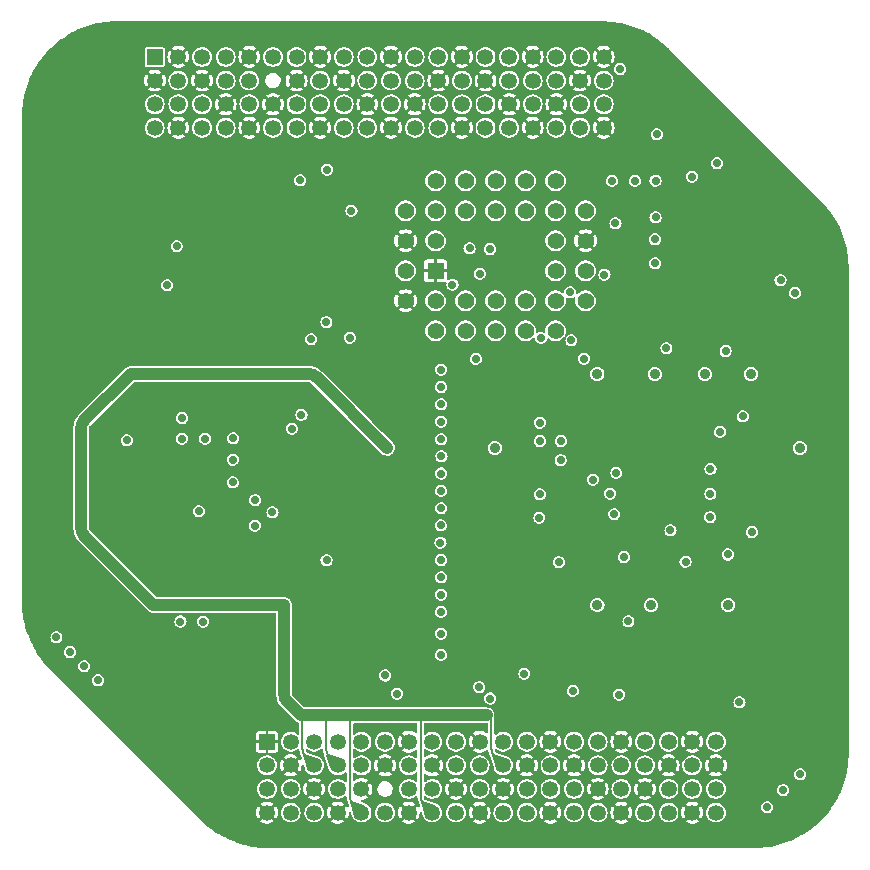
<source format=gbr>
G04 #@! TF.GenerationSoftware,KiCad,Pcbnew,7.0.9*
G04 #@! TF.CreationDate,2024-01-08T23:36:14-05:00*
G04 #@! TF.ProjectId,Compaq S3 Virge GX VRAM Addon Board,436f6d70-6171-4205-9333-205669726765,1*
G04 #@! TF.SameCoordinates,Original*
G04 #@! TF.FileFunction,Copper,L2,Inr*
G04 #@! TF.FilePolarity,Positive*
%FSLAX46Y46*%
G04 Gerber Fmt 4.6, Leading zero omitted, Abs format (unit mm)*
G04 Created by KiCad (PCBNEW 7.0.9) date 2024-01-08 23:36:14*
%MOMM*%
%LPD*%
G01*
G04 APERTURE LIST*
G04 #@! TA.AperFunction,ComponentPad*
%ADD10R,1.350000X1.350000*%
G04 #@! TD*
G04 #@! TA.AperFunction,ComponentPad*
%ADD11C,1.350000*%
G04 #@! TD*
G04 #@! TA.AperFunction,ComponentPad*
%ADD12R,1.422400X1.422400*%
G04 #@! TD*
G04 #@! TA.AperFunction,ComponentPad*
%ADD13C,1.422400*%
G04 #@! TD*
G04 #@! TA.AperFunction,ViaPad*
%ADD14C,0.889000*%
G04 #@! TD*
G04 #@! TA.AperFunction,ViaPad*
%ADD15C,0.700000*%
G04 #@! TD*
G04 #@! TA.AperFunction,Conductor*
%ADD16C,0.200000*%
G04 #@! TD*
G04 #@! TA.AperFunction,Conductor*
%ADD17C,1.000000*%
G04 #@! TD*
G04 APERTURE END LIST*
D10*
X117030000Y-72830000D03*
D11*
X119030000Y-72830000D03*
X121030000Y-72830000D03*
X123030000Y-72830000D03*
X125030000Y-72830000D03*
X127030000Y-72830000D03*
X129030000Y-72830000D03*
X131030000Y-72830000D03*
X133030000Y-72830000D03*
X135030000Y-72830000D03*
X137030000Y-72830000D03*
X139030000Y-72830000D03*
X141030000Y-72830000D03*
X143030000Y-72830000D03*
X145030000Y-72830000D03*
X147030000Y-72830000D03*
X149030000Y-72830000D03*
X151030000Y-72830000D03*
X153030000Y-72830000D03*
X155030000Y-72830000D03*
X117030000Y-74830000D03*
X119030000Y-74830000D03*
X121030000Y-74830000D03*
X123030000Y-74830000D03*
X125030000Y-74830000D03*
X129030000Y-74830000D03*
X131030000Y-74830000D03*
X133030000Y-74830000D03*
X135030000Y-74830000D03*
X137030000Y-74830000D03*
X139030000Y-74830000D03*
X141030000Y-74830000D03*
X143030000Y-74830000D03*
X145030000Y-74830000D03*
X147030000Y-74830000D03*
X149030000Y-74830000D03*
X151030000Y-74830000D03*
X153030000Y-74830000D03*
X155030000Y-74830000D03*
X117030000Y-76830000D03*
X119030000Y-76830000D03*
X121030000Y-76830000D03*
X123030000Y-76830000D03*
X125030000Y-76830000D03*
X127030000Y-76830000D03*
X129030000Y-76830000D03*
X131030000Y-76830000D03*
X133030000Y-76830000D03*
X135030000Y-76830000D03*
X137030000Y-76830000D03*
X139030000Y-76830000D03*
X141030000Y-76830000D03*
X143030000Y-76830000D03*
X145030000Y-76830000D03*
X147030000Y-76830000D03*
X149030000Y-76830000D03*
X151030000Y-76830000D03*
X153030000Y-76830000D03*
X155030000Y-76830000D03*
X117030000Y-78830000D03*
X119030000Y-78830000D03*
X121030000Y-78830000D03*
X123030000Y-78830000D03*
X125030000Y-78830000D03*
X127030000Y-78830000D03*
X129030000Y-78830000D03*
X131030000Y-78830000D03*
X133030000Y-78830000D03*
X135030000Y-78830000D03*
X137030000Y-78830000D03*
X139030000Y-78830000D03*
X141030000Y-78830000D03*
X143030000Y-78830000D03*
X145030000Y-78830000D03*
X147030000Y-78830000D03*
X149030000Y-78830000D03*
X151030000Y-78830000D03*
X153030000Y-78830000D03*
X155030000Y-78830000D03*
D10*
X126530000Y-130810000D03*
D11*
X128530000Y-130810000D03*
X130530000Y-130810000D03*
X132530000Y-130810000D03*
X134530000Y-130810000D03*
X136530000Y-130810000D03*
X138530000Y-130810000D03*
X140530000Y-130810000D03*
X142530000Y-130810000D03*
X144530000Y-130810000D03*
X146530000Y-130810000D03*
X148530000Y-130810000D03*
X150530000Y-130810000D03*
X152530000Y-130810000D03*
X154530000Y-130810000D03*
X156530000Y-130810000D03*
X158530000Y-130810000D03*
X160530000Y-130810000D03*
X162530000Y-130810000D03*
X164530000Y-130810000D03*
X126530000Y-132810000D03*
X128530000Y-132810000D03*
X130530000Y-132810000D03*
X132530000Y-132810000D03*
X134530000Y-132810000D03*
X136530000Y-132810000D03*
X138530000Y-132810000D03*
X140530000Y-132810000D03*
X142530000Y-132810000D03*
X144530000Y-132810000D03*
X146530000Y-132810000D03*
X148530000Y-132810000D03*
X150530000Y-132810000D03*
X152530000Y-132810000D03*
X154530000Y-132810000D03*
X156530000Y-132810000D03*
X158530000Y-132810000D03*
X160530000Y-132810000D03*
X162530000Y-132810000D03*
X164530000Y-132810000D03*
X126530000Y-134810000D03*
X128530000Y-134810000D03*
X130530000Y-134810000D03*
X132530000Y-134810000D03*
X134530000Y-134810000D03*
X138530000Y-134810000D03*
X140530000Y-134810000D03*
X142530000Y-134810000D03*
X144530000Y-134810000D03*
X146530000Y-134810000D03*
X148530000Y-134810000D03*
X150530000Y-134810000D03*
X152530000Y-134810000D03*
X154530000Y-134810000D03*
X156530000Y-134810000D03*
X158530000Y-134810000D03*
X160530000Y-134810000D03*
X162530000Y-134810000D03*
X164530000Y-134810000D03*
X126530000Y-136810000D03*
X128530000Y-136810000D03*
X130530000Y-136810000D03*
X132530000Y-136810000D03*
X134530000Y-136810000D03*
X136530000Y-136810000D03*
X138530000Y-136810000D03*
X140530000Y-136810000D03*
X142530000Y-136810000D03*
X144530000Y-136810000D03*
X146530000Y-136810000D03*
X148530000Y-136810000D03*
X150530000Y-136810000D03*
X152530000Y-136810000D03*
X154530000Y-136810000D03*
X156530000Y-136810000D03*
X158530000Y-136810000D03*
X160530000Y-136810000D03*
X162530000Y-136810000D03*
X164530000Y-136810000D03*
D12*
X140800000Y-90930000D03*
D13*
X138260000Y-88390000D03*
X140800000Y-88390000D03*
X138260000Y-85850000D03*
X140800000Y-83310000D03*
X140800000Y-85850000D03*
X143340000Y-83310000D03*
X143340000Y-85850000D03*
X145880000Y-83310000D03*
X145880000Y-85850000D03*
X148420000Y-83310000D03*
X148420000Y-85850000D03*
X150960000Y-83310000D03*
X153500000Y-85850000D03*
X150960000Y-85850000D03*
X153500000Y-88390000D03*
X150960000Y-88390000D03*
X153500000Y-90930000D03*
X150960000Y-90930000D03*
X153500000Y-93470000D03*
X150960000Y-96010000D03*
X150960000Y-93470000D03*
X148420000Y-96010000D03*
X148420000Y-93470000D03*
X145880000Y-96010000D03*
X145880000Y-93470000D03*
X143340000Y-96010000D03*
X143340000Y-93470000D03*
X140800000Y-96010000D03*
X138260000Y-93470000D03*
X140800000Y-93470000D03*
X138260000Y-90930000D03*
D14*
X123430000Y-99660000D03*
X118877500Y-99660000D03*
X115002500Y-99660000D03*
X123437500Y-119235000D03*
X127982500Y-99665000D03*
X116912500Y-119210000D03*
X136707500Y-105935000D03*
X127982500Y-119235000D03*
X110782500Y-105925000D03*
D15*
X110880000Y-115044959D03*
X138130000Y-124280000D03*
X108115000Y-74245000D03*
X122880000Y-137010000D03*
X109050000Y-82800000D03*
X161650000Y-102980000D03*
X126800000Y-122250000D03*
X170910000Y-84760000D03*
X156850000Y-122250000D03*
X164280000Y-122240000D03*
X173050000Y-108950000D03*
X110130000Y-81770000D03*
X155770000Y-115720000D03*
X157990000Y-76040000D03*
X172810000Y-112480000D03*
X114960000Y-95270000D03*
X145809146Y-138826568D03*
X159210000Y-103680000D03*
X172695000Y-136535000D03*
X122350000Y-122240000D03*
X156110000Y-104100000D03*
X173730000Y-135540000D03*
X120810000Y-135020000D03*
X110105001Y-72175000D03*
X123660000Y-95410000D03*
X110590000Y-90790000D03*
X168230000Y-114760000D03*
X167500000Y-95310000D03*
X132710000Y-125520000D03*
X118890000Y-95260000D03*
X164780000Y-115910000D03*
X138151857Y-109968143D03*
X147244573Y-138798284D03*
X132730000Y-122110000D03*
X167950000Y-105050000D03*
X133554573Y-70768284D03*
X109630000Y-109070000D03*
X132565041Y-113094959D03*
X159370000Y-95330000D03*
X123660000Y-103430000D03*
X115480000Y-122250000D03*
X171660000Y-137530000D03*
X172980000Y-86750000D03*
X109110000Y-73210000D03*
X114660000Y-103440000D03*
X124730000Y-115750000D03*
X121845000Y-136015000D03*
X110590000Y-98560000D03*
X128750000Y-97980000D03*
X134990000Y-70740000D03*
X117090000Y-115700000D03*
X132119146Y-70796568D03*
X145800000Y-107660000D03*
X171945000Y-85755000D03*
X149360000Y-113250000D03*
X159050000Y-116050000D03*
X148680000Y-138770000D03*
X165370000Y-96540000D03*
X108700000Y-121980000D03*
X114660000Y-105300000D03*
X125500000Y-112520000D03*
X118880000Y-88850000D03*
X131630000Y-82380000D03*
X133680000Y-85860000D03*
X141270000Y-100775000D03*
X164630000Y-81820000D03*
X165360000Y-97730000D03*
X164900000Y-104580000D03*
X159380000Y-88280000D03*
X157680000Y-83320000D03*
X121140000Y-120650000D03*
X119200000Y-120630000D03*
X131570000Y-115440000D03*
X131560000Y-95280000D03*
X166820000Y-103270000D03*
X143680000Y-89030000D03*
X159400000Y-90300000D03*
X145410000Y-89090000D03*
X159430000Y-86420000D03*
X159525000Y-79375000D03*
X109850000Y-123210000D03*
X126990000Y-111380000D03*
X118090000Y-92150000D03*
X119350000Y-103400000D03*
X121290000Y-105160000D03*
X123660000Y-105130000D03*
X120760000Y-111290000D03*
X142230000Y-92110000D03*
X151390000Y-106960000D03*
X156440000Y-73850000D03*
X160690000Y-112920000D03*
X156740000Y-115170000D03*
X149720000Y-96620000D03*
X149590000Y-111840000D03*
X111050000Y-124410000D03*
X112220000Y-125610000D03*
X119330000Y-105150000D03*
X123630000Y-106930000D03*
X129350000Y-83280000D03*
X123630000Y-108850000D03*
X125520000Y-110350000D03*
X141280000Y-99310000D03*
X161970000Y-115580000D03*
X144200000Y-98390000D03*
X149640000Y-105350000D03*
X149630000Y-109870000D03*
X157130000Y-120620000D03*
X128630000Y-104310000D03*
X149640000Y-103800000D03*
X130260000Y-96720000D03*
X141280000Y-119820000D03*
X136530000Y-125200000D03*
X141270000Y-105217134D03*
X141270000Y-118355000D03*
X141220000Y-113960000D03*
X144500000Y-126180000D03*
X141280000Y-109565000D03*
D14*
X154503649Y-119246351D03*
X145822199Y-105937801D03*
X171643649Y-105936351D03*
X163593649Y-99666351D03*
X165573649Y-119226351D03*
X167513649Y-99666351D03*
X159043649Y-119246351D03*
X154493649Y-99666351D03*
D15*
X165551741Y-114954443D03*
D14*
X159363649Y-99666351D03*
D15*
X167590000Y-113050000D03*
X151410000Y-105350000D03*
X133530000Y-96600000D03*
X137530000Y-126740000D03*
X141270000Y-103705000D03*
X141270000Y-116890000D03*
X141270000Y-111030000D03*
X171220000Y-92810000D03*
X129450000Y-103140000D03*
X141270000Y-102240000D03*
X141270000Y-115425000D03*
X148320000Y-125050000D03*
X141270000Y-108100000D03*
X154120000Y-108620000D03*
X153370000Y-98380000D03*
X152300000Y-96830000D03*
X152410000Y-126500000D03*
X156110000Y-108050000D03*
X156350000Y-126830000D03*
X155930000Y-111540000D03*
X162500000Y-82960000D03*
X164060000Y-111790000D03*
X160345000Y-97485000D03*
X168880000Y-136350000D03*
X155730000Y-83320000D03*
X166530000Y-127470000D03*
X151245000Y-115600000D03*
X141280000Y-123460000D03*
X141270000Y-121660000D03*
X145420000Y-127150000D03*
X141250000Y-112495000D03*
X141300000Y-106635000D03*
X155590000Y-109810000D03*
X144560000Y-91180000D03*
X170230000Y-134900000D03*
X156030000Y-86920000D03*
X164070000Y-109830000D03*
X171670000Y-133580000D03*
X164080000Y-107710000D03*
X170010000Y-91730000D03*
X159430000Y-83300000D03*
X155100000Y-91270000D03*
X152200000Y-92770000D03*
D16*
X131530000Y-131395786D02*
X131530000Y-128625000D01*
D17*
X126227500Y-99660000D02*
X127977500Y-99660000D01*
X131585000Y-128570000D02*
X130560000Y-128570000D01*
X123430000Y-99660000D02*
X118877500Y-99660000D01*
D16*
X140530000Y-136810000D02*
X139822893Y-136102893D01*
D17*
X127977500Y-99660000D02*
X127982500Y-99660000D01*
X130560000Y-128570000D02*
X129380000Y-128570000D01*
D16*
X131530000Y-128625000D02*
X131585000Y-128570000D01*
D17*
X115002500Y-99660000D02*
X118877500Y-99660000D01*
X145130000Y-128570000D02*
X139510000Y-128570000D01*
X111075393Y-103587107D02*
X115002500Y-99660000D01*
D16*
X145530000Y-128560000D02*
X145530000Y-131395786D01*
D17*
X110782500Y-112665786D02*
X110782500Y-105925000D01*
X127982500Y-126758286D02*
X127982500Y-119235000D01*
X123437500Y-119235000D02*
X127982500Y-119235000D01*
D16*
X132530000Y-132810000D02*
X131822893Y-132102893D01*
X139530000Y-128590000D02*
X139510000Y-128570000D01*
D17*
X118757500Y-119235000D02*
X123437500Y-119235000D01*
X116937500Y-119235000D02*
X116912500Y-119210000D01*
X116912500Y-119210000D02*
X111075393Y-113372893D01*
X129380000Y-128570000D02*
X128275393Y-127465393D01*
D16*
X130530000Y-132810000D02*
X129822893Y-132102893D01*
D17*
X130725393Y-99952893D02*
X136707500Y-105935000D01*
D16*
X129530000Y-131395786D02*
X129530000Y-128570000D01*
D17*
X110782500Y-105925000D02*
X110782500Y-104294214D01*
X126227500Y-99660000D02*
X130018286Y-99660000D01*
X123430000Y-99660000D02*
X126227500Y-99660000D01*
D16*
X145130000Y-128570000D02*
X145140000Y-128560000D01*
X134530000Y-136810000D02*
X133822893Y-136102893D01*
D17*
X139510000Y-128570000D02*
X131585000Y-128570000D01*
X118757500Y-119235000D02*
X118107500Y-119235000D01*
D16*
X129530000Y-128570000D02*
X129380000Y-128570000D01*
X145822893Y-132102893D02*
X146530000Y-132810000D01*
X133530000Y-135395786D02*
X133530000Y-128570000D01*
X139530000Y-135395786D02*
X139530000Y-128590000D01*
D17*
X118107500Y-119235000D02*
X116937500Y-119235000D01*
D16*
X145140000Y-128560000D02*
X145530000Y-128560000D01*
D17*
X111075386Y-103587100D02*
G75*
G03*
X110782500Y-104294214I707114J-707100D01*
G01*
D16*
X145530010Y-131395786D02*
G75*
G03*
X145822893Y-132102893I999990J-14D01*
G01*
D17*
X130725400Y-99952886D02*
G75*
G03*
X130018286Y-99660000I-707100J-707114D01*
G01*
D16*
X133530010Y-135395786D02*
G75*
G03*
X133822893Y-136102893I999990J-14D01*
G01*
D17*
X127982510Y-126758286D02*
G75*
G03*
X128275393Y-127465393I999990J-14D01*
G01*
D16*
X129530010Y-131395786D02*
G75*
G03*
X129822893Y-132102893I999990J-14D01*
G01*
D17*
X110782510Y-112665786D02*
G75*
G03*
X111075393Y-113372893I999990J-14D01*
G01*
D16*
X139530010Y-135395786D02*
G75*
G03*
X139822893Y-136102893I999990J-14D01*
G01*
X131530010Y-131395786D02*
G75*
G03*
X131822893Y-132102893I999990J-14D01*
G01*
G04 #@! TA.AperFunction,Conductor*
G36*
X139926154Y-135894058D02*
G01*
X140776490Y-136182373D01*
X140783224Y-136188274D01*
X140783812Y-136197209D01*
X140783546Y-136197918D01*
X140532238Y-136806427D01*
X140525913Y-136812766D01*
X140525885Y-136812777D01*
X139918288Y-137063399D01*
X139909334Y-137063386D01*
X139903011Y-137057044D01*
X139902637Y-137055998D01*
X139556280Y-135916938D01*
X139557152Y-135908026D01*
X139562997Y-135902725D01*
X139733903Y-135831935D01*
X139742136Y-135831665D01*
X139926154Y-135894058D01*
G37*
G04 #@! TD.AperFunction*
G04 #@! TA.AperFunction,Conductor*
G36*
X133926154Y-135894058D02*
G01*
X134776490Y-136182373D01*
X134783224Y-136188274D01*
X134783812Y-136197209D01*
X134783546Y-136197918D01*
X134532238Y-136806427D01*
X134525913Y-136812766D01*
X134525885Y-136812777D01*
X133918288Y-137063399D01*
X133909334Y-137063386D01*
X133903011Y-137057044D01*
X133902637Y-137055998D01*
X133556280Y-135916938D01*
X133557152Y-135908026D01*
X133562997Y-135902725D01*
X133733903Y-135831935D01*
X133742136Y-135831665D01*
X133926154Y-135894058D01*
G37*
G04 #@! TD.AperFunction*
G04 #@! TA.AperFunction,Conductor*
G36*
X129926154Y-131894058D02*
G01*
X130776490Y-132182373D01*
X130783224Y-132188274D01*
X130783812Y-132197209D01*
X130783546Y-132197918D01*
X130532238Y-132806427D01*
X130525913Y-132812766D01*
X130525885Y-132812777D01*
X129918288Y-133063399D01*
X129909334Y-133063386D01*
X129903011Y-133057044D01*
X129902637Y-133055998D01*
X129556280Y-131916938D01*
X129557152Y-131908026D01*
X129562997Y-131902725D01*
X129733903Y-131831935D01*
X129742136Y-131831665D01*
X129926154Y-131894058D01*
G37*
G04 #@! TD.AperFunction*
G04 #@! TA.AperFunction,Conductor*
G36*
X145926154Y-131894058D02*
G01*
X146776490Y-132182373D01*
X146783224Y-132188274D01*
X146783812Y-132197209D01*
X146783546Y-132197918D01*
X146532238Y-132806427D01*
X146525913Y-132812766D01*
X146525885Y-132812777D01*
X145918288Y-133063399D01*
X145909334Y-133063386D01*
X145903011Y-133057044D01*
X145902637Y-133055998D01*
X145556280Y-131916938D01*
X145557152Y-131908026D01*
X145562997Y-131902725D01*
X145733903Y-131831935D01*
X145742136Y-131831665D01*
X145926154Y-131894058D01*
G37*
G04 #@! TD.AperFunction*
G04 #@! TA.AperFunction,Conductor*
G36*
X131926154Y-131894058D02*
G01*
X132776490Y-132182373D01*
X132783224Y-132188274D01*
X132783812Y-132197209D01*
X132783546Y-132197918D01*
X132532238Y-132806427D01*
X132525913Y-132812766D01*
X132525885Y-132812777D01*
X131918288Y-133063399D01*
X131909334Y-133063386D01*
X131903011Y-133057044D01*
X131902637Y-133055998D01*
X131556280Y-131916938D01*
X131557152Y-131908026D01*
X131562997Y-131902725D01*
X131733903Y-131831935D01*
X131742136Y-131831665D01*
X131926154Y-131894058D01*
G37*
G04 #@! TD.AperFunction*
G04 #@! TA.AperFunction,Conductor*
G36*
X154897999Y-69812585D02*
G01*
X154899546Y-69813088D01*
X154940000Y-69813088D01*
X155109013Y-69818620D01*
X155478241Y-69831802D01*
X155481232Y-69832002D01*
X155725044Y-69856016D01*
X156022999Y-69888050D01*
X156025690Y-69888416D01*
X156280504Y-69930486D01*
X156562743Y-69981408D01*
X156565138Y-69981904D01*
X156781441Y-70032339D01*
X156821811Y-70041752D01*
X157095992Y-70111732D01*
X157320424Y-70179813D01*
X157351724Y-70189308D01*
X157618115Y-70277971D01*
X157869173Y-70372462D01*
X158115320Y-70474421D01*
X158128014Y-70479679D01*
X158372297Y-70590363D01*
X158600663Y-70704675D01*
X158623416Y-70716065D01*
X158859052Y-70842016D01*
X159102448Y-70986430D01*
X159326233Y-71125589D01*
X159328307Y-71126953D01*
X159563891Y-71290523D01*
X159773772Y-71440923D01*
X159775999Y-71442617D01*
X160009285Y-71630611D01*
X160198622Y-71785996D01*
X160200925Y-71788009D01*
X160481001Y-72048830D01*
X160528571Y-72093384D01*
X160593335Y-72154043D01*
X173438801Y-84999508D01*
X173553530Y-85122003D01*
X173805923Y-85393090D01*
X173807959Y-85395418D01*
X173960397Y-85581164D01*
X173962762Y-85584045D01*
X174151439Y-85818179D01*
X174153133Y-85820406D01*
X174303181Y-86029797D01*
X174467174Y-86265991D01*
X174468549Y-86268083D01*
X174607437Y-86491433D01*
X174630452Y-86530222D01*
X174744061Y-86721700D01*
X174752175Y-86735374D01*
X174877930Y-86970647D01*
X175003879Y-87222260D01*
X175114408Y-87466203D01*
X175221834Y-87725553D01*
X175316170Y-87976196D01*
X175405031Y-88243183D01*
X175482470Y-88498465D01*
X175552614Y-88773288D01*
X175612343Y-89029453D01*
X175612850Y-89031905D01*
X175663910Y-89314920D01*
X175705858Y-89568996D01*
X175706235Y-89571768D01*
X175738391Y-89870864D01*
X175762139Y-90111985D01*
X175762351Y-90115235D01*
X175779559Y-90646428D01*
X175779254Y-90650198D01*
X175779500Y-90650198D01*
X175779500Y-131809866D01*
X175768503Y-132131763D01*
X175760375Y-132359316D01*
X175760147Y-132362611D01*
X175729552Y-132660236D01*
X175702171Y-132914907D01*
X175701735Y-132918027D01*
X175651855Y-133207332D01*
X175605353Y-133465070D01*
X175604732Y-133468001D01*
X175535792Y-133750901D01*
X175470396Y-134007117D01*
X175469614Y-134009850D01*
X175381906Y-134286197D01*
X175297974Y-134538368D01*
X175297056Y-134540896D01*
X175190961Y-134809938D01*
X175088914Y-135056298D01*
X175087884Y-135058615D01*
X174963882Y-135319357D01*
X174945194Y-135356693D01*
X174844264Y-135558323D01*
X174843147Y-135560427D01*
X174701756Y-135811891D01*
X174565200Y-136042042D01*
X174564020Y-136043932D01*
X174405883Y-136285033D01*
X174252499Y-136505949D01*
X174077711Y-136736442D01*
X173908855Y-136945980D01*
X173718798Y-137163946D01*
X173535405Y-137360923D01*
X173330923Y-137565405D01*
X173133946Y-137748798D01*
X172915980Y-137938855D01*
X172706442Y-138107711D01*
X172475949Y-138282499D01*
X172255033Y-138435883D01*
X172013932Y-138594020D01*
X172012042Y-138595200D01*
X171781891Y-138731756D01*
X171530427Y-138873147D01*
X171528323Y-138874264D01*
X171335472Y-138970799D01*
X171289357Y-138993882D01*
X171028615Y-139117884D01*
X171026298Y-139118914D01*
X170779938Y-139220961D01*
X170510896Y-139327056D01*
X170508368Y-139327974D01*
X170256197Y-139411906D01*
X169979850Y-139499614D01*
X169977117Y-139500396D01*
X169720901Y-139565792D01*
X169438001Y-139634732D01*
X169435070Y-139635353D01*
X169177332Y-139681855D01*
X168888027Y-139731735D01*
X168884907Y-139732171D01*
X168630236Y-139759552D01*
X168332609Y-139790148D01*
X168329313Y-139790376D01*
X168103099Y-139798457D01*
X167779866Y-139809500D01*
X126629901Y-139809500D01*
X126629899Y-139809500D01*
X126620385Y-139811384D01*
X126619987Y-139809373D01*
X126597345Y-139813452D01*
X126460675Y-139808978D01*
X126091535Y-139795804D01*
X126088448Y-139795597D01*
X125843999Y-139771521D01*
X125546430Y-139739527D01*
X125543658Y-139739150D01*
X125305307Y-139699799D01*
X125288387Y-139697005D01*
X125204413Y-139681855D01*
X125006356Y-139646121D01*
X125003904Y-139645614D01*
X124746825Y-139585671D01*
X124472722Y-139515710D01*
X124409282Y-139496466D01*
X124216643Y-139438029D01*
X124068092Y-139388587D01*
X123950280Y-139349375D01*
X123698876Y-139254752D01*
X123440121Y-139147572D01*
X123195440Y-139036708D01*
X122944422Y-138911057D01*
X122708396Y-138784897D01*
X122465131Y-138640561D01*
X122240941Y-138501150D01*
X122238849Y-138499774D01*
X122003443Y-138336327D01*
X121793132Y-138185619D01*
X121790905Y-138183925D01*
X121669327Y-138085950D01*
X121557891Y-137996149D01*
X121367828Y-137840168D01*
X121365519Y-137838149D01*
X121132891Y-137621741D01*
X121126209Y-137615483D01*
X120971693Y-137470761D01*
X120971359Y-137470448D01*
X120943728Y-137442895D01*
X120942051Y-137441457D01*
X120310594Y-136810000D01*
X125599905Y-136810000D01*
X125620230Y-137003379D01*
X125680317Y-137188307D01*
X125777537Y-137356696D01*
X125791271Y-137371950D01*
X126172931Y-136990290D01*
X126202359Y-137048045D01*
X126291955Y-137137641D01*
X126349707Y-137167067D01*
X125970159Y-137546614D01*
X126064955Y-137615487D01*
X126064962Y-137615491D01*
X126242578Y-137694570D01*
X126242588Y-137694573D01*
X126432782Y-137735000D01*
X126627218Y-137735000D01*
X126817411Y-137694573D01*
X126817421Y-137694570D01*
X126995042Y-137615489D01*
X126995051Y-137615483D01*
X127089838Y-137546616D01*
X127089838Y-137546615D01*
X126710291Y-137167068D01*
X126768045Y-137137641D01*
X126857641Y-137048045D01*
X126887068Y-136990291D01*
X127268727Y-137371950D01*
X127282461Y-137356697D01*
X127282464Y-137356693D01*
X127379679Y-137188313D01*
X127379681Y-137188308D01*
X127439769Y-137003379D01*
X127460094Y-136810000D01*
X127689898Y-136810000D01*
X127703051Y-136935148D01*
X127708257Y-136984672D01*
X127762527Y-137151696D01*
X127762528Y-137151698D01*
X127762529Y-137151700D01*
X127796188Y-137210000D01*
X127850345Y-137303803D01*
X127897968Y-137356693D01*
X127967862Y-137434317D01*
X128109949Y-137537550D01*
X128109954Y-137537552D01*
X128109959Y-137537555D01*
X128270387Y-137608981D01*
X128270394Y-137608984D01*
X128442185Y-137645500D01*
X128442187Y-137645500D01*
X128617813Y-137645500D01*
X128617815Y-137645500D01*
X128789606Y-137608984D01*
X128929688Y-137546616D01*
X128950040Y-137537555D01*
X128950040Y-137537554D01*
X128950051Y-137537550D01*
X129092138Y-137434317D01*
X129209657Y-137303800D01*
X129297471Y-137151700D01*
X129351744Y-136984667D01*
X129370102Y-136810000D01*
X129689898Y-136810000D01*
X129703051Y-136935148D01*
X129708257Y-136984672D01*
X129762527Y-137151696D01*
X129762528Y-137151698D01*
X129762529Y-137151700D01*
X129796188Y-137210000D01*
X129850345Y-137303803D01*
X129897968Y-137356693D01*
X129967862Y-137434317D01*
X130109949Y-137537550D01*
X130109954Y-137537552D01*
X130109959Y-137537555D01*
X130270387Y-137608981D01*
X130270394Y-137608984D01*
X130442185Y-137645500D01*
X130442187Y-137645500D01*
X130617813Y-137645500D01*
X130617815Y-137645500D01*
X130789606Y-137608984D01*
X130929688Y-137546616D01*
X130950040Y-137537555D01*
X130950040Y-137537554D01*
X130950051Y-137537550D01*
X131092138Y-137434317D01*
X131209657Y-137303800D01*
X131297471Y-137151700D01*
X131351744Y-136984667D01*
X131370102Y-136810000D01*
X131351744Y-136635333D01*
X131297471Y-136468300D01*
X131209657Y-136316200D01*
X131209655Y-136316197D01*
X131209654Y-136316196D01*
X131092139Y-136185684D01*
X131092138Y-136185683D01*
X130950051Y-136082450D01*
X130950047Y-136082448D01*
X130950040Y-136082444D01*
X130789612Y-136011018D01*
X130789607Y-136011016D01*
X130789606Y-136011016D01*
X130789603Y-136011015D01*
X130789602Y-136011015D01*
X130744850Y-136001502D01*
X130617815Y-135974500D01*
X130442185Y-135974500D01*
X130349441Y-135994213D01*
X130270397Y-136011015D01*
X130270387Y-136011018D01*
X130109959Y-136082444D01*
X130109952Y-136082448D01*
X129967860Y-136185684D01*
X129850345Y-136316196D01*
X129762527Y-136468303D01*
X129708257Y-136635327D01*
X129708256Y-136635331D01*
X129708256Y-136635333D01*
X129689898Y-136810000D01*
X129370102Y-136810000D01*
X129351744Y-136635333D01*
X129297471Y-136468300D01*
X129209657Y-136316200D01*
X129209655Y-136316197D01*
X129209654Y-136316196D01*
X129092139Y-136185684D01*
X129092138Y-136185683D01*
X128950051Y-136082450D01*
X128950047Y-136082448D01*
X128950040Y-136082444D01*
X128789612Y-136011018D01*
X128789607Y-136011016D01*
X128789606Y-136011016D01*
X128789603Y-136011015D01*
X128789602Y-136011015D01*
X128744850Y-136001502D01*
X128617815Y-135974500D01*
X128442185Y-135974500D01*
X128349441Y-135994213D01*
X128270397Y-136011015D01*
X128270387Y-136011018D01*
X128109959Y-136082444D01*
X128109952Y-136082448D01*
X127967860Y-136185684D01*
X127850345Y-136316196D01*
X127762527Y-136468303D01*
X127708257Y-136635327D01*
X127708256Y-136635331D01*
X127708256Y-136635333D01*
X127689898Y-136810000D01*
X127460094Y-136810000D01*
X127439769Y-136616620D01*
X127379682Y-136431692D01*
X127282462Y-136263303D01*
X127268727Y-136248048D01*
X126887067Y-136629707D01*
X126857641Y-136571955D01*
X126768045Y-136482359D01*
X126710290Y-136452931D01*
X127089838Y-136073384D01*
X126995044Y-136004512D01*
X126995037Y-136004508D01*
X126817421Y-135925429D01*
X126817411Y-135925426D01*
X126627218Y-135885000D01*
X126432782Y-135885000D01*
X126242588Y-135925426D01*
X126242582Y-135925428D01*
X126064955Y-136004512D01*
X126064948Y-136004516D01*
X125970160Y-136073383D01*
X126349709Y-136452931D01*
X126291955Y-136482359D01*
X126202359Y-136571955D01*
X126172932Y-136629708D01*
X125791272Y-136248048D01*
X125791270Y-136248048D01*
X125777542Y-136263296D01*
X125777534Y-136263306D01*
X125680320Y-136431686D01*
X125680318Y-136431691D01*
X125620230Y-136616620D01*
X125599905Y-136810000D01*
X120310594Y-136810000D01*
X118310594Y-134810000D01*
X125689898Y-134810000D01*
X125703051Y-134935148D01*
X125708257Y-134984672D01*
X125762527Y-135151696D01*
X125762528Y-135151698D01*
X125762529Y-135151700D01*
X125850343Y-135303800D01*
X125850345Y-135303803D01*
X125965116Y-135431267D01*
X125967862Y-135434317D01*
X126109949Y-135537550D01*
X126109954Y-135537552D01*
X126109959Y-135537555D01*
X126270387Y-135608981D01*
X126270394Y-135608984D01*
X126442185Y-135645500D01*
X126442187Y-135645500D01*
X126617813Y-135645500D01*
X126617815Y-135645500D01*
X126789606Y-135608984D01*
X126929688Y-135546616D01*
X126950040Y-135537555D01*
X126950040Y-135537554D01*
X126950051Y-135537550D01*
X127092138Y-135434317D01*
X127209657Y-135303800D01*
X127297471Y-135151700D01*
X127351744Y-134984667D01*
X127370102Y-134810000D01*
X127689898Y-134810000D01*
X127703051Y-134935148D01*
X127708257Y-134984672D01*
X127762527Y-135151696D01*
X127762528Y-135151698D01*
X127762529Y-135151700D01*
X127850343Y-135303800D01*
X127850345Y-135303803D01*
X127965116Y-135431267D01*
X127967862Y-135434317D01*
X128109949Y-135537550D01*
X128109954Y-135537552D01*
X128109959Y-135537555D01*
X128270387Y-135608981D01*
X128270394Y-135608984D01*
X128442185Y-135645500D01*
X128442187Y-135645500D01*
X128617813Y-135645500D01*
X128617815Y-135645500D01*
X128789606Y-135608984D01*
X128929688Y-135546616D01*
X128950040Y-135537555D01*
X128950040Y-135537554D01*
X128950051Y-135537550D01*
X129092138Y-135434317D01*
X129209657Y-135303800D01*
X129297471Y-135151700D01*
X129351744Y-134984667D01*
X129370102Y-134810000D01*
X129599905Y-134810000D01*
X129620230Y-135003379D01*
X129680317Y-135188307D01*
X129777537Y-135356696D01*
X129791271Y-135371950D01*
X130172931Y-134990290D01*
X130202359Y-135048045D01*
X130291955Y-135137641D01*
X130349707Y-135167067D01*
X129970160Y-135546614D01*
X130064955Y-135615487D01*
X130064962Y-135615491D01*
X130242578Y-135694570D01*
X130242588Y-135694573D01*
X130432782Y-135735000D01*
X130627218Y-135735000D01*
X130817411Y-135694573D01*
X130817421Y-135694570D01*
X130995042Y-135615489D01*
X130995051Y-135615483D01*
X131089838Y-135546616D01*
X131089838Y-135546615D01*
X130710291Y-135167068D01*
X130768045Y-135137641D01*
X130857641Y-135048045D01*
X130887068Y-134990291D01*
X131268727Y-135371950D01*
X131282461Y-135356697D01*
X131282464Y-135356693D01*
X131379679Y-135188313D01*
X131379681Y-135188308D01*
X131439769Y-135003379D01*
X131460094Y-134810000D01*
X131439769Y-134616620D01*
X131379682Y-134431692D01*
X131282462Y-134263303D01*
X131268727Y-134248048D01*
X130887067Y-134629707D01*
X130857641Y-134571955D01*
X130768045Y-134482359D01*
X130710290Y-134452931D01*
X131089838Y-134073384D01*
X130995044Y-134004512D01*
X130995037Y-134004508D01*
X130817421Y-133925429D01*
X130817411Y-133925426D01*
X130627218Y-133885000D01*
X130432782Y-133885000D01*
X130242588Y-133925426D01*
X130242582Y-133925428D01*
X130064955Y-134004512D01*
X130064948Y-134004516D01*
X129970160Y-134073383D01*
X130349709Y-134452931D01*
X130291955Y-134482359D01*
X130202359Y-134571955D01*
X130172932Y-134629708D01*
X129791272Y-134248048D01*
X129791270Y-134248048D01*
X129777542Y-134263296D01*
X129777534Y-134263306D01*
X129680320Y-134431686D01*
X129680318Y-134431691D01*
X129620230Y-134616620D01*
X129599905Y-134810000D01*
X129370102Y-134810000D01*
X129351744Y-134635333D01*
X129297471Y-134468300D01*
X129209657Y-134316200D01*
X129209655Y-134316197D01*
X129209654Y-134316196D01*
X129092139Y-134185684D01*
X129077335Y-134174928D01*
X128950051Y-134082450D01*
X128950047Y-134082448D01*
X128950040Y-134082444D01*
X128789612Y-134011018D01*
X128789607Y-134011016D01*
X128789606Y-134011016D01*
X128789603Y-134011015D01*
X128789602Y-134011015D01*
X128744850Y-134001502D01*
X128617815Y-133974500D01*
X128442185Y-133974500D01*
X128349441Y-133994213D01*
X128270397Y-134011015D01*
X128270387Y-134011018D01*
X128109959Y-134082444D01*
X128109952Y-134082448D01*
X128109949Y-134082449D01*
X128109949Y-134082450D01*
X128069610Y-134111758D01*
X127967860Y-134185684D01*
X127850345Y-134316196D01*
X127762527Y-134468303D01*
X127708257Y-134635327D01*
X127708256Y-134635331D01*
X127708256Y-134635333D01*
X127689898Y-134810000D01*
X127370102Y-134810000D01*
X127351744Y-134635333D01*
X127297471Y-134468300D01*
X127209657Y-134316200D01*
X127209655Y-134316197D01*
X127209654Y-134316196D01*
X127092139Y-134185684D01*
X127077335Y-134174928D01*
X126950051Y-134082450D01*
X126950047Y-134082448D01*
X126950040Y-134082444D01*
X126789612Y-134011018D01*
X126789607Y-134011016D01*
X126789606Y-134011016D01*
X126789603Y-134011015D01*
X126789602Y-134011015D01*
X126744850Y-134001502D01*
X126617815Y-133974500D01*
X126442185Y-133974500D01*
X126349441Y-133994213D01*
X126270397Y-134011015D01*
X126270387Y-134011018D01*
X126109959Y-134082444D01*
X126109952Y-134082448D01*
X126109949Y-134082449D01*
X126109949Y-134082450D01*
X126069610Y-134111758D01*
X125967860Y-134185684D01*
X125850345Y-134316196D01*
X125762527Y-134468303D01*
X125708257Y-134635327D01*
X125708256Y-134635331D01*
X125708256Y-134635333D01*
X125689898Y-134810000D01*
X118310594Y-134810000D01*
X116310594Y-132810000D01*
X125689898Y-132810000D01*
X125703051Y-132935148D01*
X125708257Y-132984672D01*
X125762527Y-133151696D01*
X125762528Y-133151698D01*
X125762529Y-133151700D01*
X125790500Y-133200147D01*
X125850345Y-133303803D01*
X125963071Y-133428996D01*
X125967862Y-133434317D01*
X126109949Y-133537550D01*
X126109954Y-133537552D01*
X126109959Y-133537555D01*
X126270387Y-133608981D01*
X126270394Y-133608984D01*
X126442185Y-133645500D01*
X126442187Y-133645500D01*
X126617813Y-133645500D01*
X126617815Y-133645500D01*
X126789606Y-133608984D01*
X126929688Y-133546616D01*
X126950040Y-133537555D01*
X126950040Y-133537554D01*
X126950051Y-133537550D01*
X127092138Y-133434317D01*
X127209657Y-133303800D01*
X127297471Y-133151700D01*
X127351744Y-132984667D01*
X127370102Y-132810000D01*
X127351744Y-132635333D01*
X127297471Y-132468300D01*
X127209657Y-132316200D01*
X127209655Y-132316197D01*
X127209654Y-132316196D01*
X127092139Y-132185684D01*
X127076407Y-132174254D01*
X126950051Y-132082450D01*
X126950047Y-132082448D01*
X126950040Y-132082444D01*
X126789612Y-132011018D01*
X126789607Y-132011016D01*
X126789606Y-132011016D01*
X126789603Y-132011015D01*
X126789602Y-132011015D01*
X126744850Y-132001502D01*
X126617815Y-131974500D01*
X126442185Y-131974500D01*
X126349441Y-131994213D01*
X126270397Y-132011015D01*
X126270387Y-132011018D01*
X126109959Y-132082444D01*
X126109952Y-132082448D01*
X126109949Y-132082449D01*
X126109949Y-132082450D01*
X126069610Y-132111758D01*
X125967860Y-132185684D01*
X125850345Y-132316196D01*
X125762527Y-132468303D01*
X125708257Y-132635327D01*
X125708256Y-132635331D01*
X125708256Y-132635333D01*
X125689898Y-132810000D01*
X116310594Y-132810000D01*
X115010218Y-131509624D01*
X125605000Y-131509624D01*
X125619506Y-131582546D01*
X125619507Y-131582548D01*
X125674758Y-131665237D01*
X125674762Y-131665241D01*
X125757451Y-131720492D01*
X125757453Y-131720493D01*
X125830375Y-131734999D01*
X125830377Y-131735000D01*
X126404999Y-131735000D01*
X126405000Y-131734999D01*
X126405000Y-131195188D01*
X126498519Y-131210000D01*
X126561481Y-131210000D01*
X126655000Y-131195188D01*
X126655000Y-131734999D01*
X126655001Y-131735000D01*
X127229623Y-131735000D01*
X127229624Y-131734999D01*
X127302546Y-131720493D01*
X127302548Y-131720492D01*
X127385237Y-131665241D01*
X127385241Y-131665237D01*
X127440492Y-131582548D01*
X127440493Y-131582546D01*
X127454999Y-131509624D01*
X127455000Y-131509622D01*
X127455000Y-130935001D01*
X127454999Y-130935000D01*
X126915188Y-130935000D01*
X126934986Y-130810000D01*
X126915188Y-130685000D01*
X127454999Y-130685000D01*
X127455000Y-130684999D01*
X127455000Y-130110377D01*
X127454999Y-130110375D01*
X127440493Y-130037453D01*
X127440492Y-130037451D01*
X127385241Y-129954762D01*
X127385237Y-129954758D01*
X127302548Y-129899507D01*
X127302546Y-129899506D01*
X127229624Y-129885000D01*
X126655001Y-129885000D01*
X126655000Y-129885001D01*
X126655000Y-130424811D01*
X126561481Y-130410000D01*
X126498519Y-130410000D01*
X126405000Y-130424811D01*
X126405000Y-129885001D01*
X126404999Y-129885000D01*
X125830375Y-129885000D01*
X125757453Y-129899506D01*
X125757451Y-129899507D01*
X125674762Y-129954758D01*
X125674758Y-129954762D01*
X125619507Y-130037451D01*
X125619506Y-130037453D01*
X125605000Y-130110375D01*
X125605000Y-130684999D01*
X125605001Y-130685000D01*
X126144812Y-130685000D01*
X126125014Y-130810000D01*
X126144812Y-130935000D01*
X125605001Y-130935000D01*
X125605000Y-130935001D01*
X125605000Y-131509624D01*
X115010218Y-131509624D01*
X109110596Y-125610002D01*
X111704250Y-125610002D01*
X111725139Y-125755300D01*
X111725141Y-125755304D01*
X111786123Y-125888836D01*
X111882256Y-125999778D01*
X112005750Y-126079143D01*
X112111597Y-126110222D01*
X112146597Y-126120499D01*
X112146598Y-126120499D01*
X112146601Y-126120500D01*
X112146603Y-126120500D01*
X112293397Y-126120500D01*
X112293399Y-126120500D01*
X112434250Y-126079143D01*
X112557744Y-125999778D01*
X112653877Y-125888836D01*
X112714859Y-125755304D01*
X112721250Y-125710857D01*
X112735750Y-125610002D01*
X112735750Y-125609997D01*
X112714860Y-125464699D01*
X112703479Y-125439778D01*
X112653877Y-125331164D01*
X112557744Y-125220222D01*
X112434250Y-125140857D01*
X112434247Y-125140856D01*
X112293402Y-125099500D01*
X112293399Y-125099500D01*
X112146601Y-125099500D01*
X112146597Y-125099500D01*
X112005752Y-125140856D01*
X112005749Y-125140857D01*
X111882256Y-125220222D01*
X111786123Y-125331164D01*
X111725139Y-125464699D01*
X111704250Y-125609997D01*
X111704250Y-125610002D01*
X109110596Y-125610002D01*
X108117187Y-124616593D01*
X108004212Y-124495969D01*
X107924165Y-124410002D01*
X110534250Y-124410002D01*
X110555139Y-124555300D01*
X110555141Y-124555304D01*
X110616123Y-124688836D01*
X110712256Y-124799778D01*
X110835750Y-124879143D01*
X110922777Y-124904696D01*
X110976597Y-124920499D01*
X110976598Y-124920499D01*
X110976601Y-124920500D01*
X110976603Y-124920500D01*
X111123397Y-124920500D01*
X111123399Y-124920500D01*
X111264250Y-124879143D01*
X111387744Y-124799778D01*
X111483877Y-124688836D01*
X111544859Y-124555304D01*
X111547132Y-124539500D01*
X111565750Y-124410002D01*
X111565750Y-124409997D01*
X111544860Y-124264699D01*
X111533204Y-124239176D01*
X111483877Y-124131164D01*
X111387744Y-124020222D01*
X111264250Y-123940857D01*
X111264247Y-123940856D01*
X111123402Y-123899500D01*
X111123399Y-123899500D01*
X110976601Y-123899500D01*
X110976597Y-123899500D01*
X110835752Y-123940856D01*
X110835749Y-123940857D01*
X110712256Y-124020222D01*
X110616123Y-124131164D01*
X110555139Y-124264699D01*
X110534250Y-124409997D01*
X110534250Y-124410002D01*
X107924165Y-124410002D01*
X107924160Y-124409997D01*
X107754344Y-124227624D01*
X107752319Y-124225306D01*
X107594705Y-124033251D01*
X107408738Y-123802476D01*
X107407061Y-123800269D01*
X107363039Y-123738836D01*
X107255299Y-123588482D01*
X107092949Y-123354650D01*
X107091574Y-123352558D01*
X107068030Y-123314696D01*
X107002928Y-123210002D01*
X109334250Y-123210002D01*
X109355139Y-123355300D01*
X109355141Y-123355304D01*
X109416123Y-123488836D01*
X109512256Y-123599778D01*
X109635750Y-123679143D01*
X109744333Y-123711025D01*
X109776597Y-123720499D01*
X109776598Y-123720499D01*
X109776601Y-123720500D01*
X109776603Y-123720500D01*
X109923397Y-123720500D01*
X109923399Y-123720500D01*
X110064250Y-123679143D01*
X110187744Y-123599778D01*
X110283877Y-123488836D01*
X110344859Y-123355304D01*
X110350698Y-123314696D01*
X110365750Y-123210002D01*
X110365750Y-123209997D01*
X110344860Y-123064699D01*
X110344859Y-123064696D01*
X110283877Y-122931164D01*
X110187744Y-122820222D01*
X110064250Y-122740857D01*
X110054040Y-122737859D01*
X109923402Y-122699500D01*
X109923399Y-122699500D01*
X109776601Y-122699500D01*
X109776597Y-122699500D01*
X109635752Y-122740856D01*
X109635749Y-122740857D01*
X109512256Y-122820222D01*
X109416123Y-122931164D01*
X109355139Y-123064699D01*
X109334250Y-123209997D01*
X109334250Y-123210002D01*
X107002928Y-123210002D01*
X106951396Y-123127131D01*
X106807884Y-122885251D01*
X106681103Y-122648056D01*
X106556114Y-122398356D01*
X106452875Y-122170500D01*
X106444734Y-122152533D01*
X106373271Y-121980002D01*
X108184250Y-121980002D01*
X108205139Y-122125300D01*
X108205141Y-122125304D01*
X108266123Y-122258836D01*
X108362256Y-122369778D01*
X108485750Y-122449143D01*
X108594333Y-122481025D01*
X108626597Y-122490499D01*
X108626598Y-122490499D01*
X108626601Y-122490500D01*
X108626603Y-122490500D01*
X108773397Y-122490500D01*
X108773399Y-122490500D01*
X108914250Y-122449143D01*
X109037744Y-122369778D01*
X109133877Y-122258836D01*
X109194859Y-122125304D01*
X109215750Y-121980000D01*
X109203542Y-121895088D01*
X109194860Y-121834699D01*
X109181434Y-121805300D01*
X109133877Y-121701164D01*
X109037744Y-121590222D01*
X108914250Y-121510857D01*
X108914247Y-121510856D01*
X108773402Y-121469500D01*
X108773399Y-121469500D01*
X108626601Y-121469500D01*
X108626597Y-121469500D01*
X108485752Y-121510856D01*
X108485749Y-121510857D01*
X108362256Y-121590222D01*
X108266123Y-121701164D01*
X108205139Y-121834699D01*
X108184250Y-121979997D01*
X108184250Y-121980002D01*
X106373271Y-121980002D01*
X106338099Y-121895088D01*
X106243036Y-121642508D01*
X106154860Y-121377576D01*
X106079912Y-121130500D01*
X106076783Y-121120185D01*
X106007232Y-120847682D01*
X105956477Y-120630002D01*
X118684250Y-120630002D01*
X118705139Y-120775300D01*
X118705141Y-120775304D01*
X118766123Y-120908836D01*
X118862256Y-121019778D01*
X118985750Y-121099143D01*
X119092540Y-121130499D01*
X119126597Y-121140499D01*
X119126598Y-121140499D01*
X119126601Y-121140500D01*
X119126603Y-121140500D01*
X119273397Y-121140500D01*
X119273399Y-121140500D01*
X119414250Y-121099143D01*
X119537744Y-121019778D01*
X119633877Y-120908836D01*
X119694859Y-120775304D01*
X119696298Y-120765300D01*
X119712875Y-120650002D01*
X120624250Y-120650002D01*
X120645139Y-120795300D01*
X120645141Y-120795304D01*
X120706123Y-120928836D01*
X120802256Y-121039778D01*
X120925750Y-121119143D01*
X121029138Y-121149500D01*
X121066597Y-121160499D01*
X121066598Y-121160499D01*
X121066601Y-121160500D01*
X121066603Y-121160500D01*
X121213397Y-121160500D01*
X121213399Y-121160500D01*
X121354250Y-121119143D01*
X121477744Y-121039778D01*
X121573877Y-120928836D01*
X121634859Y-120795304D01*
X121636812Y-120781725D01*
X121655750Y-120650002D01*
X121655750Y-120649997D01*
X121634860Y-120504699D01*
X121634859Y-120504696D01*
X121573877Y-120371164D01*
X121477744Y-120260222D01*
X121354250Y-120180857D01*
X121354247Y-120180856D01*
X121213402Y-120139500D01*
X121213399Y-120139500D01*
X121066601Y-120139500D01*
X121066597Y-120139500D01*
X120925752Y-120180856D01*
X120925749Y-120180857D01*
X120802256Y-120260222D01*
X120706123Y-120371164D01*
X120645139Y-120504699D01*
X120624250Y-120649997D01*
X120624250Y-120650002D01*
X119712875Y-120650002D01*
X119715750Y-120630002D01*
X119715750Y-120629997D01*
X119694860Y-120484699D01*
X119694859Y-120484696D01*
X119633877Y-120351164D01*
X119537744Y-120240222D01*
X119414250Y-120160857D01*
X119414247Y-120160856D01*
X119273402Y-120119500D01*
X119273399Y-120119500D01*
X119126601Y-120119500D01*
X119126597Y-120119500D01*
X118985752Y-120160856D01*
X118985749Y-120160857D01*
X118862256Y-120240222D01*
X118766123Y-120351164D01*
X118705139Y-120484699D01*
X118684250Y-120629997D01*
X118684250Y-120630002D01*
X105956477Y-120630002D01*
X105946944Y-120589116D01*
X105946448Y-120586718D01*
X105895916Y-120306632D01*
X105853457Y-120049451D01*
X105853084Y-120046708D01*
X105821418Y-119752162D01*
X105797262Y-119506896D01*
X105797049Y-119503600D01*
X105780424Y-118973524D01*
X105780733Y-118969802D01*
X105780500Y-118969802D01*
X105780500Y-104185389D01*
X110121998Y-104185389D01*
X110122000Y-104269143D01*
X110122000Y-112707192D01*
X110122008Y-112707496D01*
X110122008Y-112774614D01*
X110150416Y-112990416D01*
X110150418Y-112990427D01*
X110198503Y-113169886D01*
X110205313Y-113195304D01*
X110206753Y-113200676D01*
X110290048Y-113401775D01*
X110290049Y-113401776D01*
X110398878Y-113590281D01*
X110531384Y-113762971D01*
X110531385Y-113762972D01*
X110578161Y-113809749D01*
X110580098Y-113811686D01*
X110580099Y-113811687D01*
X110608344Y-113839932D01*
X110660967Y-113892556D01*
X110660969Y-113892557D01*
X110660970Y-113892558D01*
X116455296Y-119686885D01*
X116457346Y-119689062D01*
X116496285Y-119733016D01*
X116496291Y-119733022D01*
X116544666Y-119766413D01*
X116547019Y-119768145D01*
X116571257Y-119787134D01*
X116593285Y-119804393D01*
X116593290Y-119804396D01*
X116603483Y-119808983D01*
X116619091Y-119817785D01*
X116628296Y-119824139D01*
X116683253Y-119844980D01*
X116685965Y-119846104D01*
X116739556Y-119870224D01*
X116739557Y-119870224D01*
X116739559Y-119870225D01*
X116750546Y-119872238D01*
X116767815Y-119877051D01*
X116778271Y-119881017D01*
X116836608Y-119888099D01*
X116839542Y-119888546D01*
X116897327Y-119899136D01*
X116955964Y-119895589D01*
X116958931Y-119895500D01*
X118067549Y-119895500D01*
X118717549Y-119895500D01*
X123397549Y-119895500D01*
X127223000Y-119895500D01*
X127281191Y-119914407D01*
X127317155Y-119963907D01*
X127322000Y-119994500D01*
X127322000Y-126799692D01*
X127322008Y-126799996D01*
X127322008Y-126867114D01*
X127350416Y-127082916D01*
X127350418Y-127082927D01*
X127406753Y-127293176D01*
X127490048Y-127494275D01*
X127490049Y-127494276D01*
X127598878Y-127682781D01*
X127731384Y-127855471D01*
X127731385Y-127855472D01*
X127778161Y-127902249D01*
X127780098Y-127904186D01*
X127780099Y-127904187D01*
X127808344Y-127932432D01*
X127860967Y-127985056D01*
X127860969Y-127985057D01*
X127860970Y-127985058D01*
X128897811Y-129021901D01*
X128899861Y-129024079D01*
X128938793Y-129068024D01*
X128955610Y-129079631D01*
X128987148Y-129101400D01*
X128989533Y-129103156D01*
X129035789Y-129139395D01*
X129035790Y-129139396D01*
X129045983Y-129143983D01*
X129061591Y-129152785D01*
X129070796Y-129159139D01*
X129125753Y-129179980D01*
X129128465Y-129181104D01*
X129182056Y-129205224D01*
X129188337Y-129206374D01*
X129242166Y-129235454D01*
X129268625Y-129290622D01*
X129269500Y-129303754D01*
X129269500Y-130124759D01*
X129250593Y-130182950D01*
X129201093Y-130218914D01*
X129139907Y-130218914D01*
X129096932Y-130191007D01*
X129092139Y-130185684D01*
X129076407Y-130174254D01*
X128950051Y-130082450D01*
X128950047Y-130082448D01*
X128950040Y-130082444D01*
X128789612Y-130011018D01*
X128789607Y-130011016D01*
X128789606Y-130011016D01*
X128789603Y-130011015D01*
X128789602Y-130011015D01*
X128744850Y-130001502D01*
X128617815Y-129974500D01*
X128442185Y-129974500D01*
X128349441Y-129994213D01*
X128270397Y-130011015D01*
X128270387Y-130011018D01*
X128109959Y-130082444D01*
X128109952Y-130082448D01*
X128109949Y-130082449D01*
X128109949Y-130082450D01*
X128071514Y-130110375D01*
X127967860Y-130185684D01*
X127850345Y-130316196D01*
X127762527Y-130468303D01*
X127708257Y-130635327D01*
X127708256Y-130635331D01*
X127708256Y-130635333D01*
X127689898Y-130810000D01*
X127703051Y-130935148D01*
X127708257Y-130984672D01*
X127762527Y-131151696D01*
X127762528Y-131151698D01*
X127762529Y-131151700D01*
X127790500Y-131200147D01*
X127850345Y-131303803D01*
X127963071Y-131428996D01*
X127967862Y-131434317D01*
X128109949Y-131537550D01*
X128109954Y-131537552D01*
X128109959Y-131537555D01*
X128270387Y-131608981D01*
X128270394Y-131608984D01*
X128442185Y-131645500D01*
X128442187Y-131645500D01*
X128617813Y-131645500D01*
X128617815Y-131645500D01*
X128789606Y-131608984D01*
X128929688Y-131546616D01*
X128950040Y-131537555D01*
X128950040Y-131537554D01*
X128950051Y-131537550D01*
X129092138Y-131434317D01*
X129096936Y-131428987D01*
X129149924Y-131398395D01*
X129210774Y-131404790D01*
X129256244Y-131445730D01*
X129268420Y-131491173D01*
X129269203Y-131491112D01*
X129269507Y-131494988D01*
X129300541Y-131690946D01*
X129361852Y-131879646D01*
X129361852Y-131879647D01*
X129387672Y-131930322D01*
X129396490Y-131960415D01*
X129396986Y-131960317D01*
X129397937Y-131965082D01*
X129466913Y-132191922D01*
X129465752Y-132253096D01*
X129428856Y-132301905D01*
X129370317Y-132319705D01*
X129312496Y-132299697D01*
X129286459Y-132270225D01*
X129282462Y-132263303D01*
X129268727Y-132248048D01*
X128887067Y-132629707D01*
X128857641Y-132571955D01*
X128768045Y-132482359D01*
X128710290Y-132452931D01*
X129089838Y-132073384D01*
X128995044Y-132004512D01*
X128995037Y-132004508D01*
X128817421Y-131925429D01*
X128817411Y-131925426D01*
X128627218Y-131885000D01*
X128432782Y-131885000D01*
X128242588Y-131925426D01*
X128242582Y-131925428D01*
X128064955Y-132004512D01*
X128064948Y-132004516D01*
X127970160Y-132073383D01*
X128349709Y-132452931D01*
X128291955Y-132482359D01*
X128202359Y-132571955D01*
X128172931Y-132629708D01*
X127791272Y-132248048D01*
X127791270Y-132248048D01*
X127777542Y-132263296D01*
X127777534Y-132263306D01*
X127680320Y-132431686D01*
X127680318Y-132431691D01*
X127620230Y-132616620D01*
X127599905Y-132810000D01*
X127620230Y-133003379D01*
X127680317Y-133188307D01*
X127777537Y-133356696D01*
X127791271Y-133371950D01*
X128172931Y-132990289D01*
X128202359Y-133048045D01*
X128291955Y-133137641D01*
X128349707Y-133167067D01*
X127970160Y-133546614D01*
X128064955Y-133615487D01*
X128064962Y-133615491D01*
X128242578Y-133694570D01*
X128242588Y-133694573D01*
X128432782Y-133735000D01*
X128627218Y-133735000D01*
X128817411Y-133694573D01*
X128817421Y-133694570D01*
X128995042Y-133615489D01*
X128995051Y-133615483D01*
X129089838Y-133546616D01*
X129089838Y-133546615D01*
X128710291Y-133167068D01*
X128768045Y-133137641D01*
X128857641Y-133048045D01*
X128887068Y-132990291D01*
X129268727Y-133371950D01*
X129282461Y-133356697D01*
X129282464Y-133356693D01*
X129379679Y-133188313D01*
X129379681Y-133188308D01*
X129439769Y-133003379D01*
X129459060Y-132819842D01*
X129483947Y-132763947D01*
X129536935Y-132733354D01*
X129597785Y-132739750D01*
X129643255Y-132780691D01*
X129652236Y-132801390D01*
X129727237Y-133048045D01*
X129744876Y-133106053D01*
X129746128Y-133109840D01*
X129747173Y-133112764D01*
X129747175Y-133112769D01*
X129749562Y-133117667D01*
X129749268Y-133117810D01*
X129756574Y-133133374D01*
X129762527Y-133151696D01*
X129762529Y-133151700D01*
X129784769Y-133190222D01*
X129850345Y-133303803D01*
X129963071Y-133428996D01*
X129967862Y-133434317D01*
X130109949Y-133537550D01*
X130109954Y-133537552D01*
X130109959Y-133537555D01*
X130270387Y-133608981D01*
X130270394Y-133608984D01*
X130442185Y-133645500D01*
X130442187Y-133645500D01*
X130617813Y-133645500D01*
X130617815Y-133645500D01*
X130789606Y-133608984D01*
X130929688Y-133546616D01*
X130950040Y-133537555D01*
X130950040Y-133537554D01*
X130950051Y-133537550D01*
X131092138Y-133434317D01*
X131209657Y-133303800D01*
X131297471Y-133151700D01*
X131351744Y-132984667D01*
X131370102Y-132810000D01*
X131351744Y-132635333D01*
X131297471Y-132468300D01*
X131209657Y-132316200D01*
X131209655Y-132316197D01*
X131209654Y-132316196D01*
X131092139Y-132185684D01*
X131076407Y-132174254D01*
X130950051Y-132082450D01*
X130950047Y-132082448D01*
X130950040Y-132082444D01*
X130856300Y-132040709D01*
X130851710Y-132038373D01*
X130829633Y-132025637D01*
X130829629Y-132025635D01*
X130829628Y-132025635D01*
X130801647Y-132016148D01*
X130797404Y-132014488D01*
X130789609Y-132011017D01*
X130789594Y-132011012D01*
X130784143Y-132009853D01*
X130778543Y-132008314D01*
X129979297Y-131737322D01*
X129929662Y-131720493D01*
X129899578Y-131710292D01*
X129850542Y-131673702D01*
X129836633Y-131645275D01*
X129807546Y-131549386D01*
X129803762Y-131530361D01*
X129802446Y-131517001D01*
X129815561Y-131457240D01*
X129861300Y-131416600D01*
X129922191Y-131410605D01*
X129963324Y-131431736D01*
X129963665Y-131431267D01*
X129966692Y-131433466D01*
X129967219Y-131433737D01*
X129967857Y-131434312D01*
X129967862Y-131434317D01*
X130109949Y-131537550D01*
X130109954Y-131537552D01*
X130109959Y-131537555D01*
X130270387Y-131608981D01*
X130270394Y-131608984D01*
X130442185Y-131645500D01*
X130442187Y-131645500D01*
X130617813Y-131645500D01*
X130617815Y-131645500D01*
X130789606Y-131608984D01*
X130929688Y-131546616D01*
X130950040Y-131537555D01*
X130950040Y-131537554D01*
X130950051Y-131537550D01*
X131092138Y-131434317D01*
X131096936Y-131428987D01*
X131149924Y-131398395D01*
X131210774Y-131404790D01*
X131256244Y-131445730D01*
X131268420Y-131491173D01*
X131269203Y-131491112D01*
X131269507Y-131494988D01*
X131300541Y-131690946D01*
X131361852Y-131879646D01*
X131361852Y-131879647D01*
X131387672Y-131930322D01*
X131396490Y-131960415D01*
X131396986Y-131960317D01*
X131397937Y-131965082D01*
X131713656Y-133003379D01*
X131744876Y-133106053D01*
X131746128Y-133109840D01*
X131747173Y-133112764D01*
X131747175Y-133112769D01*
X131749562Y-133117667D01*
X131749268Y-133117810D01*
X131756574Y-133133374D01*
X131762527Y-133151696D01*
X131762529Y-133151700D01*
X131784769Y-133190222D01*
X131850345Y-133303803D01*
X131963071Y-133428996D01*
X131967862Y-133434317D01*
X132109949Y-133537550D01*
X132109954Y-133537552D01*
X132109959Y-133537555D01*
X132270387Y-133608981D01*
X132270394Y-133608984D01*
X132442185Y-133645500D01*
X132442187Y-133645500D01*
X132617813Y-133645500D01*
X132617815Y-133645500D01*
X132789606Y-133608984D01*
X132929688Y-133546616D01*
X132950040Y-133537555D01*
X132950040Y-133537554D01*
X132950051Y-133537550D01*
X133092138Y-133434317D01*
X133096929Y-133428995D01*
X133149917Y-133398403D01*
X133210767Y-133404799D01*
X133256236Y-133445740D01*
X133269500Y-133495240D01*
X133269500Y-134124759D01*
X133250593Y-134182950D01*
X133201093Y-134218914D01*
X133139907Y-134218914D01*
X133096932Y-134191007D01*
X133092139Y-134185684D01*
X133077335Y-134174928D01*
X132950051Y-134082450D01*
X132950047Y-134082448D01*
X132950040Y-134082444D01*
X132789612Y-134011018D01*
X132789607Y-134011016D01*
X132789606Y-134011016D01*
X132789603Y-134011015D01*
X132789602Y-134011015D01*
X132744850Y-134001502D01*
X132617815Y-133974500D01*
X132442185Y-133974500D01*
X132349441Y-133994213D01*
X132270397Y-134011015D01*
X132270387Y-134011018D01*
X132109959Y-134082444D01*
X132109952Y-134082448D01*
X132109949Y-134082449D01*
X132109949Y-134082450D01*
X132069610Y-134111758D01*
X131967860Y-134185684D01*
X131850345Y-134316196D01*
X131762527Y-134468303D01*
X131708257Y-134635327D01*
X131708256Y-134635331D01*
X131708256Y-134635333D01*
X131689898Y-134810000D01*
X131703051Y-134935148D01*
X131708257Y-134984672D01*
X131762527Y-135151696D01*
X131762528Y-135151698D01*
X131762529Y-135151700D01*
X131850343Y-135303800D01*
X131850345Y-135303803D01*
X131965116Y-135431267D01*
X131967862Y-135434317D01*
X132109949Y-135537550D01*
X132109954Y-135537552D01*
X132109959Y-135537555D01*
X132270387Y-135608981D01*
X132270394Y-135608984D01*
X132442185Y-135645500D01*
X132442187Y-135645500D01*
X132617813Y-135645500D01*
X132617815Y-135645500D01*
X132789606Y-135608984D01*
X132929688Y-135546616D01*
X132950040Y-135537555D01*
X132950040Y-135537554D01*
X132950051Y-135537550D01*
X133092138Y-135434317D01*
X133096936Y-135428987D01*
X133149924Y-135398395D01*
X133210774Y-135404790D01*
X133256244Y-135445730D01*
X133268420Y-135491173D01*
X133269203Y-135491112D01*
X133269507Y-135494988D01*
X133300541Y-135690946D01*
X133361852Y-135879646D01*
X133361852Y-135879647D01*
X133387672Y-135930322D01*
X133396490Y-135960415D01*
X133396986Y-135960317D01*
X133397937Y-135965082D01*
X133466913Y-136191922D01*
X133465752Y-136253096D01*
X133428856Y-136301905D01*
X133370317Y-136319705D01*
X133312496Y-136299697D01*
X133286459Y-136270225D01*
X133282462Y-136263303D01*
X133268727Y-136248048D01*
X132887067Y-136629707D01*
X132857641Y-136571955D01*
X132768045Y-136482359D01*
X132710290Y-136452931D01*
X133089838Y-136073384D01*
X132995044Y-136004512D01*
X132995037Y-136004508D01*
X132817421Y-135925429D01*
X132817411Y-135925426D01*
X132627218Y-135885000D01*
X132432782Y-135885000D01*
X132242588Y-135925426D01*
X132242582Y-135925428D01*
X132064955Y-136004512D01*
X132064948Y-136004516D01*
X131970160Y-136073383D01*
X132349709Y-136452931D01*
X132291955Y-136482359D01*
X132202359Y-136571955D01*
X132172932Y-136629708D01*
X131791272Y-136248048D01*
X131791270Y-136248048D01*
X131777542Y-136263296D01*
X131777534Y-136263306D01*
X131680320Y-136431686D01*
X131680318Y-136431691D01*
X131620230Y-136616620D01*
X131599905Y-136810000D01*
X131620230Y-137003379D01*
X131680317Y-137188307D01*
X131777537Y-137356696D01*
X131791271Y-137371950D01*
X132172931Y-136990290D01*
X132202359Y-137048045D01*
X132291955Y-137137641D01*
X132349707Y-137167067D01*
X131970159Y-137546614D01*
X132064955Y-137615487D01*
X132064962Y-137615491D01*
X132242578Y-137694570D01*
X132242588Y-137694573D01*
X132432782Y-137735000D01*
X132627218Y-137735000D01*
X132817411Y-137694573D01*
X132817421Y-137694570D01*
X132995042Y-137615489D01*
X132995051Y-137615483D01*
X133089838Y-137546616D01*
X133089838Y-137546615D01*
X132710291Y-137167068D01*
X132768045Y-137137641D01*
X132857641Y-137048045D01*
X132887068Y-136990291D01*
X133268727Y-137371950D01*
X133282461Y-137356697D01*
X133282464Y-137356693D01*
X133379679Y-137188313D01*
X133379681Y-137188308D01*
X133439769Y-137003379D01*
X133459060Y-136819842D01*
X133483947Y-136763947D01*
X133536935Y-136733354D01*
X133597785Y-136739750D01*
X133643255Y-136780691D01*
X133652236Y-136801390D01*
X133744875Y-137106050D01*
X133746128Y-137109839D01*
X133747175Y-137112769D01*
X133749562Y-137117667D01*
X133749268Y-137117810D01*
X133756574Y-137133374D01*
X133762527Y-137151696D01*
X133762529Y-137151700D01*
X133783664Y-137188308D01*
X133850345Y-137303803D01*
X133897968Y-137356693D01*
X133967862Y-137434317D01*
X134109949Y-137537550D01*
X134109954Y-137537552D01*
X134109959Y-137537555D01*
X134270387Y-137608981D01*
X134270394Y-137608984D01*
X134442185Y-137645500D01*
X134442187Y-137645500D01*
X134617813Y-137645500D01*
X134617815Y-137645500D01*
X134789606Y-137608984D01*
X134929688Y-137546616D01*
X134950040Y-137537555D01*
X134950040Y-137537554D01*
X134950051Y-137537550D01*
X135092138Y-137434317D01*
X135209657Y-137303800D01*
X135297471Y-137151700D01*
X135351744Y-136984667D01*
X135370102Y-136810000D01*
X135689898Y-136810000D01*
X135703051Y-136935148D01*
X135708257Y-136984672D01*
X135762527Y-137151696D01*
X135762528Y-137151698D01*
X135762529Y-137151700D01*
X135796188Y-137210000D01*
X135850345Y-137303803D01*
X135897968Y-137356693D01*
X135967862Y-137434317D01*
X136109949Y-137537550D01*
X136109954Y-137537552D01*
X136109959Y-137537555D01*
X136270387Y-137608981D01*
X136270394Y-137608984D01*
X136442185Y-137645500D01*
X136442187Y-137645500D01*
X136617813Y-137645500D01*
X136617815Y-137645500D01*
X136789606Y-137608984D01*
X136929688Y-137546616D01*
X136950040Y-137537555D01*
X136950040Y-137537554D01*
X136950051Y-137537550D01*
X137092138Y-137434317D01*
X137209657Y-137303800D01*
X137297471Y-137151700D01*
X137351744Y-136984667D01*
X137370102Y-136810000D01*
X137351744Y-136635333D01*
X137297471Y-136468300D01*
X137209657Y-136316200D01*
X137209655Y-136316197D01*
X137209654Y-136316196D01*
X137092139Y-136185684D01*
X137092138Y-136185683D01*
X136950051Y-136082450D01*
X136950047Y-136082448D01*
X136950040Y-136082444D01*
X136789612Y-136011018D01*
X136789607Y-136011016D01*
X136789606Y-136011016D01*
X136789603Y-136011015D01*
X136789602Y-136011015D01*
X136744850Y-136001502D01*
X136617815Y-135974500D01*
X136442185Y-135974500D01*
X136349441Y-135994213D01*
X136270397Y-136011015D01*
X136270387Y-136011018D01*
X136109959Y-136082444D01*
X136109952Y-136082448D01*
X135967860Y-136185684D01*
X135850345Y-136316196D01*
X135762527Y-136468303D01*
X135708257Y-136635327D01*
X135708256Y-136635331D01*
X135708256Y-136635333D01*
X135689898Y-136810000D01*
X135370102Y-136810000D01*
X135351744Y-136635333D01*
X135297471Y-136468300D01*
X135209657Y-136316200D01*
X135209655Y-136316197D01*
X135209654Y-136316196D01*
X135092139Y-136185684D01*
X135092138Y-136185683D01*
X134950051Y-136082450D01*
X134950047Y-136082448D01*
X134950040Y-136082444D01*
X134856300Y-136040709D01*
X134851710Y-136038373D01*
X134829633Y-136025637D01*
X134829629Y-136025635D01*
X134829628Y-136025635D01*
X134801647Y-136016148D01*
X134797404Y-136014488D01*
X134789609Y-136011017D01*
X134789594Y-136011012D01*
X134784143Y-136009853D01*
X134778543Y-136008314D01*
X134540953Y-135927757D01*
X134491915Y-135891166D01*
X134473750Y-135832739D01*
X134493397Y-135774794D01*
X134543351Y-135739464D01*
X134572742Y-135735000D01*
X134627218Y-135735000D01*
X134817411Y-135694573D01*
X134817421Y-135694570D01*
X134995042Y-135615489D01*
X134995051Y-135615483D01*
X135089838Y-135546616D01*
X135089838Y-135546615D01*
X134710291Y-135167068D01*
X134768045Y-135137641D01*
X134857641Y-135048045D01*
X134887068Y-134990291D01*
X135268727Y-135371950D01*
X135282461Y-135356697D01*
X135282464Y-135356693D01*
X135379679Y-135188313D01*
X135379681Y-135188308D01*
X135439769Y-135003379D01*
X135460094Y-134810000D01*
X135455767Y-134768828D01*
X135875623Y-134768828D01*
X135885943Y-134932857D01*
X135936732Y-135089173D01*
X136024797Y-135227939D01*
X136024798Y-135227940D01*
X136088715Y-135287962D01*
X136144607Y-135340448D01*
X136144606Y-135340448D01*
X136272028Y-135410499D01*
X136288632Y-135419627D01*
X136447823Y-135460500D01*
X136447826Y-135460500D01*
X136570925Y-135460500D01*
X136693053Y-135445072D01*
X136693054Y-135445071D01*
X136693058Y-135445071D01*
X136845871Y-135384568D01*
X136978837Y-135287963D01*
X137083600Y-135161326D01*
X137153579Y-135012613D01*
X137184376Y-134851170D01*
X137174056Y-134687140D01*
X137123268Y-134530829D01*
X137123267Y-134530828D01*
X137123267Y-134530826D01*
X137035202Y-134392060D01*
X136915392Y-134279551D01*
X136915393Y-134279551D01*
X136771369Y-134200373D01*
X136612179Y-134159500D01*
X136612177Y-134159500D01*
X136489075Y-134159500D01*
X136366946Y-134174927D01*
X136366943Y-134174928D01*
X136214129Y-134235432D01*
X136214125Y-134235434D01*
X136081162Y-134332037D01*
X135976399Y-134458674D01*
X135906420Y-134607387D01*
X135875624Y-134768823D01*
X135875623Y-134768828D01*
X135455767Y-134768828D01*
X135439769Y-134616620D01*
X135379682Y-134431692D01*
X135282462Y-134263303D01*
X135268727Y-134248048D01*
X134887067Y-134629707D01*
X134857641Y-134571955D01*
X134768045Y-134482359D01*
X134710290Y-134452931D01*
X135089838Y-134073384D01*
X134995044Y-134004512D01*
X134995037Y-134004508D01*
X134817421Y-133925429D01*
X134817411Y-133925426D01*
X134627218Y-133885000D01*
X134432782Y-133885000D01*
X134242588Y-133925426D01*
X134242582Y-133925428D01*
X134064959Y-134004510D01*
X134064951Y-134004515D01*
X133947690Y-134089710D01*
X133889500Y-134108617D01*
X133831309Y-134089709D01*
X133795345Y-134040209D01*
X133790500Y-134009617D01*
X133790500Y-133495240D01*
X133809407Y-133437049D01*
X133858907Y-133401085D01*
X133920093Y-133401085D01*
X133963070Y-133428995D01*
X133967862Y-133434317D01*
X134109949Y-133537550D01*
X134109954Y-133537552D01*
X134109959Y-133537555D01*
X134270387Y-133608981D01*
X134270394Y-133608984D01*
X134442185Y-133645500D01*
X134442187Y-133645500D01*
X134617813Y-133645500D01*
X134617815Y-133645500D01*
X134789606Y-133608984D01*
X134929688Y-133546616D01*
X134950040Y-133537555D01*
X134950040Y-133537554D01*
X134950051Y-133537550D01*
X135092138Y-133434317D01*
X135209657Y-133303800D01*
X135297471Y-133151700D01*
X135351744Y-132984667D01*
X135370102Y-132810000D01*
X135599905Y-132810000D01*
X135620230Y-133003379D01*
X135680317Y-133188307D01*
X135777537Y-133356696D01*
X135791271Y-133371950D01*
X136172931Y-132990290D01*
X136202359Y-133048045D01*
X136291955Y-133137641D01*
X136349707Y-133167067D01*
X135970159Y-133546614D01*
X136064955Y-133615487D01*
X136064962Y-133615491D01*
X136242578Y-133694570D01*
X136242588Y-133694573D01*
X136432782Y-133735000D01*
X136627218Y-133735000D01*
X136817411Y-133694573D01*
X136817421Y-133694570D01*
X136995042Y-133615489D01*
X136995051Y-133615483D01*
X137089838Y-133546616D01*
X137089838Y-133546615D01*
X136710291Y-133167068D01*
X136768045Y-133137641D01*
X136857641Y-133048045D01*
X136887068Y-132990291D01*
X137268727Y-133371950D01*
X137282461Y-133356697D01*
X137282464Y-133356693D01*
X137379679Y-133188313D01*
X137379681Y-133188308D01*
X137439769Y-133003379D01*
X137460094Y-132810000D01*
X137439769Y-132616620D01*
X137379682Y-132431692D01*
X137282462Y-132263303D01*
X137268727Y-132248048D01*
X136887067Y-132629707D01*
X136857641Y-132571955D01*
X136768045Y-132482359D01*
X136710290Y-132452931D01*
X137089838Y-132073384D01*
X136995044Y-132004512D01*
X136995037Y-132004508D01*
X136817421Y-131925429D01*
X136817411Y-131925426D01*
X136627218Y-131885000D01*
X136432782Y-131885000D01*
X136242588Y-131925426D01*
X136242582Y-131925428D01*
X136064955Y-132004512D01*
X136064948Y-132004516D01*
X135970160Y-132073383D01*
X136349709Y-132452931D01*
X136291955Y-132482359D01*
X136202359Y-132571955D01*
X136172932Y-132629708D01*
X135791272Y-132248048D01*
X135791270Y-132248048D01*
X135777542Y-132263296D01*
X135777534Y-132263306D01*
X135680320Y-132431686D01*
X135680318Y-132431691D01*
X135620230Y-132616620D01*
X135599905Y-132810000D01*
X135370102Y-132810000D01*
X135351744Y-132635333D01*
X135297471Y-132468300D01*
X135209657Y-132316200D01*
X135209655Y-132316197D01*
X135209654Y-132316196D01*
X135092139Y-132185684D01*
X135076407Y-132174254D01*
X134950051Y-132082450D01*
X134950047Y-132082448D01*
X134950040Y-132082444D01*
X134789612Y-132011018D01*
X134789607Y-132011016D01*
X134789606Y-132011016D01*
X134789603Y-132011015D01*
X134789602Y-132011015D01*
X134744850Y-132001502D01*
X134617815Y-131974500D01*
X134442185Y-131974500D01*
X134349441Y-131994213D01*
X134270397Y-132011015D01*
X134270387Y-132011018D01*
X134109959Y-132082444D01*
X134109952Y-132082448D01*
X134109949Y-132082449D01*
X134109949Y-132082450D01*
X134069610Y-132111758D01*
X133967860Y-132185684D01*
X133963068Y-132191007D01*
X133910078Y-132221597D01*
X133849228Y-132215198D01*
X133803761Y-132174254D01*
X133790500Y-132124759D01*
X133790500Y-131495240D01*
X133809407Y-131437049D01*
X133858907Y-131401085D01*
X133920093Y-131401085D01*
X133963070Y-131428995D01*
X133967862Y-131434317D01*
X134109949Y-131537550D01*
X134109954Y-131537552D01*
X134109959Y-131537555D01*
X134270387Y-131608981D01*
X134270394Y-131608984D01*
X134442185Y-131645500D01*
X134442187Y-131645500D01*
X134617813Y-131645500D01*
X134617815Y-131645500D01*
X134789606Y-131608984D01*
X134929688Y-131546616D01*
X134950040Y-131537555D01*
X134950040Y-131537554D01*
X134950051Y-131537550D01*
X135092138Y-131434317D01*
X135209657Y-131303800D01*
X135297471Y-131151700D01*
X135351744Y-130984667D01*
X135370102Y-130810000D01*
X135689898Y-130810000D01*
X135703051Y-130935148D01*
X135708257Y-130984672D01*
X135762527Y-131151696D01*
X135762528Y-131151698D01*
X135762529Y-131151700D01*
X135790500Y-131200147D01*
X135850345Y-131303803D01*
X135963071Y-131428996D01*
X135967862Y-131434317D01*
X136109949Y-131537550D01*
X136109954Y-131537552D01*
X136109959Y-131537555D01*
X136270387Y-131608981D01*
X136270394Y-131608984D01*
X136442185Y-131645500D01*
X136442187Y-131645500D01*
X136617813Y-131645500D01*
X136617815Y-131645500D01*
X136789606Y-131608984D01*
X136929688Y-131546616D01*
X136950040Y-131537555D01*
X136950040Y-131537554D01*
X136950051Y-131537550D01*
X137092138Y-131434317D01*
X137209657Y-131303800D01*
X137297471Y-131151700D01*
X137351744Y-130984667D01*
X137370102Y-130810000D01*
X137351744Y-130635333D01*
X137297471Y-130468300D01*
X137209657Y-130316200D01*
X137209655Y-130316197D01*
X137209654Y-130316196D01*
X137092139Y-130185684D01*
X137076407Y-130174254D01*
X136950051Y-130082450D01*
X136950047Y-130082448D01*
X136950040Y-130082444D01*
X136789612Y-130011018D01*
X136789607Y-130011016D01*
X136789606Y-130011016D01*
X136789603Y-130011015D01*
X136789602Y-130011015D01*
X136744850Y-130001502D01*
X136617815Y-129974500D01*
X136442185Y-129974500D01*
X136349441Y-129994213D01*
X136270397Y-130011015D01*
X136270387Y-130011018D01*
X136109959Y-130082444D01*
X136109952Y-130082448D01*
X136109949Y-130082449D01*
X136109949Y-130082450D01*
X136071514Y-130110375D01*
X135967860Y-130185684D01*
X135850345Y-130316196D01*
X135762527Y-130468303D01*
X135708257Y-130635327D01*
X135708256Y-130635331D01*
X135708256Y-130635333D01*
X135689898Y-130810000D01*
X135370102Y-130810000D01*
X135351744Y-130635333D01*
X135297471Y-130468300D01*
X135209657Y-130316200D01*
X135209655Y-130316197D01*
X135209654Y-130316196D01*
X135092139Y-130185684D01*
X135076407Y-130174254D01*
X134950051Y-130082450D01*
X134950047Y-130082448D01*
X134950040Y-130082444D01*
X134789612Y-130011018D01*
X134789607Y-130011016D01*
X134789606Y-130011016D01*
X134789603Y-130011015D01*
X134789602Y-130011015D01*
X134744850Y-130001502D01*
X134617815Y-129974500D01*
X134442185Y-129974500D01*
X134349441Y-129994213D01*
X134270397Y-130011015D01*
X134270387Y-130011018D01*
X134109959Y-130082444D01*
X134109952Y-130082448D01*
X134109949Y-130082449D01*
X134109949Y-130082450D01*
X134071514Y-130110375D01*
X133967860Y-130185684D01*
X133963068Y-130191007D01*
X133910078Y-130221597D01*
X133849228Y-130215198D01*
X133803761Y-130174254D01*
X133790500Y-130124759D01*
X133790500Y-129329500D01*
X133809407Y-129271309D01*
X133858907Y-129235345D01*
X133889500Y-129230500D01*
X139170500Y-129230500D01*
X139228691Y-129249407D01*
X139264655Y-129298907D01*
X139269500Y-129329500D01*
X139269500Y-130009617D01*
X139250593Y-130067808D01*
X139201093Y-130103772D01*
X139139907Y-130103772D01*
X139112309Y-130089710D01*
X138995044Y-130004512D01*
X138995037Y-130004508D01*
X138817421Y-129925429D01*
X138817411Y-129925426D01*
X138627218Y-129885000D01*
X138432782Y-129885000D01*
X138242588Y-129925426D01*
X138242582Y-129925428D01*
X138064955Y-130004512D01*
X138064948Y-130004516D01*
X137970160Y-130073383D01*
X138349708Y-130452931D01*
X138291955Y-130482359D01*
X138202359Y-130571955D01*
X138172931Y-130629708D01*
X137791272Y-130248048D01*
X137791270Y-130248048D01*
X137777542Y-130263296D01*
X137777534Y-130263306D01*
X137680320Y-130431686D01*
X137680318Y-130431691D01*
X137620230Y-130616620D01*
X137599905Y-130810000D01*
X137620230Y-131003379D01*
X137680317Y-131188307D01*
X137777537Y-131356696D01*
X137791271Y-131371950D01*
X138172931Y-130990289D01*
X138202359Y-131048045D01*
X138291955Y-131137641D01*
X138349707Y-131167067D01*
X137970160Y-131546614D01*
X138064955Y-131615487D01*
X138064962Y-131615491D01*
X138242578Y-131694570D01*
X138242588Y-131694573D01*
X138432782Y-131735000D01*
X138627218Y-131735000D01*
X138817411Y-131694573D01*
X138817421Y-131694570D01*
X138995037Y-131615491D01*
X138995051Y-131615483D01*
X139112309Y-131530290D01*
X139170500Y-131511382D01*
X139228690Y-131530289D01*
X139264654Y-131579789D01*
X139269500Y-131610382D01*
X139269500Y-132124759D01*
X139250593Y-132182950D01*
X139201093Y-132218914D01*
X139139907Y-132218914D01*
X139096932Y-132191007D01*
X139092139Y-132185684D01*
X139076407Y-132174254D01*
X138950051Y-132082450D01*
X138950047Y-132082448D01*
X138950040Y-132082444D01*
X138789612Y-132011018D01*
X138789607Y-132011016D01*
X138789606Y-132011016D01*
X138789603Y-132011015D01*
X138789602Y-132011015D01*
X138744850Y-132001502D01*
X138617815Y-131974500D01*
X138442185Y-131974500D01*
X138349441Y-131994213D01*
X138270397Y-132011015D01*
X138270387Y-132011018D01*
X138109959Y-132082444D01*
X138109952Y-132082448D01*
X138109949Y-132082449D01*
X138109949Y-132082450D01*
X138069610Y-132111758D01*
X137967860Y-132185684D01*
X137850345Y-132316196D01*
X137762527Y-132468303D01*
X137708257Y-132635327D01*
X137708256Y-132635331D01*
X137708256Y-132635333D01*
X137689898Y-132810000D01*
X137703051Y-132935148D01*
X137708257Y-132984672D01*
X137762527Y-133151696D01*
X137762528Y-133151698D01*
X137762529Y-133151700D01*
X137790500Y-133200147D01*
X137850345Y-133303803D01*
X137963071Y-133428996D01*
X137967862Y-133434317D01*
X138109949Y-133537550D01*
X138109954Y-133537552D01*
X138109959Y-133537555D01*
X138270387Y-133608981D01*
X138270394Y-133608984D01*
X138442185Y-133645500D01*
X138442187Y-133645500D01*
X138617813Y-133645500D01*
X138617815Y-133645500D01*
X138789606Y-133608984D01*
X138929688Y-133546616D01*
X138950040Y-133537555D01*
X138950040Y-133537554D01*
X138950051Y-133537550D01*
X139092138Y-133434317D01*
X139096929Y-133428995D01*
X139149917Y-133398403D01*
X139210767Y-133404799D01*
X139256236Y-133445740D01*
X139269500Y-133495240D01*
X139269500Y-134124759D01*
X139250593Y-134182950D01*
X139201093Y-134218914D01*
X139139907Y-134218914D01*
X139096932Y-134191007D01*
X139092139Y-134185684D01*
X139077335Y-134174928D01*
X138950051Y-134082450D01*
X138950047Y-134082448D01*
X138950040Y-134082444D01*
X138789612Y-134011018D01*
X138789607Y-134011016D01*
X138789606Y-134011016D01*
X138789603Y-134011015D01*
X138789602Y-134011015D01*
X138744850Y-134001502D01*
X138617815Y-133974500D01*
X138442185Y-133974500D01*
X138349441Y-133994213D01*
X138270397Y-134011015D01*
X138270387Y-134011018D01*
X138109959Y-134082444D01*
X138109952Y-134082448D01*
X138109949Y-134082449D01*
X138109949Y-134082450D01*
X138069610Y-134111758D01*
X137967860Y-134185684D01*
X137850345Y-134316196D01*
X137762527Y-134468303D01*
X137708257Y-134635327D01*
X137708256Y-134635331D01*
X137708256Y-134635333D01*
X137689898Y-134810000D01*
X137703051Y-134935148D01*
X137708257Y-134984672D01*
X137762527Y-135151696D01*
X137762528Y-135151698D01*
X137762529Y-135151700D01*
X137850343Y-135303800D01*
X137850345Y-135303803D01*
X137965116Y-135431267D01*
X137967862Y-135434317D01*
X138109949Y-135537550D01*
X138109954Y-135537552D01*
X138109959Y-135537555D01*
X138270387Y-135608981D01*
X138270394Y-135608984D01*
X138442185Y-135645500D01*
X138442187Y-135645500D01*
X138617813Y-135645500D01*
X138617815Y-135645500D01*
X138789606Y-135608984D01*
X138929688Y-135546616D01*
X138950040Y-135537555D01*
X138950040Y-135537554D01*
X138950051Y-135537550D01*
X139092138Y-135434317D01*
X139096936Y-135428987D01*
X139149924Y-135398395D01*
X139210774Y-135404790D01*
X139256244Y-135445730D01*
X139268420Y-135491173D01*
X139269203Y-135491112D01*
X139269507Y-135494988D01*
X139300541Y-135690946D01*
X139361852Y-135879646D01*
X139361852Y-135879647D01*
X139387672Y-135930322D01*
X139396490Y-135960415D01*
X139396986Y-135960317D01*
X139397937Y-135965082D01*
X139466913Y-136191922D01*
X139465752Y-136253096D01*
X139428856Y-136301905D01*
X139370317Y-136319705D01*
X139312496Y-136299697D01*
X139286459Y-136270225D01*
X139282462Y-136263303D01*
X139268727Y-136248048D01*
X138887067Y-136629707D01*
X138857641Y-136571955D01*
X138768045Y-136482359D01*
X138710290Y-136452931D01*
X139089838Y-136073384D01*
X138995044Y-136004512D01*
X138995037Y-136004508D01*
X138817421Y-135925429D01*
X138817411Y-135925426D01*
X138627218Y-135885000D01*
X138432782Y-135885000D01*
X138242588Y-135925426D01*
X138242582Y-135925428D01*
X138064955Y-136004512D01*
X138064948Y-136004516D01*
X137970160Y-136073383D01*
X138349709Y-136452931D01*
X138291955Y-136482359D01*
X138202359Y-136571955D01*
X138172932Y-136629708D01*
X137791272Y-136248048D01*
X137791270Y-136248048D01*
X137777542Y-136263296D01*
X137777534Y-136263306D01*
X137680320Y-136431686D01*
X137680318Y-136431691D01*
X137620230Y-136616620D01*
X137599905Y-136810000D01*
X137620230Y-137003379D01*
X137680317Y-137188307D01*
X137777537Y-137356696D01*
X137791271Y-137371950D01*
X138172931Y-136990290D01*
X138202359Y-137048045D01*
X138291955Y-137137641D01*
X138349707Y-137167067D01*
X137970160Y-137546614D01*
X138064955Y-137615487D01*
X138064962Y-137615491D01*
X138242578Y-137694570D01*
X138242588Y-137694573D01*
X138432782Y-137735000D01*
X138627218Y-137735000D01*
X138817411Y-137694573D01*
X138817421Y-137694570D01*
X138995042Y-137615489D01*
X138995051Y-137615483D01*
X139089838Y-137546616D01*
X139089838Y-137546615D01*
X138710291Y-137167068D01*
X138768045Y-137137641D01*
X138857641Y-137048045D01*
X138887068Y-136990291D01*
X139268727Y-137371950D01*
X139282461Y-137356697D01*
X139282464Y-137356693D01*
X139379679Y-137188313D01*
X139379681Y-137188308D01*
X139439769Y-137003379D01*
X139459060Y-136819842D01*
X139483947Y-136763947D01*
X139536935Y-136733354D01*
X139597785Y-136739750D01*
X139643255Y-136780691D01*
X139652236Y-136801390D01*
X139744875Y-137106050D01*
X139746128Y-137109839D01*
X139747175Y-137112769D01*
X139749562Y-137117667D01*
X139749268Y-137117810D01*
X139756574Y-137133374D01*
X139762527Y-137151696D01*
X139762529Y-137151700D01*
X139783664Y-137188308D01*
X139850345Y-137303803D01*
X139897968Y-137356693D01*
X139967862Y-137434317D01*
X140109949Y-137537550D01*
X140109954Y-137537552D01*
X140109959Y-137537555D01*
X140270387Y-137608981D01*
X140270394Y-137608984D01*
X140442185Y-137645500D01*
X140442187Y-137645500D01*
X140617813Y-137645500D01*
X140617815Y-137645500D01*
X140789606Y-137608984D01*
X140929688Y-137546616D01*
X140950040Y-137537555D01*
X140950040Y-137537554D01*
X140950051Y-137537550D01*
X141092138Y-137434317D01*
X141209657Y-137303800D01*
X141297471Y-137151700D01*
X141351744Y-136984667D01*
X141370102Y-136810000D01*
X141689898Y-136810000D01*
X141703051Y-136935148D01*
X141708257Y-136984672D01*
X141762527Y-137151696D01*
X141762528Y-137151698D01*
X141762529Y-137151700D01*
X141796188Y-137210000D01*
X141850345Y-137303803D01*
X141897968Y-137356693D01*
X141967862Y-137434317D01*
X142109949Y-137537550D01*
X142109954Y-137537552D01*
X142109959Y-137537555D01*
X142270387Y-137608981D01*
X142270394Y-137608984D01*
X142442185Y-137645500D01*
X142442187Y-137645500D01*
X142617813Y-137645500D01*
X142617815Y-137645500D01*
X142789606Y-137608984D01*
X142929688Y-137546616D01*
X142950040Y-137537555D01*
X142950040Y-137537554D01*
X142950051Y-137537550D01*
X143092138Y-137434317D01*
X143209657Y-137303800D01*
X143297471Y-137151700D01*
X143351744Y-136984667D01*
X143370102Y-136810000D01*
X143599905Y-136810000D01*
X143620230Y-137003379D01*
X143680317Y-137188307D01*
X143777537Y-137356696D01*
X143791271Y-137371950D01*
X144172931Y-136990289D01*
X144202359Y-137048045D01*
X144291955Y-137137641D01*
X144349707Y-137167067D01*
X143970159Y-137546614D01*
X144064955Y-137615487D01*
X144064962Y-137615491D01*
X144242578Y-137694570D01*
X144242588Y-137694573D01*
X144432782Y-137735000D01*
X144627218Y-137735000D01*
X144817411Y-137694573D01*
X144817421Y-137694570D01*
X144995042Y-137615489D01*
X144995051Y-137615483D01*
X145089838Y-137546616D01*
X145089838Y-137546615D01*
X144710291Y-137167068D01*
X144768045Y-137137641D01*
X144857641Y-137048045D01*
X144887068Y-136990291D01*
X145268727Y-137371950D01*
X145282461Y-137356697D01*
X145282464Y-137356693D01*
X145379679Y-137188313D01*
X145379681Y-137188308D01*
X145439769Y-137003379D01*
X145460094Y-136810000D01*
X145689898Y-136810000D01*
X145703051Y-136935148D01*
X145708257Y-136984672D01*
X145762527Y-137151696D01*
X145762528Y-137151698D01*
X145762529Y-137151700D01*
X145796188Y-137210000D01*
X145850345Y-137303803D01*
X145897968Y-137356693D01*
X145967862Y-137434317D01*
X146109949Y-137537550D01*
X146109954Y-137537552D01*
X146109959Y-137537555D01*
X146270387Y-137608981D01*
X146270394Y-137608984D01*
X146442185Y-137645500D01*
X146442187Y-137645500D01*
X146617813Y-137645500D01*
X146617815Y-137645500D01*
X146789606Y-137608984D01*
X146929688Y-137546616D01*
X146950040Y-137537555D01*
X146950040Y-137537554D01*
X146950051Y-137537550D01*
X147092138Y-137434317D01*
X147209657Y-137303800D01*
X147297471Y-137151700D01*
X147351744Y-136984667D01*
X147370102Y-136810000D01*
X147689898Y-136810000D01*
X147703051Y-136935148D01*
X147708257Y-136984672D01*
X147762527Y-137151696D01*
X147762528Y-137151698D01*
X147762529Y-137151700D01*
X147796188Y-137210000D01*
X147850345Y-137303803D01*
X147897968Y-137356693D01*
X147967862Y-137434317D01*
X148109949Y-137537550D01*
X148109954Y-137537552D01*
X148109959Y-137537555D01*
X148270387Y-137608981D01*
X148270394Y-137608984D01*
X148442185Y-137645500D01*
X148442187Y-137645500D01*
X148617813Y-137645500D01*
X148617815Y-137645500D01*
X148789606Y-137608984D01*
X148929688Y-137546616D01*
X148950040Y-137537555D01*
X148950040Y-137537554D01*
X148950051Y-137537550D01*
X149092138Y-137434317D01*
X149209657Y-137303800D01*
X149297471Y-137151700D01*
X149351744Y-136984667D01*
X149370102Y-136810000D01*
X149599905Y-136810000D01*
X149620230Y-137003379D01*
X149680317Y-137188307D01*
X149777537Y-137356696D01*
X149791271Y-137371950D01*
X150172931Y-136990290D01*
X150202359Y-137048045D01*
X150291955Y-137137641D01*
X150349707Y-137167067D01*
X149970159Y-137546614D01*
X150064955Y-137615487D01*
X150064962Y-137615491D01*
X150242578Y-137694570D01*
X150242588Y-137694573D01*
X150432782Y-137735000D01*
X150627218Y-137735000D01*
X150817411Y-137694573D01*
X150817421Y-137694570D01*
X150995042Y-137615489D01*
X150995051Y-137615483D01*
X151089838Y-137546616D01*
X151089838Y-137546615D01*
X150710291Y-137167068D01*
X150768045Y-137137641D01*
X150857641Y-137048045D01*
X150887068Y-136990291D01*
X151268727Y-137371950D01*
X151282461Y-137356697D01*
X151282464Y-137356693D01*
X151379679Y-137188313D01*
X151379681Y-137188308D01*
X151439769Y-137003379D01*
X151460094Y-136810000D01*
X151689898Y-136810000D01*
X151703051Y-136935148D01*
X151708257Y-136984672D01*
X151762527Y-137151696D01*
X151762528Y-137151698D01*
X151762529Y-137151700D01*
X151796188Y-137210000D01*
X151850345Y-137303803D01*
X151897968Y-137356693D01*
X151967862Y-137434317D01*
X152109949Y-137537550D01*
X152109954Y-137537552D01*
X152109959Y-137537555D01*
X152270387Y-137608981D01*
X152270394Y-137608984D01*
X152442185Y-137645500D01*
X152442187Y-137645500D01*
X152617813Y-137645500D01*
X152617815Y-137645500D01*
X152789606Y-137608984D01*
X152929688Y-137546616D01*
X152950040Y-137537555D01*
X152950040Y-137537554D01*
X152950051Y-137537550D01*
X153092138Y-137434317D01*
X153209657Y-137303800D01*
X153297471Y-137151700D01*
X153351744Y-136984667D01*
X153370102Y-136810000D01*
X153689898Y-136810000D01*
X153703051Y-136935148D01*
X153708257Y-136984672D01*
X153762527Y-137151696D01*
X153762528Y-137151698D01*
X153762529Y-137151700D01*
X153796188Y-137210000D01*
X153850345Y-137303803D01*
X153897968Y-137356693D01*
X153967862Y-137434317D01*
X154109949Y-137537550D01*
X154109954Y-137537552D01*
X154109959Y-137537555D01*
X154270387Y-137608981D01*
X154270394Y-137608984D01*
X154442185Y-137645500D01*
X154442187Y-137645500D01*
X154617813Y-137645500D01*
X154617815Y-137645500D01*
X154789606Y-137608984D01*
X154929688Y-137546616D01*
X154950040Y-137537555D01*
X154950040Y-137537554D01*
X154950051Y-137537550D01*
X155092138Y-137434317D01*
X155209657Y-137303800D01*
X155297471Y-137151700D01*
X155351744Y-136984667D01*
X155370102Y-136810000D01*
X155599905Y-136810000D01*
X155620230Y-137003379D01*
X155680317Y-137188307D01*
X155777537Y-137356696D01*
X155791271Y-137371950D01*
X156172931Y-136990289D01*
X156202359Y-137048045D01*
X156291955Y-137137641D01*
X156349707Y-137167067D01*
X155970159Y-137546614D01*
X156064955Y-137615487D01*
X156064962Y-137615491D01*
X156242578Y-137694570D01*
X156242588Y-137694573D01*
X156432782Y-137735000D01*
X156627218Y-137735000D01*
X156817411Y-137694573D01*
X156817421Y-137694570D01*
X156995042Y-137615489D01*
X156995051Y-137615483D01*
X157089838Y-137546616D01*
X157089838Y-137546615D01*
X156710291Y-137167068D01*
X156768045Y-137137641D01*
X156857641Y-137048045D01*
X156887068Y-136990291D01*
X157268727Y-137371950D01*
X157282461Y-137356697D01*
X157282464Y-137356693D01*
X157379679Y-137188313D01*
X157379681Y-137188308D01*
X157439769Y-137003379D01*
X157460094Y-136810000D01*
X157689898Y-136810000D01*
X157703051Y-136935148D01*
X157708257Y-136984672D01*
X157762527Y-137151696D01*
X157762528Y-137151698D01*
X157762529Y-137151700D01*
X157796188Y-137210000D01*
X157850345Y-137303803D01*
X157897968Y-137356693D01*
X157967862Y-137434317D01*
X158109949Y-137537550D01*
X158109954Y-137537552D01*
X158109959Y-137537555D01*
X158270387Y-137608981D01*
X158270394Y-137608984D01*
X158442185Y-137645500D01*
X158442187Y-137645500D01*
X158617813Y-137645500D01*
X158617815Y-137645500D01*
X158789606Y-137608984D01*
X158929688Y-137546616D01*
X158950040Y-137537555D01*
X158950040Y-137537554D01*
X158950051Y-137537550D01*
X159092138Y-137434317D01*
X159209657Y-137303800D01*
X159297471Y-137151700D01*
X159351744Y-136984667D01*
X159370102Y-136810000D01*
X159689898Y-136810000D01*
X159703051Y-136935148D01*
X159708257Y-136984672D01*
X159762527Y-137151696D01*
X159762528Y-137151698D01*
X159762529Y-137151700D01*
X159796188Y-137210000D01*
X159850345Y-137303803D01*
X159897968Y-137356693D01*
X159967862Y-137434317D01*
X160109949Y-137537550D01*
X160109954Y-137537552D01*
X160109959Y-137537555D01*
X160270387Y-137608981D01*
X160270394Y-137608984D01*
X160442185Y-137645500D01*
X160442187Y-137645500D01*
X160617813Y-137645500D01*
X160617815Y-137645500D01*
X160789606Y-137608984D01*
X160929688Y-137546616D01*
X160950040Y-137537555D01*
X160950040Y-137537554D01*
X160950051Y-137537550D01*
X161092138Y-137434317D01*
X161209657Y-137303800D01*
X161297471Y-137151700D01*
X161351744Y-136984667D01*
X161370102Y-136810000D01*
X161599905Y-136810000D01*
X161620230Y-137003379D01*
X161680317Y-137188307D01*
X161777537Y-137356696D01*
X161791271Y-137371950D01*
X162172931Y-136990289D01*
X162202359Y-137048045D01*
X162291955Y-137137641D01*
X162349707Y-137167067D01*
X161970160Y-137546614D01*
X162064955Y-137615487D01*
X162064962Y-137615491D01*
X162242578Y-137694570D01*
X162242588Y-137694573D01*
X162432782Y-137735000D01*
X162627218Y-137735000D01*
X162817411Y-137694573D01*
X162817421Y-137694570D01*
X162995042Y-137615489D01*
X162995051Y-137615483D01*
X163089838Y-137546616D01*
X163089838Y-137546615D01*
X162710291Y-137167068D01*
X162768045Y-137137641D01*
X162857641Y-137048045D01*
X162887068Y-136990291D01*
X163268727Y-137371950D01*
X163282461Y-137356697D01*
X163282464Y-137356693D01*
X163379679Y-137188313D01*
X163379681Y-137188308D01*
X163439769Y-137003379D01*
X163460094Y-136810000D01*
X163689898Y-136810000D01*
X163703051Y-136935148D01*
X163708257Y-136984672D01*
X163762527Y-137151696D01*
X163762528Y-137151698D01*
X163762529Y-137151700D01*
X163796188Y-137210000D01*
X163850345Y-137303803D01*
X163897968Y-137356693D01*
X163967862Y-137434317D01*
X164109949Y-137537550D01*
X164109954Y-137537552D01*
X164109959Y-137537555D01*
X164270387Y-137608981D01*
X164270394Y-137608984D01*
X164442185Y-137645500D01*
X164442187Y-137645500D01*
X164617813Y-137645500D01*
X164617815Y-137645500D01*
X164789606Y-137608984D01*
X164929688Y-137546616D01*
X164950040Y-137537555D01*
X164950040Y-137537554D01*
X164950051Y-137537550D01*
X165092138Y-137434317D01*
X165209657Y-137303800D01*
X165297471Y-137151700D01*
X165351744Y-136984667D01*
X165370102Y-136810000D01*
X165351744Y-136635333D01*
X165297471Y-136468300D01*
X165229172Y-136350002D01*
X168364250Y-136350002D01*
X168385139Y-136495300D01*
X168385141Y-136495304D01*
X168446123Y-136628836D01*
X168542256Y-136739778D01*
X168665750Y-136819143D01*
X168774333Y-136851025D01*
X168806597Y-136860499D01*
X168806598Y-136860499D01*
X168806601Y-136860500D01*
X168806603Y-136860500D01*
X168953397Y-136860500D01*
X168953399Y-136860500D01*
X169094250Y-136819143D01*
X169217744Y-136739778D01*
X169313877Y-136628836D01*
X169374859Y-136495304D01*
X169376721Y-136482359D01*
X169395750Y-136350002D01*
X169395750Y-136349997D01*
X169374860Y-136204699D01*
X169369025Y-136191922D01*
X169313877Y-136071164D01*
X169217744Y-135960222D01*
X169094250Y-135880857D01*
X169094247Y-135880856D01*
X168953402Y-135839500D01*
X168953399Y-135839500D01*
X168806601Y-135839500D01*
X168806597Y-135839500D01*
X168665752Y-135880856D01*
X168665749Y-135880857D01*
X168542256Y-135960222D01*
X168446123Y-136071164D01*
X168385139Y-136204699D01*
X168364250Y-136349997D01*
X168364250Y-136350002D01*
X165229172Y-136350002D01*
X165209657Y-136316200D01*
X165209655Y-136316197D01*
X165209654Y-136316196D01*
X165092139Y-136185684D01*
X165092138Y-136185683D01*
X164950051Y-136082450D01*
X164950047Y-136082448D01*
X164950040Y-136082444D01*
X164789612Y-136011018D01*
X164789607Y-136011016D01*
X164789606Y-136011016D01*
X164789603Y-136011015D01*
X164789602Y-136011015D01*
X164744850Y-136001502D01*
X164617815Y-135974500D01*
X164442185Y-135974500D01*
X164349441Y-135994213D01*
X164270397Y-136011015D01*
X164270387Y-136011018D01*
X164109959Y-136082444D01*
X164109952Y-136082448D01*
X163967860Y-136185684D01*
X163850345Y-136316196D01*
X163762527Y-136468303D01*
X163708257Y-136635327D01*
X163708256Y-136635331D01*
X163708256Y-136635333D01*
X163689898Y-136810000D01*
X163460094Y-136810000D01*
X163439769Y-136616620D01*
X163379682Y-136431692D01*
X163282462Y-136263303D01*
X163268727Y-136248048D01*
X162887067Y-136629707D01*
X162857641Y-136571955D01*
X162768045Y-136482359D01*
X162710290Y-136452931D01*
X163089838Y-136073384D01*
X162995044Y-136004512D01*
X162995037Y-136004508D01*
X162817421Y-135925429D01*
X162817411Y-135925426D01*
X162627218Y-135885000D01*
X162432782Y-135885000D01*
X162242588Y-135925426D01*
X162242582Y-135925428D01*
X162064955Y-136004512D01*
X162064948Y-136004516D01*
X161970160Y-136073383D01*
X162349709Y-136452931D01*
X162291955Y-136482359D01*
X162202359Y-136571955D01*
X162172931Y-136629708D01*
X161791272Y-136248048D01*
X161791270Y-136248048D01*
X161777542Y-136263296D01*
X161777534Y-136263306D01*
X161680320Y-136431686D01*
X161680318Y-136431691D01*
X161620230Y-136616620D01*
X161599905Y-136810000D01*
X161370102Y-136810000D01*
X161351744Y-136635333D01*
X161297471Y-136468300D01*
X161209657Y-136316200D01*
X161209655Y-136316197D01*
X161209654Y-136316196D01*
X161092139Y-136185684D01*
X161092138Y-136185683D01*
X160950051Y-136082450D01*
X160950047Y-136082448D01*
X160950040Y-136082444D01*
X160789612Y-136011018D01*
X160789607Y-136011016D01*
X160789606Y-136011016D01*
X160789603Y-136011015D01*
X160789602Y-136011015D01*
X160744850Y-136001502D01*
X160617815Y-135974500D01*
X160442185Y-135974500D01*
X160349441Y-135994213D01*
X160270397Y-136011015D01*
X160270387Y-136011018D01*
X160109959Y-136082444D01*
X160109952Y-136082448D01*
X159967860Y-136185684D01*
X159850345Y-136316196D01*
X159762527Y-136468303D01*
X159708257Y-136635327D01*
X159708256Y-136635331D01*
X159708256Y-136635333D01*
X159689898Y-136810000D01*
X159370102Y-136810000D01*
X159351744Y-136635333D01*
X159297471Y-136468300D01*
X159209657Y-136316200D01*
X159209655Y-136316197D01*
X159209654Y-136316196D01*
X159092139Y-136185684D01*
X159092138Y-136185683D01*
X158950051Y-136082450D01*
X158950047Y-136082448D01*
X158950040Y-136082444D01*
X158789612Y-136011018D01*
X158789607Y-136011016D01*
X158789606Y-136011016D01*
X158789603Y-136011015D01*
X158789602Y-136011015D01*
X158744850Y-136001502D01*
X158617815Y-135974500D01*
X158442185Y-135974500D01*
X158349441Y-135994213D01*
X158270397Y-136011015D01*
X158270387Y-136011018D01*
X158109959Y-136082444D01*
X158109952Y-136082448D01*
X157967860Y-136185684D01*
X157850345Y-136316196D01*
X157762527Y-136468303D01*
X157708257Y-136635327D01*
X157708256Y-136635331D01*
X157708256Y-136635333D01*
X157689898Y-136810000D01*
X157460094Y-136810000D01*
X157439769Y-136616620D01*
X157379682Y-136431692D01*
X157282462Y-136263303D01*
X157268727Y-136248048D01*
X156887067Y-136629707D01*
X156857641Y-136571955D01*
X156768045Y-136482359D01*
X156710290Y-136452931D01*
X157089838Y-136073384D01*
X156995044Y-136004512D01*
X156995037Y-136004508D01*
X156817421Y-135925429D01*
X156817411Y-135925426D01*
X156627218Y-135885000D01*
X156432782Y-135885000D01*
X156242588Y-135925426D01*
X156242582Y-135925428D01*
X156064955Y-136004512D01*
X156064948Y-136004516D01*
X155970160Y-136073383D01*
X156349709Y-136452931D01*
X156291955Y-136482359D01*
X156202359Y-136571955D01*
X156172931Y-136629708D01*
X155791272Y-136248048D01*
X155791270Y-136248048D01*
X155777542Y-136263296D01*
X155777534Y-136263306D01*
X155680320Y-136431686D01*
X155680318Y-136431691D01*
X155620230Y-136616620D01*
X155599905Y-136810000D01*
X155370102Y-136810000D01*
X155351744Y-136635333D01*
X155297471Y-136468300D01*
X155209657Y-136316200D01*
X155209655Y-136316197D01*
X155209654Y-136316196D01*
X155092139Y-136185684D01*
X155092138Y-136185683D01*
X154950051Y-136082450D01*
X154950047Y-136082448D01*
X154950040Y-136082444D01*
X154789612Y-136011018D01*
X154789607Y-136011016D01*
X154789606Y-136011016D01*
X154789603Y-136011015D01*
X154789602Y-136011015D01*
X154744850Y-136001502D01*
X154617815Y-135974500D01*
X154442185Y-135974500D01*
X154349441Y-135994213D01*
X154270397Y-136011015D01*
X154270387Y-136011018D01*
X154109959Y-136082444D01*
X154109952Y-136082448D01*
X153967860Y-136185684D01*
X153850345Y-136316196D01*
X153762527Y-136468303D01*
X153708257Y-136635327D01*
X153708256Y-136635331D01*
X153708256Y-136635333D01*
X153689898Y-136810000D01*
X153370102Y-136810000D01*
X153351744Y-136635333D01*
X153297471Y-136468300D01*
X153209657Y-136316200D01*
X153209655Y-136316197D01*
X153209654Y-136316196D01*
X153092139Y-136185684D01*
X153092138Y-136185683D01*
X152950051Y-136082450D01*
X152950047Y-136082448D01*
X152950040Y-136082444D01*
X152789612Y-136011018D01*
X152789607Y-136011016D01*
X152789606Y-136011016D01*
X152789603Y-136011015D01*
X152789602Y-136011015D01*
X152744850Y-136001502D01*
X152617815Y-135974500D01*
X152442185Y-135974500D01*
X152349441Y-135994213D01*
X152270397Y-136011015D01*
X152270387Y-136011018D01*
X152109959Y-136082444D01*
X152109952Y-136082448D01*
X151967860Y-136185684D01*
X151850345Y-136316196D01*
X151762527Y-136468303D01*
X151708257Y-136635327D01*
X151708256Y-136635331D01*
X151708256Y-136635333D01*
X151689898Y-136810000D01*
X151460094Y-136810000D01*
X151439769Y-136616620D01*
X151379682Y-136431692D01*
X151282462Y-136263303D01*
X151268727Y-136248048D01*
X150887067Y-136629707D01*
X150857641Y-136571955D01*
X150768045Y-136482359D01*
X150710290Y-136452931D01*
X151089838Y-136073384D01*
X150995044Y-136004512D01*
X150995037Y-136004508D01*
X150817421Y-135925429D01*
X150817411Y-135925426D01*
X150627218Y-135885000D01*
X150432782Y-135885000D01*
X150242588Y-135925426D01*
X150242582Y-135925428D01*
X150064955Y-136004512D01*
X150064948Y-136004516D01*
X149970160Y-136073383D01*
X150349709Y-136452931D01*
X150291955Y-136482359D01*
X150202359Y-136571955D01*
X150172932Y-136629708D01*
X149791272Y-136248048D01*
X149791270Y-136248048D01*
X149777542Y-136263296D01*
X149777534Y-136263306D01*
X149680320Y-136431686D01*
X149680318Y-136431691D01*
X149620230Y-136616620D01*
X149599905Y-136810000D01*
X149370102Y-136810000D01*
X149351744Y-136635333D01*
X149297471Y-136468300D01*
X149209657Y-136316200D01*
X149209655Y-136316197D01*
X149209654Y-136316196D01*
X149092139Y-136185684D01*
X149092138Y-136185683D01*
X148950051Y-136082450D01*
X148950047Y-136082448D01*
X148950040Y-136082444D01*
X148789612Y-136011018D01*
X148789607Y-136011016D01*
X148789606Y-136011016D01*
X148789603Y-136011015D01*
X148789602Y-136011015D01*
X148744850Y-136001502D01*
X148617815Y-135974500D01*
X148442185Y-135974500D01*
X148349441Y-135994213D01*
X148270397Y-136011015D01*
X148270387Y-136011018D01*
X148109959Y-136082444D01*
X148109952Y-136082448D01*
X147967860Y-136185684D01*
X147850345Y-136316196D01*
X147762527Y-136468303D01*
X147708257Y-136635327D01*
X147708256Y-136635331D01*
X147708256Y-136635333D01*
X147689898Y-136810000D01*
X147370102Y-136810000D01*
X147351744Y-136635333D01*
X147297471Y-136468300D01*
X147209657Y-136316200D01*
X147209655Y-136316197D01*
X147209654Y-136316196D01*
X147092139Y-136185684D01*
X147092138Y-136185683D01*
X146950051Y-136082450D01*
X146950047Y-136082448D01*
X146950040Y-136082444D01*
X146789612Y-136011018D01*
X146789607Y-136011016D01*
X146789606Y-136011016D01*
X146789603Y-136011015D01*
X146789602Y-136011015D01*
X146744850Y-136001502D01*
X146617815Y-135974500D01*
X146442185Y-135974500D01*
X146349441Y-135994213D01*
X146270397Y-136011015D01*
X146270387Y-136011018D01*
X146109959Y-136082444D01*
X146109952Y-136082448D01*
X145967860Y-136185684D01*
X145850345Y-136316196D01*
X145762527Y-136468303D01*
X145708257Y-136635327D01*
X145708256Y-136635331D01*
X145708256Y-136635333D01*
X145689898Y-136810000D01*
X145460094Y-136810000D01*
X145439769Y-136616620D01*
X145379682Y-136431692D01*
X145282462Y-136263303D01*
X145268727Y-136248048D01*
X144887067Y-136629707D01*
X144857641Y-136571955D01*
X144768045Y-136482359D01*
X144710290Y-136452931D01*
X145089838Y-136073384D01*
X144995044Y-136004512D01*
X144995037Y-136004508D01*
X144817421Y-135925429D01*
X144817411Y-135925426D01*
X144627218Y-135885000D01*
X144432782Y-135885000D01*
X144242588Y-135925426D01*
X144242582Y-135925428D01*
X144064955Y-136004512D01*
X144064948Y-136004516D01*
X143970160Y-136073383D01*
X144349709Y-136452931D01*
X144291955Y-136482359D01*
X144202359Y-136571955D01*
X144172931Y-136629708D01*
X143791272Y-136248048D01*
X143791270Y-136248048D01*
X143777542Y-136263296D01*
X143777534Y-136263306D01*
X143680320Y-136431686D01*
X143680318Y-136431691D01*
X143620230Y-136616620D01*
X143599905Y-136810000D01*
X143370102Y-136810000D01*
X143351744Y-136635333D01*
X143297471Y-136468300D01*
X143209657Y-136316200D01*
X143209655Y-136316197D01*
X143209654Y-136316196D01*
X143092139Y-136185684D01*
X143092138Y-136185683D01*
X142950051Y-136082450D01*
X142950047Y-136082448D01*
X142950040Y-136082444D01*
X142789612Y-136011018D01*
X142789607Y-136011016D01*
X142789606Y-136011016D01*
X142789603Y-136011015D01*
X142789602Y-136011015D01*
X142744850Y-136001502D01*
X142617815Y-135974500D01*
X142442185Y-135974500D01*
X142349441Y-135994213D01*
X142270397Y-136011015D01*
X142270387Y-136011018D01*
X142109959Y-136082444D01*
X142109952Y-136082448D01*
X141967860Y-136185684D01*
X141850345Y-136316196D01*
X141762527Y-136468303D01*
X141708257Y-136635327D01*
X141708256Y-136635331D01*
X141708256Y-136635333D01*
X141689898Y-136810000D01*
X141370102Y-136810000D01*
X141351744Y-136635333D01*
X141297471Y-136468300D01*
X141209657Y-136316200D01*
X141209655Y-136316197D01*
X141209654Y-136316196D01*
X141092139Y-136185684D01*
X141092138Y-136185683D01*
X140950051Y-136082450D01*
X140950047Y-136082448D01*
X140950040Y-136082444D01*
X140856300Y-136040709D01*
X140851710Y-136038373D01*
X140829633Y-136025637D01*
X140829629Y-136025635D01*
X140829628Y-136025635D01*
X140801647Y-136016148D01*
X140797404Y-136014488D01*
X140789609Y-136011017D01*
X140789594Y-136011012D01*
X140784143Y-136009853D01*
X140778543Y-136008314D01*
X139979297Y-135737322D01*
X139899579Y-135710293D01*
X139850542Y-135673702D01*
X139836633Y-135645275D01*
X139807546Y-135549386D01*
X139803762Y-135530361D01*
X139802446Y-135517001D01*
X139815561Y-135457240D01*
X139861300Y-135416600D01*
X139922191Y-135410605D01*
X139963324Y-135431736D01*
X139963665Y-135431267D01*
X139966692Y-135433466D01*
X139967219Y-135433737D01*
X139967857Y-135434312D01*
X139967862Y-135434317D01*
X140109949Y-135537550D01*
X140109954Y-135537552D01*
X140109959Y-135537555D01*
X140270387Y-135608981D01*
X140270394Y-135608984D01*
X140442185Y-135645500D01*
X140442187Y-135645500D01*
X140617813Y-135645500D01*
X140617815Y-135645500D01*
X140789606Y-135608984D01*
X140929688Y-135546616D01*
X140950040Y-135537555D01*
X140950040Y-135537554D01*
X140950051Y-135537550D01*
X141092138Y-135434317D01*
X141209657Y-135303800D01*
X141297471Y-135151700D01*
X141351744Y-134984667D01*
X141370102Y-134810000D01*
X141599905Y-134810000D01*
X141620230Y-135003379D01*
X141680317Y-135188307D01*
X141777537Y-135356696D01*
X141791271Y-135371950D01*
X142172931Y-134990289D01*
X142202359Y-135048045D01*
X142291955Y-135137641D01*
X142349707Y-135167067D01*
X141970159Y-135546614D01*
X142064955Y-135615487D01*
X142064962Y-135615491D01*
X142242578Y-135694570D01*
X142242588Y-135694573D01*
X142432782Y-135735000D01*
X142627218Y-135735000D01*
X142817411Y-135694573D01*
X142817421Y-135694570D01*
X142995042Y-135615489D01*
X142995051Y-135615483D01*
X143089838Y-135546616D01*
X143089838Y-135546615D01*
X142710291Y-135167068D01*
X142768045Y-135137641D01*
X142857641Y-135048045D01*
X142887068Y-134990291D01*
X143268727Y-135371950D01*
X143282461Y-135356697D01*
X143282464Y-135356693D01*
X143379679Y-135188313D01*
X143379681Y-135188308D01*
X143439769Y-135003379D01*
X143460094Y-134810000D01*
X143689898Y-134810000D01*
X143703051Y-134935148D01*
X143708257Y-134984672D01*
X143762527Y-135151696D01*
X143762528Y-135151698D01*
X143762529Y-135151700D01*
X143850343Y-135303800D01*
X143850345Y-135303803D01*
X143965116Y-135431267D01*
X143967862Y-135434317D01*
X144109949Y-135537550D01*
X144109954Y-135537552D01*
X144109959Y-135537555D01*
X144270387Y-135608981D01*
X144270394Y-135608984D01*
X144442185Y-135645500D01*
X144442187Y-135645500D01*
X144617813Y-135645500D01*
X144617815Y-135645500D01*
X144789606Y-135608984D01*
X144929688Y-135546616D01*
X144950040Y-135537555D01*
X144950040Y-135537554D01*
X144950051Y-135537550D01*
X145092138Y-135434317D01*
X145209657Y-135303800D01*
X145297471Y-135151700D01*
X145351744Y-134984667D01*
X145370102Y-134810000D01*
X145599905Y-134810000D01*
X145620230Y-135003379D01*
X145680317Y-135188307D01*
X145777537Y-135356696D01*
X145791271Y-135371950D01*
X146172931Y-134990290D01*
X146202359Y-135048045D01*
X146291955Y-135137641D01*
X146349707Y-135167067D01*
X145970159Y-135546614D01*
X146064955Y-135615487D01*
X146064962Y-135615491D01*
X146242578Y-135694570D01*
X146242588Y-135694573D01*
X146432782Y-135735000D01*
X146627218Y-135735000D01*
X146817411Y-135694573D01*
X146817421Y-135694570D01*
X146995042Y-135615489D01*
X146995051Y-135615483D01*
X147089838Y-135546616D01*
X147089838Y-135546615D01*
X146710291Y-135167068D01*
X146768045Y-135137641D01*
X146857641Y-135048045D01*
X146887068Y-134990291D01*
X147268727Y-135371950D01*
X147282461Y-135356697D01*
X147282464Y-135356693D01*
X147379679Y-135188313D01*
X147379681Y-135188308D01*
X147439769Y-135003379D01*
X147460094Y-134810000D01*
X147689898Y-134810000D01*
X147703051Y-134935148D01*
X147708257Y-134984672D01*
X147762527Y-135151696D01*
X147762528Y-135151698D01*
X147762529Y-135151700D01*
X147850343Y-135303800D01*
X147850345Y-135303803D01*
X147965116Y-135431267D01*
X147967862Y-135434317D01*
X148109949Y-135537550D01*
X148109954Y-135537552D01*
X148109959Y-135537555D01*
X148270387Y-135608981D01*
X148270394Y-135608984D01*
X148442185Y-135645500D01*
X148442187Y-135645500D01*
X148617813Y-135645500D01*
X148617815Y-135645500D01*
X148789606Y-135608984D01*
X148929688Y-135546616D01*
X148950040Y-135537555D01*
X148950040Y-135537554D01*
X148950051Y-135537550D01*
X149092138Y-135434317D01*
X149209657Y-135303800D01*
X149297471Y-135151700D01*
X149351744Y-134984667D01*
X149370102Y-134810000D01*
X149689898Y-134810000D01*
X149703051Y-134935148D01*
X149708257Y-134984672D01*
X149762527Y-135151696D01*
X149762528Y-135151698D01*
X149762529Y-135151700D01*
X149850343Y-135303800D01*
X149850345Y-135303803D01*
X149965116Y-135431267D01*
X149967862Y-135434317D01*
X150109949Y-135537550D01*
X150109954Y-135537552D01*
X150109959Y-135537555D01*
X150270387Y-135608981D01*
X150270394Y-135608984D01*
X150442185Y-135645500D01*
X150442187Y-135645500D01*
X150617813Y-135645500D01*
X150617815Y-135645500D01*
X150789606Y-135608984D01*
X150929688Y-135546616D01*
X150950040Y-135537555D01*
X150950040Y-135537554D01*
X150950051Y-135537550D01*
X151092138Y-135434317D01*
X151209657Y-135303800D01*
X151297471Y-135151700D01*
X151351744Y-134984667D01*
X151370102Y-134810000D01*
X151689898Y-134810000D01*
X151703051Y-134935148D01*
X151708257Y-134984672D01*
X151762527Y-135151696D01*
X151762528Y-135151698D01*
X151762529Y-135151700D01*
X151850343Y-135303800D01*
X151850345Y-135303803D01*
X151965116Y-135431267D01*
X151967862Y-135434317D01*
X152109949Y-135537550D01*
X152109954Y-135537552D01*
X152109959Y-135537555D01*
X152270387Y-135608981D01*
X152270394Y-135608984D01*
X152442185Y-135645500D01*
X152442187Y-135645500D01*
X152617813Y-135645500D01*
X152617815Y-135645500D01*
X152789606Y-135608984D01*
X152929688Y-135546616D01*
X152950040Y-135537555D01*
X152950040Y-135537554D01*
X152950051Y-135537550D01*
X153092138Y-135434317D01*
X153209657Y-135303800D01*
X153297471Y-135151700D01*
X153351744Y-134984667D01*
X153370102Y-134810000D01*
X153599905Y-134810000D01*
X153620230Y-135003379D01*
X153680317Y-135188307D01*
X153777537Y-135356696D01*
X153791271Y-135371950D01*
X154172931Y-134990290D01*
X154202359Y-135048045D01*
X154291955Y-135137641D01*
X154349707Y-135167067D01*
X153970159Y-135546614D01*
X154064955Y-135615487D01*
X154064962Y-135615491D01*
X154242578Y-135694570D01*
X154242588Y-135694573D01*
X154432782Y-135735000D01*
X154627218Y-135735000D01*
X154817411Y-135694573D01*
X154817421Y-135694570D01*
X154995042Y-135615489D01*
X154995051Y-135615483D01*
X155089838Y-135546616D01*
X155089838Y-135546615D01*
X154710291Y-135167068D01*
X154768045Y-135137641D01*
X154857641Y-135048045D01*
X154887068Y-134990291D01*
X155268727Y-135371950D01*
X155282461Y-135356697D01*
X155282464Y-135356693D01*
X155379679Y-135188313D01*
X155379681Y-135188308D01*
X155439769Y-135003379D01*
X155460094Y-134810000D01*
X155689898Y-134810000D01*
X155703051Y-134935148D01*
X155708257Y-134984672D01*
X155762527Y-135151696D01*
X155762528Y-135151698D01*
X155762529Y-135151700D01*
X155850343Y-135303800D01*
X155850345Y-135303803D01*
X155965116Y-135431267D01*
X155967862Y-135434317D01*
X156109949Y-135537550D01*
X156109954Y-135537552D01*
X156109959Y-135537555D01*
X156270387Y-135608981D01*
X156270394Y-135608984D01*
X156442185Y-135645500D01*
X156442187Y-135645500D01*
X156617813Y-135645500D01*
X156617815Y-135645500D01*
X156789606Y-135608984D01*
X156929688Y-135546616D01*
X156950040Y-135537555D01*
X156950040Y-135537554D01*
X156950051Y-135537550D01*
X157092138Y-135434317D01*
X157209657Y-135303800D01*
X157297471Y-135151700D01*
X157351744Y-134984667D01*
X157370102Y-134810000D01*
X157599905Y-134810000D01*
X157620230Y-135003379D01*
X157680317Y-135188307D01*
X157777537Y-135356696D01*
X157791271Y-135371950D01*
X158172931Y-134990290D01*
X158202359Y-135048045D01*
X158291955Y-135137641D01*
X158349707Y-135167067D01*
X157970160Y-135546614D01*
X158064955Y-135615487D01*
X158064962Y-135615491D01*
X158242578Y-135694570D01*
X158242588Y-135694573D01*
X158432782Y-135735000D01*
X158627218Y-135735000D01*
X158817411Y-135694573D01*
X158817421Y-135694570D01*
X158995042Y-135615489D01*
X158995051Y-135615483D01*
X159089838Y-135546616D01*
X159089838Y-135546615D01*
X158710291Y-135167068D01*
X158768045Y-135137641D01*
X158857641Y-135048045D01*
X158887068Y-134990291D01*
X159268727Y-135371950D01*
X159282461Y-135356697D01*
X159282464Y-135356693D01*
X159379679Y-135188313D01*
X159379681Y-135188308D01*
X159439769Y-135003379D01*
X159460094Y-134810000D01*
X159689898Y-134810000D01*
X159703051Y-134935148D01*
X159708257Y-134984672D01*
X159762527Y-135151696D01*
X159762528Y-135151698D01*
X159762529Y-135151700D01*
X159850343Y-135303800D01*
X159850345Y-135303803D01*
X159965116Y-135431267D01*
X159967862Y-135434317D01*
X160109949Y-135537550D01*
X160109954Y-135537552D01*
X160109959Y-135537555D01*
X160270387Y-135608981D01*
X160270394Y-135608984D01*
X160442185Y-135645500D01*
X160442187Y-135645500D01*
X160617813Y-135645500D01*
X160617815Y-135645500D01*
X160789606Y-135608984D01*
X160929688Y-135546616D01*
X160950040Y-135537555D01*
X160950040Y-135537554D01*
X160950051Y-135537550D01*
X161092138Y-135434317D01*
X161209657Y-135303800D01*
X161297471Y-135151700D01*
X161351744Y-134984667D01*
X161370102Y-134810000D01*
X161689898Y-134810000D01*
X161703051Y-134935148D01*
X161708257Y-134984672D01*
X161762527Y-135151696D01*
X161762528Y-135151698D01*
X161762529Y-135151700D01*
X161850343Y-135303800D01*
X161850345Y-135303803D01*
X161965116Y-135431267D01*
X161967862Y-135434317D01*
X162109949Y-135537550D01*
X162109954Y-135537552D01*
X162109959Y-135537555D01*
X162270387Y-135608981D01*
X162270394Y-135608984D01*
X162442185Y-135645500D01*
X162442187Y-135645500D01*
X162617813Y-135645500D01*
X162617815Y-135645500D01*
X162789606Y-135608984D01*
X162929688Y-135546616D01*
X162950040Y-135537555D01*
X162950040Y-135537554D01*
X162950051Y-135537550D01*
X163092138Y-135434317D01*
X163209657Y-135303800D01*
X163297471Y-135151700D01*
X163351744Y-134984667D01*
X163370102Y-134810000D01*
X163689898Y-134810000D01*
X163703051Y-134935148D01*
X163708257Y-134984672D01*
X163762527Y-135151696D01*
X163762528Y-135151698D01*
X163762529Y-135151700D01*
X163850343Y-135303800D01*
X163850345Y-135303803D01*
X163965116Y-135431267D01*
X163967862Y-135434317D01*
X164109949Y-135537550D01*
X164109954Y-135537552D01*
X164109959Y-135537555D01*
X164270387Y-135608981D01*
X164270394Y-135608984D01*
X164442185Y-135645500D01*
X164442187Y-135645500D01*
X164617813Y-135645500D01*
X164617815Y-135645500D01*
X164789606Y-135608984D01*
X164929688Y-135546616D01*
X164950040Y-135537555D01*
X164950040Y-135537554D01*
X164950051Y-135537550D01*
X165092138Y-135434317D01*
X165209657Y-135303800D01*
X165297471Y-135151700D01*
X165351744Y-134984667D01*
X165360643Y-134900002D01*
X169714250Y-134900002D01*
X169735139Y-135045300D01*
X169735141Y-135045304D01*
X169796123Y-135178836D01*
X169892256Y-135289778D01*
X170015750Y-135369143D01*
X170106503Y-135395790D01*
X170156597Y-135410499D01*
X170156598Y-135410499D01*
X170156601Y-135410500D01*
X170156603Y-135410500D01*
X170303397Y-135410500D01*
X170303399Y-135410500D01*
X170444250Y-135369143D01*
X170567744Y-135289778D01*
X170663877Y-135178836D01*
X170724859Y-135045304D01*
X170729560Y-135012613D01*
X170745750Y-134900002D01*
X170745750Y-134899997D01*
X170724860Y-134754699D01*
X170721182Y-134746645D01*
X170663877Y-134621164D01*
X170567744Y-134510222D01*
X170444250Y-134430857D01*
X170423741Y-134424835D01*
X170303402Y-134389500D01*
X170303399Y-134389500D01*
X170156601Y-134389500D01*
X170156597Y-134389500D01*
X170015752Y-134430856D01*
X170015749Y-134430857D01*
X169892256Y-134510222D01*
X169796123Y-134621164D01*
X169735139Y-134754699D01*
X169714250Y-134899997D01*
X169714250Y-134900002D01*
X165360643Y-134900002D01*
X165370102Y-134810000D01*
X165351744Y-134635333D01*
X165297471Y-134468300D01*
X165209657Y-134316200D01*
X165209655Y-134316197D01*
X165209654Y-134316196D01*
X165092139Y-134185684D01*
X165077335Y-134174928D01*
X164950051Y-134082450D01*
X164950047Y-134082448D01*
X164950040Y-134082444D01*
X164789612Y-134011018D01*
X164789607Y-134011016D01*
X164789606Y-134011016D01*
X164789603Y-134011015D01*
X164789602Y-134011015D01*
X164744850Y-134001502D01*
X164617815Y-133974500D01*
X164442185Y-133974500D01*
X164349441Y-133994213D01*
X164270397Y-134011015D01*
X164270387Y-134011018D01*
X164109959Y-134082444D01*
X164109952Y-134082448D01*
X164109949Y-134082449D01*
X164109949Y-134082450D01*
X164069610Y-134111758D01*
X163967860Y-134185684D01*
X163850345Y-134316196D01*
X163762527Y-134468303D01*
X163708257Y-134635327D01*
X163708256Y-134635331D01*
X163708256Y-134635333D01*
X163689898Y-134810000D01*
X163370102Y-134810000D01*
X163351744Y-134635333D01*
X163297471Y-134468300D01*
X163209657Y-134316200D01*
X163209655Y-134316197D01*
X163209654Y-134316196D01*
X163092139Y-134185684D01*
X163077335Y-134174928D01*
X162950051Y-134082450D01*
X162950047Y-134082448D01*
X162950040Y-134082444D01*
X162789612Y-134011018D01*
X162789607Y-134011016D01*
X162789606Y-134011016D01*
X162789603Y-134011015D01*
X162789602Y-134011015D01*
X162744850Y-134001502D01*
X162617815Y-133974500D01*
X162442185Y-133974500D01*
X162349441Y-133994213D01*
X162270397Y-134011015D01*
X162270387Y-134011018D01*
X162109959Y-134082444D01*
X162109952Y-134082448D01*
X162109949Y-134082449D01*
X162109949Y-134082450D01*
X162069610Y-134111758D01*
X161967860Y-134185684D01*
X161850345Y-134316196D01*
X161762527Y-134468303D01*
X161708257Y-134635327D01*
X161708256Y-134635331D01*
X161708256Y-134635333D01*
X161689898Y-134810000D01*
X161370102Y-134810000D01*
X161351744Y-134635333D01*
X161297471Y-134468300D01*
X161209657Y-134316200D01*
X161209655Y-134316197D01*
X161209654Y-134316196D01*
X161092139Y-134185684D01*
X161077335Y-134174928D01*
X160950051Y-134082450D01*
X160950047Y-134082448D01*
X160950040Y-134082444D01*
X160789612Y-134011018D01*
X160789607Y-134011016D01*
X160789606Y-134011016D01*
X160789603Y-134011015D01*
X160789602Y-134011015D01*
X160744850Y-134001502D01*
X160617815Y-133974500D01*
X160442185Y-133974500D01*
X160349441Y-133994213D01*
X160270397Y-134011015D01*
X160270387Y-134011018D01*
X160109959Y-134082444D01*
X160109952Y-134082448D01*
X160109949Y-134082449D01*
X160109949Y-134082450D01*
X160069610Y-134111758D01*
X159967860Y-134185684D01*
X159850345Y-134316196D01*
X159762527Y-134468303D01*
X159708257Y-134635327D01*
X159708256Y-134635331D01*
X159708256Y-134635333D01*
X159689898Y-134810000D01*
X159460094Y-134810000D01*
X159439769Y-134616620D01*
X159379682Y-134431692D01*
X159282462Y-134263303D01*
X159268727Y-134248048D01*
X158887067Y-134629707D01*
X158857641Y-134571955D01*
X158768045Y-134482359D01*
X158710290Y-134452931D01*
X159089838Y-134073384D01*
X158995044Y-134004512D01*
X158995037Y-134004508D01*
X158817421Y-133925429D01*
X158817411Y-133925426D01*
X158627218Y-133885000D01*
X158432782Y-133885000D01*
X158242588Y-133925426D01*
X158242582Y-133925428D01*
X158064955Y-134004512D01*
X158064948Y-134004516D01*
X157970160Y-134073383D01*
X158349709Y-134452931D01*
X158291955Y-134482359D01*
X158202359Y-134571955D01*
X158172932Y-134629708D01*
X157791272Y-134248048D01*
X157791270Y-134248048D01*
X157777542Y-134263296D01*
X157777534Y-134263306D01*
X157680320Y-134431686D01*
X157680318Y-134431691D01*
X157620230Y-134616620D01*
X157599905Y-134810000D01*
X157370102Y-134810000D01*
X157351744Y-134635333D01*
X157297471Y-134468300D01*
X157209657Y-134316200D01*
X157209655Y-134316197D01*
X157209654Y-134316196D01*
X157092139Y-134185684D01*
X157077335Y-134174928D01*
X156950051Y-134082450D01*
X156950047Y-134082448D01*
X156950040Y-134082444D01*
X156789612Y-134011018D01*
X156789607Y-134011016D01*
X156789606Y-134011016D01*
X156789603Y-134011015D01*
X156789602Y-134011015D01*
X156744850Y-134001502D01*
X156617815Y-133974500D01*
X156442185Y-133974500D01*
X156349441Y-133994213D01*
X156270397Y-134011015D01*
X156270387Y-134011018D01*
X156109959Y-134082444D01*
X156109952Y-134082448D01*
X156109949Y-134082449D01*
X156109949Y-134082450D01*
X156069610Y-134111758D01*
X155967860Y-134185684D01*
X155850345Y-134316196D01*
X155762527Y-134468303D01*
X155708257Y-134635327D01*
X155708256Y-134635331D01*
X155708256Y-134635333D01*
X155689898Y-134810000D01*
X155460094Y-134810000D01*
X155439769Y-134616620D01*
X155379682Y-134431692D01*
X155282462Y-134263303D01*
X155268727Y-134248048D01*
X154887067Y-134629707D01*
X154857641Y-134571955D01*
X154768045Y-134482359D01*
X154710290Y-134452931D01*
X155089838Y-134073384D01*
X154995044Y-134004512D01*
X154995037Y-134004508D01*
X154817421Y-133925429D01*
X154817411Y-133925426D01*
X154627218Y-133885000D01*
X154432782Y-133885000D01*
X154242588Y-133925426D01*
X154242582Y-133925428D01*
X154064955Y-134004512D01*
X154064948Y-134004516D01*
X153970160Y-134073383D01*
X154349709Y-134452931D01*
X154291955Y-134482359D01*
X154202359Y-134571955D01*
X154172932Y-134629708D01*
X153791272Y-134248048D01*
X153791270Y-134248048D01*
X153777542Y-134263296D01*
X153777534Y-134263306D01*
X153680320Y-134431686D01*
X153680318Y-134431691D01*
X153620230Y-134616620D01*
X153599905Y-134810000D01*
X153370102Y-134810000D01*
X153351744Y-134635333D01*
X153297471Y-134468300D01*
X153209657Y-134316200D01*
X153209655Y-134316197D01*
X153209654Y-134316196D01*
X153092139Y-134185684D01*
X153077335Y-134174928D01*
X152950051Y-134082450D01*
X152950047Y-134082448D01*
X152950040Y-134082444D01*
X152789612Y-134011018D01*
X152789607Y-134011016D01*
X152789606Y-134011016D01*
X152789603Y-134011015D01*
X152789602Y-134011015D01*
X152744850Y-134001502D01*
X152617815Y-133974500D01*
X152442185Y-133974500D01*
X152349441Y-133994213D01*
X152270397Y-134011015D01*
X152270387Y-134011018D01*
X152109959Y-134082444D01*
X152109952Y-134082448D01*
X152109949Y-134082449D01*
X152109949Y-134082450D01*
X152069610Y-134111758D01*
X151967860Y-134185684D01*
X151850345Y-134316196D01*
X151762527Y-134468303D01*
X151708257Y-134635327D01*
X151708256Y-134635331D01*
X151708256Y-134635333D01*
X151689898Y-134810000D01*
X151370102Y-134810000D01*
X151351744Y-134635333D01*
X151297471Y-134468300D01*
X151209657Y-134316200D01*
X151209655Y-134316197D01*
X151209654Y-134316196D01*
X151092139Y-134185684D01*
X151077335Y-134174928D01*
X150950051Y-134082450D01*
X150950047Y-134082448D01*
X150950040Y-134082444D01*
X150789612Y-134011018D01*
X150789607Y-134011016D01*
X150789606Y-134011016D01*
X150789603Y-134011015D01*
X150789602Y-134011015D01*
X150744850Y-134001502D01*
X150617815Y-133974500D01*
X150442185Y-133974500D01*
X150349441Y-133994213D01*
X150270397Y-134011015D01*
X150270387Y-134011018D01*
X150109959Y-134082444D01*
X150109952Y-134082448D01*
X150109949Y-134082449D01*
X150109949Y-134082450D01*
X150069610Y-134111758D01*
X149967860Y-134185684D01*
X149850345Y-134316196D01*
X149762527Y-134468303D01*
X149708257Y-134635327D01*
X149708256Y-134635331D01*
X149708256Y-134635333D01*
X149689898Y-134810000D01*
X149370102Y-134810000D01*
X149351744Y-134635333D01*
X149297471Y-134468300D01*
X149209657Y-134316200D01*
X149209655Y-134316197D01*
X149209654Y-134316196D01*
X149092139Y-134185684D01*
X149077335Y-134174928D01*
X148950051Y-134082450D01*
X148950047Y-134082448D01*
X148950040Y-134082444D01*
X148789612Y-134011018D01*
X148789607Y-134011016D01*
X148789606Y-134011016D01*
X148789603Y-134011015D01*
X148789602Y-134011015D01*
X148744850Y-134001502D01*
X148617815Y-133974500D01*
X148442185Y-133974500D01*
X148349441Y-133994213D01*
X148270397Y-134011015D01*
X148270387Y-134011018D01*
X148109959Y-134082444D01*
X148109952Y-134082448D01*
X148109949Y-134082449D01*
X148109949Y-134082450D01*
X148069610Y-134111758D01*
X147967860Y-134185684D01*
X147850345Y-134316196D01*
X147762527Y-134468303D01*
X147708257Y-134635327D01*
X147708256Y-134635331D01*
X147708256Y-134635333D01*
X147689898Y-134810000D01*
X147460094Y-134810000D01*
X147439769Y-134616620D01*
X147379682Y-134431692D01*
X147282462Y-134263303D01*
X147268727Y-134248048D01*
X146887067Y-134629707D01*
X146857641Y-134571955D01*
X146768045Y-134482359D01*
X146710290Y-134452931D01*
X147089838Y-134073384D01*
X146995044Y-134004512D01*
X146995037Y-134004508D01*
X146817421Y-133925429D01*
X146817411Y-133925426D01*
X146627218Y-133885000D01*
X146432782Y-133885000D01*
X146242588Y-133925426D01*
X146242582Y-133925428D01*
X146064955Y-134004512D01*
X146064948Y-134004516D01*
X145970160Y-134073383D01*
X146349709Y-134452931D01*
X146291955Y-134482359D01*
X146202359Y-134571955D01*
X146172932Y-134629708D01*
X145791272Y-134248048D01*
X145791270Y-134248048D01*
X145777542Y-134263296D01*
X145777534Y-134263306D01*
X145680320Y-134431686D01*
X145680318Y-134431691D01*
X145620230Y-134616620D01*
X145599905Y-134810000D01*
X145370102Y-134810000D01*
X145351744Y-134635333D01*
X145297471Y-134468300D01*
X145209657Y-134316200D01*
X145209655Y-134316197D01*
X145209654Y-134316196D01*
X145092139Y-134185684D01*
X145077335Y-134174928D01*
X144950051Y-134082450D01*
X144950047Y-134082448D01*
X144950040Y-134082444D01*
X144789612Y-134011018D01*
X144789607Y-134011016D01*
X144789606Y-134011016D01*
X144789603Y-134011015D01*
X144789602Y-134011015D01*
X144744850Y-134001502D01*
X144617815Y-133974500D01*
X144442185Y-133974500D01*
X144349441Y-133994213D01*
X144270397Y-134011015D01*
X144270387Y-134011018D01*
X144109959Y-134082444D01*
X144109952Y-134082448D01*
X144109949Y-134082449D01*
X144109949Y-134082450D01*
X144069610Y-134111758D01*
X143967860Y-134185684D01*
X143850345Y-134316196D01*
X143762527Y-134468303D01*
X143708257Y-134635327D01*
X143708256Y-134635331D01*
X143708256Y-134635333D01*
X143689898Y-134810000D01*
X143460094Y-134810000D01*
X143439769Y-134616620D01*
X143379682Y-134431692D01*
X143282462Y-134263303D01*
X143268727Y-134248048D01*
X142887067Y-134629707D01*
X142857641Y-134571955D01*
X142768045Y-134482359D01*
X142710290Y-134452931D01*
X143089838Y-134073384D01*
X142995044Y-134004512D01*
X142995037Y-134004508D01*
X142817421Y-133925429D01*
X142817411Y-133925426D01*
X142627218Y-133885000D01*
X142432782Y-133885000D01*
X142242588Y-133925426D01*
X142242582Y-133925428D01*
X142064955Y-134004512D01*
X142064948Y-134004516D01*
X141970160Y-134073383D01*
X142349709Y-134452931D01*
X142291955Y-134482359D01*
X142202359Y-134571955D01*
X142172931Y-134629708D01*
X141791272Y-134248048D01*
X141791270Y-134248048D01*
X141777542Y-134263296D01*
X141777534Y-134263306D01*
X141680320Y-134431686D01*
X141680318Y-134431691D01*
X141620230Y-134616620D01*
X141599905Y-134810000D01*
X141370102Y-134810000D01*
X141351744Y-134635333D01*
X141297471Y-134468300D01*
X141209657Y-134316200D01*
X141209655Y-134316197D01*
X141209654Y-134316196D01*
X141092139Y-134185684D01*
X141077335Y-134174928D01*
X140950051Y-134082450D01*
X140950047Y-134082448D01*
X140950040Y-134082444D01*
X140789612Y-134011018D01*
X140789607Y-134011016D01*
X140789606Y-134011016D01*
X140789603Y-134011015D01*
X140789602Y-134011015D01*
X140744850Y-134001502D01*
X140617815Y-133974500D01*
X140442185Y-133974500D01*
X140349441Y-133994213D01*
X140270397Y-134011015D01*
X140270387Y-134011018D01*
X140109959Y-134082444D01*
X140109952Y-134082448D01*
X140109949Y-134082449D01*
X140109949Y-134082450D01*
X140069610Y-134111758D01*
X139967860Y-134185684D01*
X139963068Y-134191007D01*
X139910078Y-134221597D01*
X139849228Y-134215198D01*
X139803761Y-134174254D01*
X139790500Y-134124759D01*
X139790500Y-133610382D01*
X139809407Y-133552191D01*
X139858907Y-133516227D01*
X139920093Y-133516227D01*
X139947691Y-133530290D01*
X140064948Y-133615483D01*
X140064962Y-133615491D01*
X140242578Y-133694570D01*
X140242588Y-133694573D01*
X140432782Y-133735000D01*
X140627218Y-133735000D01*
X140817411Y-133694573D01*
X140817421Y-133694570D01*
X140995042Y-133615489D01*
X140995051Y-133615483D01*
X141089838Y-133546616D01*
X141089838Y-133546615D01*
X140710291Y-133167068D01*
X140768045Y-133137641D01*
X140857641Y-133048045D01*
X140887068Y-132990291D01*
X141268727Y-133371950D01*
X141282461Y-133356697D01*
X141282464Y-133356693D01*
X141379679Y-133188313D01*
X141379681Y-133188308D01*
X141439769Y-133003379D01*
X141460094Y-132810000D01*
X141689898Y-132810000D01*
X141703051Y-132935148D01*
X141708257Y-132984672D01*
X141762527Y-133151696D01*
X141762528Y-133151698D01*
X141762529Y-133151700D01*
X141790500Y-133200147D01*
X141850345Y-133303803D01*
X141963071Y-133428996D01*
X141967862Y-133434317D01*
X142109949Y-133537550D01*
X142109954Y-133537552D01*
X142109959Y-133537555D01*
X142270387Y-133608981D01*
X142270394Y-133608984D01*
X142442185Y-133645500D01*
X142442187Y-133645500D01*
X142617813Y-133645500D01*
X142617815Y-133645500D01*
X142789606Y-133608984D01*
X142929688Y-133546616D01*
X142950040Y-133537555D01*
X142950040Y-133537554D01*
X142950051Y-133537550D01*
X143092138Y-133434317D01*
X143209657Y-133303800D01*
X143297471Y-133151700D01*
X143351744Y-132984667D01*
X143370102Y-132810000D01*
X143689898Y-132810000D01*
X143703051Y-132935148D01*
X143708257Y-132984672D01*
X143762527Y-133151696D01*
X143762528Y-133151698D01*
X143762529Y-133151700D01*
X143790500Y-133200147D01*
X143850345Y-133303803D01*
X143963071Y-133428996D01*
X143967862Y-133434317D01*
X144109949Y-133537550D01*
X144109954Y-133537552D01*
X144109959Y-133537555D01*
X144270387Y-133608981D01*
X144270394Y-133608984D01*
X144442185Y-133645500D01*
X144442187Y-133645500D01*
X144617813Y-133645500D01*
X144617815Y-133645500D01*
X144789606Y-133608984D01*
X144929688Y-133546616D01*
X144950040Y-133537555D01*
X144950040Y-133537554D01*
X144950051Y-133537550D01*
X145092138Y-133434317D01*
X145209657Y-133303800D01*
X145297471Y-133151700D01*
X145351744Y-132984667D01*
X145370102Y-132810000D01*
X145351744Y-132635333D01*
X145297471Y-132468300D01*
X145209657Y-132316200D01*
X145209655Y-132316197D01*
X145209654Y-132316196D01*
X145092139Y-132185684D01*
X145076407Y-132174254D01*
X144950051Y-132082450D01*
X144950047Y-132082448D01*
X144950040Y-132082444D01*
X144789612Y-132011018D01*
X144789607Y-132011016D01*
X144789606Y-132011016D01*
X144789603Y-132011015D01*
X144789602Y-132011015D01*
X144744850Y-132001502D01*
X144617815Y-131974500D01*
X144442185Y-131974500D01*
X144349441Y-131994213D01*
X144270397Y-132011015D01*
X144270387Y-132011018D01*
X144109959Y-132082444D01*
X144109952Y-132082448D01*
X144109949Y-132082449D01*
X144109949Y-132082450D01*
X144069610Y-132111758D01*
X143967860Y-132185684D01*
X143850345Y-132316196D01*
X143762527Y-132468303D01*
X143708257Y-132635327D01*
X143708256Y-132635331D01*
X143708256Y-132635333D01*
X143689898Y-132810000D01*
X143370102Y-132810000D01*
X143351744Y-132635333D01*
X143297471Y-132468300D01*
X143209657Y-132316200D01*
X143209655Y-132316197D01*
X143209654Y-132316196D01*
X143092139Y-132185684D01*
X143076407Y-132174254D01*
X142950051Y-132082450D01*
X142950047Y-132082448D01*
X142950040Y-132082444D01*
X142789612Y-132011018D01*
X142789607Y-132011016D01*
X142789606Y-132011016D01*
X142789603Y-132011015D01*
X142789602Y-132011015D01*
X142744850Y-132001502D01*
X142617815Y-131974500D01*
X142442185Y-131974500D01*
X142349441Y-131994213D01*
X142270397Y-132011015D01*
X142270387Y-132011018D01*
X142109959Y-132082444D01*
X142109952Y-132082448D01*
X142109949Y-132082449D01*
X142109949Y-132082450D01*
X142069610Y-132111758D01*
X141967860Y-132185684D01*
X141850345Y-132316196D01*
X141762527Y-132468303D01*
X141708257Y-132635327D01*
X141708256Y-132635331D01*
X141708256Y-132635333D01*
X141689898Y-132810000D01*
X141460094Y-132810000D01*
X141439769Y-132616620D01*
X141379682Y-132431692D01*
X141282462Y-132263303D01*
X141268727Y-132248048D01*
X140887067Y-132629707D01*
X140857641Y-132571955D01*
X140768045Y-132482359D01*
X140710290Y-132452931D01*
X141089838Y-132073384D01*
X140995044Y-132004512D01*
X140995037Y-132004508D01*
X140817421Y-131925429D01*
X140817411Y-131925426D01*
X140627218Y-131885000D01*
X140432782Y-131885000D01*
X140242588Y-131925426D01*
X140242582Y-131925428D01*
X140064959Y-132004510D01*
X140064951Y-132004515D01*
X139947690Y-132089710D01*
X139889500Y-132108617D01*
X139831309Y-132089709D01*
X139795345Y-132040209D01*
X139790500Y-132009617D01*
X139790500Y-131495240D01*
X139809407Y-131437049D01*
X139858907Y-131401085D01*
X139920093Y-131401085D01*
X139963070Y-131428995D01*
X139967862Y-131434317D01*
X140109949Y-131537550D01*
X140109954Y-131537552D01*
X140109959Y-131537555D01*
X140270387Y-131608981D01*
X140270394Y-131608984D01*
X140442185Y-131645500D01*
X140442187Y-131645500D01*
X140617813Y-131645500D01*
X140617815Y-131645500D01*
X140789606Y-131608984D01*
X140929688Y-131546616D01*
X140950040Y-131537555D01*
X140950040Y-131537554D01*
X140950051Y-131537550D01*
X141092138Y-131434317D01*
X141209657Y-131303800D01*
X141297471Y-131151700D01*
X141351744Y-130984667D01*
X141370102Y-130810000D01*
X141689898Y-130810000D01*
X141703051Y-130935148D01*
X141708257Y-130984672D01*
X141762527Y-131151696D01*
X141762528Y-131151698D01*
X141762529Y-131151700D01*
X141790500Y-131200147D01*
X141850345Y-131303803D01*
X141963071Y-131428996D01*
X141967862Y-131434317D01*
X142109949Y-131537550D01*
X142109954Y-131537552D01*
X142109959Y-131537555D01*
X142270387Y-131608981D01*
X142270394Y-131608984D01*
X142442185Y-131645500D01*
X142442187Y-131645500D01*
X142617813Y-131645500D01*
X142617815Y-131645500D01*
X142789606Y-131608984D01*
X142929688Y-131546616D01*
X142950040Y-131537555D01*
X142950040Y-131537554D01*
X142950051Y-131537550D01*
X143092138Y-131434317D01*
X143209657Y-131303800D01*
X143297471Y-131151700D01*
X143351744Y-130984667D01*
X143370102Y-130810000D01*
X143351744Y-130635333D01*
X143297471Y-130468300D01*
X143209657Y-130316200D01*
X143209655Y-130316197D01*
X143209654Y-130316196D01*
X143092139Y-130185684D01*
X143076407Y-130174254D01*
X142950051Y-130082450D01*
X142950047Y-130082448D01*
X142950040Y-130082444D01*
X142789612Y-130011018D01*
X142789607Y-130011016D01*
X142789606Y-130011016D01*
X142789603Y-130011015D01*
X142789602Y-130011015D01*
X142744850Y-130001502D01*
X142617815Y-129974500D01*
X142442185Y-129974500D01*
X142349441Y-129994213D01*
X142270397Y-130011015D01*
X142270387Y-130011018D01*
X142109959Y-130082444D01*
X142109952Y-130082448D01*
X142109949Y-130082449D01*
X142109949Y-130082450D01*
X142071514Y-130110375D01*
X141967860Y-130185684D01*
X141850345Y-130316196D01*
X141762527Y-130468303D01*
X141708257Y-130635327D01*
X141708256Y-130635331D01*
X141708256Y-130635333D01*
X141689898Y-130810000D01*
X141370102Y-130810000D01*
X141351744Y-130635333D01*
X141297471Y-130468300D01*
X141209657Y-130316200D01*
X141209655Y-130316197D01*
X141209654Y-130316196D01*
X141092139Y-130185684D01*
X141076407Y-130174254D01*
X140950051Y-130082450D01*
X140950047Y-130082448D01*
X140950040Y-130082444D01*
X140789612Y-130011018D01*
X140789607Y-130011016D01*
X140789606Y-130011016D01*
X140789603Y-130011015D01*
X140789602Y-130011015D01*
X140744850Y-130001502D01*
X140617815Y-129974500D01*
X140442185Y-129974500D01*
X140349441Y-129994213D01*
X140270397Y-130011015D01*
X140270387Y-130011018D01*
X140109959Y-130082444D01*
X140109952Y-130082448D01*
X140109949Y-130082449D01*
X140109949Y-130082450D01*
X140071514Y-130110375D01*
X139967860Y-130185684D01*
X139963068Y-130191007D01*
X139910078Y-130221597D01*
X139849228Y-130215198D01*
X139803761Y-130174254D01*
X139790500Y-130124759D01*
X139790500Y-129329500D01*
X139809407Y-129271309D01*
X139858907Y-129235345D01*
X139889500Y-129230500D01*
X145170500Y-129230500D01*
X145228691Y-129249407D01*
X145264655Y-129298907D01*
X145269500Y-129329500D01*
X145269500Y-130009617D01*
X145250593Y-130067808D01*
X145201093Y-130103772D01*
X145139907Y-130103772D01*
X145112309Y-130089710D01*
X144995044Y-130004512D01*
X144995037Y-130004508D01*
X144817421Y-129925429D01*
X144817411Y-129925426D01*
X144627218Y-129885000D01*
X144432782Y-129885000D01*
X144242588Y-129925426D01*
X144242582Y-129925428D01*
X144064955Y-130004512D01*
X144064948Y-130004516D01*
X143970160Y-130073383D01*
X144349708Y-130452931D01*
X144291955Y-130482359D01*
X144202359Y-130571955D01*
X144172932Y-130629708D01*
X143791272Y-130248048D01*
X143791270Y-130248048D01*
X143777542Y-130263296D01*
X143777534Y-130263306D01*
X143680320Y-130431686D01*
X143680318Y-130431691D01*
X143620230Y-130616620D01*
X143599905Y-130810000D01*
X143620230Y-131003379D01*
X143680317Y-131188307D01*
X143777537Y-131356696D01*
X143791271Y-131371950D01*
X144172931Y-130990290D01*
X144202359Y-131048045D01*
X144291955Y-131137641D01*
X144349707Y-131167067D01*
X143970160Y-131546614D01*
X144064955Y-131615487D01*
X144064962Y-131615491D01*
X144242578Y-131694570D01*
X144242588Y-131694573D01*
X144432782Y-131735000D01*
X144627218Y-131735000D01*
X144817411Y-131694573D01*
X144817421Y-131694570D01*
X144995037Y-131615491D01*
X144995051Y-131615483D01*
X145127599Y-131519181D01*
X145185790Y-131500273D01*
X145243980Y-131519180D01*
X145279944Y-131568680D01*
X145283571Y-131583787D01*
X145300541Y-131690946D01*
X145361852Y-131879646D01*
X145361852Y-131879647D01*
X145387672Y-131930322D01*
X145396490Y-131960415D01*
X145396986Y-131960317D01*
X145397937Y-131965082D01*
X145713656Y-133003379D01*
X145744876Y-133106053D01*
X145746128Y-133109840D01*
X145747173Y-133112764D01*
X145747175Y-133112769D01*
X145749562Y-133117667D01*
X145749268Y-133117810D01*
X145756574Y-133133374D01*
X145762527Y-133151696D01*
X145762529Y-133151700D01*
X145784769Y-133190222D01*
X145850345Y-133303803D01*
X145963071Y-133428996D01*
X145967862Y-133434317D01*
X146109949Y-133537550D01*
X146109954Y-133537552D01*
X146109959Y-133537555D01*
X146270387Y-133608981D01*
X146270394Y-133608984D01*
X146442185Y-133645500D01*
X146442187Y-133645500D01*
X146617813Y-133645500D01*
X146617815Y-133645500D01*
X146789606Y-133608984D01*
X146929688Y-133546616D01*
X146950040Y-133537555D01*
X146950040Y-133537554D01*
X146950051Y-133537550D01*
X147092138Y-133434317D01*
X147209657Y-133303800D01*
X147297471Y-133151700D01*
X147351744Y-132984667D01*
X147370102Y-132810000D01*
X147599905Y-132810000D01*
X147620230Y-133003379D01*
X147680317Y-133188307D01*
X147777537Y-133356696D01*
X147791271Y-133371950D01*
X148172931Y-132990290D01*
X148202359Y-133048045D01*
X148291955Y-133137641D01*
X148349707Y-133167067D01*
X147970159Y-133546614D01*
X148064955Y-133615487D01*
X148064962Y-133615491D01*
X148242578Y-133694570D01*
X148242588Y-133694573D01*
X148432782Y-133735000D01*
X148627218Y-133735000D01*
X148817411Y-133694573D01*
X148817421Y-133694570D01*
X148995042Y-133615489D01*
X148995051Y-133615483D01*
X149089838Y-133546616D01*
X149089838Y-133546615D01*
X148710291Y-133167068D01*
X148768045Y-133137641D01*
X148857641Y-133048045D01*
X148887068Y-132990291D01*
X149268727Y-133371950D01*
X149282461Y-133356697D01*
X149282464Y-133356693D01*
X149379679Y-133188313D01*
X149379681Y-133188308D01*
X149439769Y-133003379D01*
X149460094Y-132810000D01*
X149689898Y-132810000D01*
X149703051Y-132935148D01*
X149708257Y-132984672D01*
X149762527Y-133151696D01*
X149762528Y-133151698D01*
X149762529Y-133151700D01*
X149790500Y-133200147D01*
X149850345Y-133303803D01*
X149963071Y-133428996D01*
X149967862Y-133434317D01*
X150109949Y-133537550D01*
X150109954Y-133537552D01*
X150109959Y-133537555D01*
X150270387Y-133608981D01*
X150270394Y-133608984D01*
X150442185Y-133645500D01*
X150442187Y-133645500D01*
X150617813Y-133645500D01*
X150617815Y-133645500D01*
X150789606Y-133608984D01*
X150929688Y-133546616D01*
X150950040Y-133537555D01*
X150950040Y-133537554D01*
X150950051Y-133537550D01*
X151092138Y-133434317D01*
X151209657Y-133303800D01*
X151297471Y-133151700D01*
X151351744Y-132984667D01*
X151370102Y-132810000D01*
X151599905Y-132810000D01*
X151620230Y-133003379D01*
X151680317Y-133188307D01*
X151777537Y-133356696D01*
X151791271Y-133371950D01*
X152172931Y-132990290D01*
X152202359Y-133048045D01*
X152291955Y-133137641D01*
X152349707Y-133167067D01*
X151970160Y-133546614D01*
X152064955Y-133615487D01*
X152064962Y-133615491D01*
X152242578Y-133694570D01*
X152242588Y-133694573D01*
X152432782Y-133735000D01*
X152627218Y-133735000D01*
X152817411Y-133694573D01*
X152817421Y-133694570D01*
X152995042Y-133615489D01*
X152995051Y-133615483D01*
X153089838Y-133546616D01*
X153089838Y-133546615D01*
X152710291Y-133167068D01*
X152768045Y-133137641D01*
X152857641Y-133048045D01*
X152887068Y-132990291D01*
X153268727Y-133371950D01*
X153282461Y-133356697D01*
X153282464Y-133356693D01*
X153379679Y-133188313D01*
X153379681Y-133188308D01*
X153439769Y-133003379D01*
X153460094Y-132810000D01*
X153689898Y-132810000D01*
X153703051Y-132935148D01*
X153708257Y-132984672D01*
X153762527Y-133151696D01*
X153762528Y-133151698D01*
X153762529Y-133151700D01*
X153790500Y-133200147D01*
X153850345Y-133303803D01*
X153963071Y-133428996D01*
X153967862Y-133434317D01*
X154109949Y-133537550D01*
X154109954Y-133537552D01*
X154109959Y-133537555D01*
X154270387Y-133608981D01*
X154270394Y-133608984D01*
X154442185Y-133645500D01*
X154442187Y-133645500D01*
X154617813Y-133645500D01*
X154617815Y-133645500D01*
X154789606Y-133608984D01*
X154929688Y-133546616D01*
X154950040Y-133537555D01*
X154950040Y-133537554D01*
X154950051Y-133537550D01*
X155092138Y-133434317D01*
X155209657Y-133303800D01*
X155297471Y-133151700D01*
X155351744Y-132984667D01*
X155370102Y-132810000D01*
X155689898Y-132810000D01*
X155703051Y-132935148D01*
X155708257Y-132984672D01*
X155762527Y-133151696D01*
X155762528Y-133151698D01*
X155762529Y-133151700D01*
X155790500Y-133200147D01*
X155850345Y-133303803D01*
X155963071Y-133428996D01*
X155967862Y-133434317D01*
X156109949Y-133537550D01*
X156109954Y-133537552D01*
X156109959Y-133537555D01*
X156270387Y-133608981D01*
X156270394Y-133608984D01*
X156442185Y-133645500D01*
X156442187Y-133645500D01*
X156617813Y-133645500D01*
X156617815Y-133645500D01*
X156789606Y-133608984D01*
X156929688Y-133546616D01*
X156950040Y-133537555D01*
X156950040Y-133537554D01*
X156950051Y-133537550D01*
X157092138Y-133434317D01*
X157209657Y-133303800D01*
X157297471Y-133151700D01*
X157351744Y-132984667D01*
X157370102Y-132810000D01*
X157689898Y-132810000D01*
X157703051Y-132935148D01*
X157708257Y-132984672D01*
X157762527Y-133151696D01*
X157762528Y-133151698D01*
X157762529Y-133151700D01*
X157790500Y-133200147D01*
X157850345Y-133303803D01*
X157963071Y-133428996D01*
X157967862Y-133434317D01*
X158109949Y-133537550D01*
X158109954Y-133537552D01*
X158109959Y-133537555D01*
X158270387Y-133608981D01*
X158270394Y-133608984D01*
X158442185Y-133645500D01*
X158442187Y-133645500D01*
X158617813Y-133645500D01*
X158617815Y-133645500D01*
X158789606Y-133608984D01*
X158929688Y-133546616D01*
X158950040Y-133537555D01*
X158950040Y-133537554D01*
X158950051Y-133537550D01*
X159092138Y-133434317D01*
X159209657Y-133303800D01*
X159297471Y-133151700D01*
X159351744Y-132984667D01*
X159370102Y-132810000D01*
X159599905Y-132810000D01*
X159620230Y-133003379D01*
X159680317Y-133188307D01*
X159777537Y-133356696D01*
X159791271Y-133371950D01*
X160172931Y-132990290D01*
X160202359Y-133048045D01*
X160291955Y-133137641D01*
X160349707Y-133167067D01*
X159970159Y-133546614D01*
X160064955Y-133615487D01*
X160064962Y-133615491D01*
X160242578Y-133694570D01*
X160242588Y-133694573D01*
X160432782Y-133735000D01*
X160627218Y-133735000D01*
X160817411Y-133694573D01*
X160817421Y-133694570D01*
X160995042Y-133615489D01*
X160995051Y-133615483D01*
X161089838Y-133546616D01*
X161089838Y-133546615D01*
X160710291Y-133167068D01*
X160768045Y-133137641D01*
X160857641Y-133048045D01*
X160887068Y-132990291D01*
X161268727Y-133371950D01*
X161282461Y-133356697D01*
X161282464Y-133356693D01*
X161379679Y-133188313D01*
X161379681Y-133188308D01*
X161439769Y-133003379D01*
X161460094Y-132810000D01*
X161689898Y-132810000D01*
X161703051Y-132935148D01*
X161708257Y-132984672D01*
X161762527Y-133151696D01*
X161762528Y-133151698D01*
X161762529Y-133151700D01*
X161790500Y-133200147D01*
X161850345Y-133303803D01*
X161963071Y-133428996D01*
X161967862Y-133434317D01*
X162109949Y-133537550D01*
X162109954Y-133537552D01*
X162109959Y-133537555D01*
X162270387Y-133608981D01*
X162270394Y-133608984D01*
X162442185Y-133645500D01*
X162442187Y-133645500D01*
X162617813Y-133645500D01*
X162617815Y-133645500D01*
X162789606Y-133608984D01*
X162929688Y-133546616D01*
X162950040Y-133537555D01*
X162950040Y-133537554D01*
X162950051Y-133537550D01*
X163092138Y-133434317D01*
X163209657Y-133303800D01*
X163297471Y-133151700D01*
X163351744Y-132984667D01*
X163370102Y-132810000D01*
X163599905Y-132810000D01*
X163620230Y-133003379D01*
X163680317Y-133188307D01*
X163777537Y-133356696D01*
X163791271Y-133371950D01*
X164172931Y-132990289D01*
X164202359Y-133048045D01*
X164291955Y-133137641D01*
X164349707Y-133167067D01*
X163970159Y-133546614D01*
X164064955Y-133615487D01*
X164064962Y-133615491D01*
X164242578Y-133694570D01*
X164242588Y-133694573D01*
X164432782Y-133735000D01*
X164627218Y-133735000D01*
X164817411Y-133694573D01*
X164817421Y-133694570D01*
X164995042Y-133615489D01*
X164995051Y-133615483D01*
X165043886Y-133580002D01*
X171154250Y-133580002D01*
X171175139Y-133725300D01*
X171175141Y-133725304D01*
X171236123Y-133858836D01*
X171332256Y-133969778D01*
X171455750Y-134049143D01*
X171564333Y-134081025D01*
X171596597Y-134090499D01*
X171596598Y-134090499D01*
X171596601Y-134090500D01*
X171596603Y-134090500D01*
X171743397Y-134090500D01*
X171743399Y-134090500D01*
X171884250Y-134049143D01*
X172007744Y-133969778D01*
X172103877Y-133858836D01*
X172164859Y-133725304D01*
X172167745Y-133705237D01*
X172185750Y-133580002D01*
X172185750Y-133579997D01*
X172164860Y-133434699D01*
X172162256Y-133428996D01*
X172103877Y-133301164D01*
X172007744Y-133190222D01*
X171884250Y-133110857D01*
X171884247Y-133110856D01*
X171743402Y-133069500D01*
X171743399Y-133069500D01*
X171596601Y-133069500D01*
X171596597Y-133069500D01*
X171455752Y-133110856D01*
X171455749Y-133110857D01*
X171332256Y-133190222D01*
X171236123Y-133301164D01*
X171175139Y-133434699D01*
X171154250Y-133579997D01*
X171154250Y-133580002D01*
X165043886Y-133580002D01*
X165089838Y-133546616D01*
X165089838Y-133546615D01*
X164710291Y-133167068D01*
X164768045Y-133137641D01*
X164857641Y-133048045D01*
X164887068Y-132990291D01*
X165268727Y-133371950D01*
X165282461Y-133356697D01*
X165282464Y-133356693D01*
X165379679Y-133188313D01*
X165379681Y-133188308D01*
X165439769Y-133003379D01*
X165460094Y-132810000D01*
X165439769Y-132616620D01*
X165379682Y-132431692D01*
X165282462Y-132263303D01*
X165268727Y-132248048D01*
X164887067Y-132629707D01*
X164857641Y-132571955D01*
X164768045Y-132482359D01*
X164710290Y-132452931D01*
X165089838Y-132073384D01*
X164995044Y-132004512D01*
X164995037Y-132004508D01*
X164817421Y-131925429D01*
X164817411Y-131925426D01*
X164627218Y-131885000D01*
X164432782Y-131885000D01*
X164242588Y-131925426D01*
X164242582Y-131925428D01*
X164064955Y-132004512D01*
X164064948Y-132004516D01*
X163970160Y-132073383D01*
X164349709Y-132452931D01*
X164291955Y-132482359D01*
X164202359Y-132571955D01*
X164172931Y-132629708D01*
X163791272Y-132248048D01*
X163791270Y-132248048D01*
X163777542Y-132263296D01*
X163777534Y-132263306D01*
X163680320Y-132431686D01*
X163680318Y-132431691D01*
X163620230Y-132616620D01*
X163599905Y-132810000D01*
X163370102Y-132810000D01*
X163351744Y-132635333D01*
X163297471Y-132468300D01*
X163209657Y-132316200D01*
X163209655Y-132316197D01*
X163209654Y-132316196D01*
X163092139Y-132185684D01*
X163076407Y-132174254D01*
X162950051Y-132082450D01*
X162950047Y-132082448D01*
X162950040Y-132082444D01*
X162789612Y-132011018D01*
X162789607Y-132011016D01*
X162789606Y-132011016D01*
X162789603Y-132011015D01*
X162789602Y-132011015D01*
X162744850Y-132001502D01*
X162617815Y-131974500D01*
X162442185Y-131974500D01*
X162349441Y-131994213D01*
X162270397Y-132011015D01*
X162270387Y-132011018D01*
X162109959Y-132082444D01*
X162109952Y-132082448D01*
X162109949Y-132082449D01*
X162109949Y-132082450D01*
X162069610Y-132111758D01*
X161967860Y-132185684D01*
X161850345Y-132316196D01*
X161762527Y-132468303D01*
X161708257Y-132635327D01*
X161708256Y-132635331D01*
X161708256Y-132635333D01*
X161689898Y-132810000D01*
X161460094Y-132810000D01*
X161439769Y-132616620D01*
X161379682Y-132431692D01*
X161282462Y-132263303D01*
X161268727Y-132248048D01*
X160887067Y-132629707D01*
X160857641Y-132571955D01*
X160768045Y-132482359D01*
X160710290Y-132452931D01*
X161089838Y-132073384D01*
X160995044Y-132004512D01*
X160995037Y-132004508D01*
X160817421Y-131925429D01*
X160817411Y-131925426D01*
X160627218Y-131885000D01*
X160432782Y-131885000D01*
X160242588Y-131925426D01*
X160242582Y-131925428D01*
X160064955Y-132004512D01*
X160064948Y-132004516D01*
X159970160Y-132073383D01*
X160349709Y-132452931D01*
X160291955Y-132482359D01*
X160202359Y-132571955D01*
X160172932Y-132629708D01*
X159791272Y-132248048D01*
X159791270Y-132248048D01*
X159777542Y-132263296D01*
X159777534Y-132263306D01*
X159680320Y-132431686D01*
X159680318Y-132431691D01*
X159620230Y-132616620D01*
X159599905Y-132810000D01*
X159370102Y-132810000D01*
X159351744Y-132635333D01*
X159297471Y-132468300D01*
X159209657Y-132316200D01*
X159209655Y-132316197D01*
X159209654Y-132316196D01*
X159092139Y-132185684D01*
X159076407Y-132174254D01*
X158950051Y-132082450D01*
X158950047Y-132082448D01*
X158950040Y-132082444D01*
X158789612Y-132011018D01*
X158789607Y-132011016D01*
X158789606Y-132011016D01*
X158789603Y-132011015D01*
X158789602Y-132011015D01*
X158744850Y-132001502D01*
X158617815Y-131974500D01*
X158442185Y-131974500D01*
X158349441Y-131994213D01*
X158270397Y-132011015D01*
X158270387Y-132011018D01*
X158109959Y-132082444D01*
X158109952Y-132082448D01*
X158109949Y-132082449D01*
X158109949Y-132082450D01*
X158069610Y-132111758D01*
X157967860Y-132185684D01*
X157850345Y-132316196D01*
X157762527Y-132468303D01*
X157708257Y-132635327D01*
X157708256Y-132635331D01*
X157708256Y-132635333D01*
X157689898Y-132810000D01*
X157370102Y-132810000D01*
X157351744Y-132635333D01*
X157297471Y-132468300D01*
X157209657Y-132316200D01*
X157209655Y-132316197D01*
X157209654Y-132316196D01*
X157092139Y-132185684D01*
X157076407Y-132174254D01*
X156950051Y-132082450D01*
X156950047Y-132082448D01*
X156950040Y-132082444D01*
X156789612Y-132011018D01*
X156789607Y-132011016D01*
X156789606Y-132011016D01*
X156789603Y-132011015D01*
X156789602Y-132011015D01*
X156744850Y-132001502D01*
X156617815Y-131974500D01*
X156442185Y-131974500D01*
X156349441Y-131994213D01*
X156270397Y-132011015D01*
X156270387Y-132011018D01*
X156109959Y-132082444D01*
X156109952Y-132082448D01*
X156109949Y-132082449D01*
X156109949Y-132082450D01*
X156069610Y-132111758D01*
X155967860Y-132185684D01*
X155850345Y-132316196D01*
X155762527Y-132468303D01*
X155708257Y-132635327D01*
X155708256Y-132635331D01*
X155708256Y-132635333D01*
X155689898Y-132810000D01*
X155370102Y-132810000D01*
X155351744Y-132635333D01*
X155297471Y-132468300D01*
X155209657Y-132316200D01*
X155209655Y-132316197D01*
X155209654Y-132316196D01*
X155092139Y-132185684D01*
X155076407Y-132174254D01*
X154950051Y-132082450D01*
X154950047Y-132082448D01*
X154950040Y-132082444D01*
X154789612Y-132011018D01*
X154789607Y-132011016D01*
X154789606Y-132011016D01*
X154789603Y-132011015D01*
X154789602Y-132011015D01*
X154744850Y-132001502D01*
X154617815Y-131974500D01*
X154442185Y-131974500D01*
X154349441Y-131994213D01*
X154270397Y-132011015D01*
X154270387Y-132011018D01*
X154109959Y-132082444D01*
X154109952Y-132082448D01*
X154109949Y-132082449D01*
X154109949Y-132082450D01*
X154069610Y-132111758D01*
X153967860Y-132185684D01*
X153850345Y-132316196D01*
X153762527Y-132468303D01*
X153708257Y-132635327D01*
X153708256Y-132635331D01*
X153708256Y-132635333D01*
X153689898Y-132810000D01*
X153460094Y-132810000D01*
X153439769Y-132616620D01*
X153379682Y-132431692D01*
X153282462Y-132263303D01*
X153268727Y-132248048D01*
X152887067Y-132629707D01*
X152857641Y-132571955D01*
X152768045Y-132482359D01*
X152710290Y-132452931D01*
X153089838Y-132073384D01*
X152995044Y-132004512D01*
X152995037Y-132004508D01*
X152817421Y-131925429D01*
X152817411Y-131925426D01*
X152627218Y-131885000D01*
X152432782Y-131885000D01*
X152242588Y-131925426D01*
X152242582Y-131925428D01*
X152064955Y-132004512D01*
X152064948Y-132004516D01*
X151970160Y-132073383D01*
X152349709Y-132452931D01*
X152291955Y-132482359D01*
X152202359Y-132571955D01*
X152172932Y-132629708D01*
X151791272Y-132248048D01*
X151791270Y-132248048D01*
X151777542Y-132263296D01*
X151777534Y-132263306D01*
X151680320Y-132431686D01*
X151680318Y-132431691D01*
X151620230Y-132616620D01*
X151599905Y-132810000D01*
X151370102Y-132810000D01*
X151351744Y-132635333D01*
X151297471Y-132468300D01*
X151209657Y-132316200D01*
X151209655Y-132316197D01*
X151209654Y-132316196D01*
X151092139Y-132185684D01*
X151076407Y-132174254D01*
X150950051Y-132082450D01*
X150950047Y-132082448D01*
X150950040Y-132082444D01*
X150789612Y-132011018D01*
X150789607Y-132011016D01*
X150789606Y-132011016D01*
X150789603Y-132011015D01*
X150789602Y-132011015D01*
X150744850Y-132001502D01*
X150617815Y-131974500D01*
X150442185Y-131974500D01*
X150349441Y-131994213D01*
X150270397Y-132011015D01*
X150270387Y-132011018D01*
X150109959Y-132082444D01*
X150109952Y-132082448D01*
X150109949Y-132082449D01*
X150109949Y-132082450D01*
X150069610Y-132111758D01*
X149967860Y-132185684D01*
X149850345Y-132316196D01*
X149762527Y-132468303D01*
X149708257Y-132635327D01*
X149708256Y-132635331D01*
X149708256Y-132635333D01*
X149689898Y-132810000D01*
X149460094Y-132810000D01*
X149439769Y-132616620D01*
X149379682Y-132431692D01*
X149282462Y-132263303D01*
X149268727Y-132248048D01*
X148887067Y-132629707D01*
X148857641Y-132571955D01*
X148768045Y-132482359D01*
X148710290Y-132452931D01*
X149089838Y-132073384D01*
X148995044Y-132004512D01*
X148995037Y-132004508D01*
X148817421Y-131925429D01*
X148817411Y-131925426D01*
X148627218Y-131885000D01*
X148432782Y-131885000D01*
X148242588Y-131925426D01*
X148242582Y-131925428D01*
X148064955Y-132004512D01*
X148064948Y-132004516D01*
X147970160Y-132073383D01*
X148349709Y-132452931D01*
X148291955Y-132482359D01*
X148202359Y-132571955D01*
X148172932Y-132629708D01*
X147791272Y-132248048D01*
X147791270Y-132248048D01*
X147777542Y-132263296D01*
X147777534Y-132263306D01*
X147680320Y-132431686D01*
X147680318Y-132431691D01*
X147620230Y-132616620D01*
X147599905Y-132810000D01*
X147370102Y-132810000D01*
X147351744Y-132635333D01*
X147297471Y-132468300D01*
X147209657Y-132316200D01*
X147209655Y-132316197D01*
X147209654Y-132316196D01*
X147092139Y-132185684D01*
X147076407Y-132174254D01*
X146950051Y-132082450D01*
X146950047Y-132082448D01*
X146950040Y-132082444D01*
X146856300Y-132040709D01*
X146851710Y-132038373D01*
X146829633Y-132025637D01*
X146829629Y-132025635D01*
X146829628Y-132025635D01*
X146801647Y-132016148D01*
X146797404Y-132014488D01*
X146789609Y-132011017D01*
X146789594Y-132011012D01*
X146784143Y-132009853D01*
X146778543Y-132008314D01*
X145979297Y-131737322D01*
X145929662Y-131720493D01*
X145899578Y-131710292D01*
X145850542Y-131673702D01*
X145836633Y-131645275D01*
X145807546Y-131549386D01*
X145803762Y-131530361D01*
X145802446Y-131517001D01*
X145815561Y-131457240D01*
X145861300Y-131416600D01*
X145922191Y-131410605D01*
X145963324Y-131431736D01*
X145963665Y-131431267D01*
X145966692Y-131433466D01*
X145967219Y-131433737D01*
X145967857Y-131434312D01*
X145967862Y-131434317D01*
X146109949Y-131537550D01*
X146109954Y-131537552D01*
X146109959Y-131537555D01*
X146270387Y-131608981D01*
X146270394Y-131608984D01*
X146442185Y-131645500D01*
X146442187Y-131645500D01*
X146617813Y-131645500D01*
X146617815Y-131645500D01*
X146789606Y-131608984D01*
X146929688Y-131546616D01*
X146950040Y-131537555D01*
X146950040Y-131537554D01*
X146950051Y-131537550D01*
X147092138Y-131434317D01*
X147209657Y-131303800D01*
X147297471Y-131151700D01*
X147351744Y-130984667D01*
X147370102Y-130810000D01*
X147689898Y-130810000D01*
X147703051Y-130935148D01*
X147708257Y-130984672D01*
X147762527Y-131151696D01*
X147762528Y-131151698D01*
X147762529Y-131151700D01*
X147790500Y-131200147D01*
X147850345Y-131303803D01*
X147963071Y-131428996D01*
X147967862Y-131434317D01*
X148109949Y-131537550D01*
X148109954Y-131537552D01*
X148109959Y-131537555D01*
X148270387Y-131608981D01*
X148270394Y-131608984D01*
X148442185Y-131645500D01*
X148442187Y-131645500D01*
X148617813Y-131645500D01*
X148617815Y-131645500D01*
X148789606Y-131608984D01*
X148929688Y-131546616D01*
X148950040Y-131537555D01*
X148950040Y-131537554D01*
X148950051Y-131537550D01*
X149092138Y-131434317D01*
X149209657Y-131303800D01*
X149297471Y-131151700D01*
X149351744Y-130984667D01*
X149370102Y-130810000D01*
X149599905Y-130810000D01*
X149620230Y-131003379D01*
X149680317Y-131188307D01*
X149777537Y-131356696D01*
X149791271Y-131371950D01*
X150172931Y-130990289D01*
X150202359Y-131048045D01*
X150291955Y-131137641D01*
X150349707Y-131167067D01*
X149970160Y-131546614D01*
X150064955Y-131615487D01*
X150064962Y-131615491D01*
X150242578Y-131694570D01*
X150242588Y-131694573D01*
X150432782Y-131735000D01*
X150627218Y-131735000D01*
X150817411Y-131694573D01*
X150817421Y-131694570D01*
X150995042Y-131615489D01*
X150995051Y-131615483D01*
X151089838Y-131546616D01*
X151089838Y-131546615D01*
X150710291Y-131167068D01*
X150768045Y-131137641D01*
X150857641Y-131048045D01*
X150887068Y-130990291D01*
X151268727Y-131371950D01*
X151282461Y-131356697D01*
X151282464Y-131356693D01*
X151379679Y-131188313D01*
X151379681Y-131188308D01*
X151439769Y-131003379D01*
X151460094Y-130810000D01*
X151689898Y-130810000D01*
X151703051Y-130935148D01*
X151708257Y-130984672D01*
X151762527Y-131151696D01*
X151762528Y-131151698D01*
X151762529Y-131151700D01*
X151790500Y-131200147D01*
X151850345Y-131303803D01*
X151963071Y-131428996D01*
X151967862Y-131434317D01*
X152109949Y-131537550D01*
X152109954Y-131537552D01*
X152109959Y-131537555D01*
X152270387Y-131608981D01*
X152270394Y-131608984D01*
X152442185Y-131645500D01*
X152442187Y-131645500D01*
X152617813Y-131645500D01*
X152617815Y-131645500D01*
X152789606Y-131608984D01*
X152929688Y-131546616D01*
X152950040Y-131537555D01*
X152950040Y-131537554D01*
X152950051Y-131537550D01*
X153092138Y-131434317D01*
X153209657Y-131303800D01*
X153297471Y-131151700D01*
X153351744Y-130984667D01*
X153370102Y-130810000D01*
X153689898Y-130810000D01*
X153703051Y-130935148D01*
X153708257Y-130984672D01*
X153762527Y-131151696D01*
X153762528Y-131151698D01*
X153762529Y-131151700D01*
X153790500Y-131200147D01*
X153850345Y-131303803D01*
X153963071Y-131428996D01*
X153967862Y-131434317D01*
X154109949Y-131537550D01*
X154109954Y-131537552D01*
X154109959Y-131537555D01*
X154270387Y-131608981D01*
X154270394Y-131608984D01*
X154442185Y-131645500D01*
X154442187Y-131645500D01*
X154617813Y-131645500D01*
X154617815Y-131645500D01*
X154789606Y-131608984D01*
X154929688Y-131546616D01*
X154950040Y-131537555D01*
X154950040Y-131537554D01*
X154950051Y-131537550D01*
X155092138Y-131434317D01*
X155209657Y-131303800D01*
X155297471Y-131151700D01*
X155351744Y-130984667D01*
X155370102Y-130810000D01*
X155599905Y-130810000D01*
X155620230Y-131003379D01*
X155680317Y-131188307D01*
X155777537Y-131356696D01*
X155791271Y-131371950D01*
X156172931Y-130990290D01*
X156202359Y-131048045D01*
X156291955Y-131137641D01*
X156349707Y-131167067D01*
X155970160Y-131546614D01*
X156064955Y-131615487D01*
X156064962Y-131615491D01*
X156242578Y-131694570D01*
X156242588Y-131694573D01*
X156432782Y-131735000D01*
X156627218Y-131735000D01*
X156817411Y-131694573D01*
X156817421Y-131694570D01*
X156995042Y-131615489D01*
X156995051Y-131615483D01*
X157089838Y-131546616D01*
X157089838Y-131546615D01*
X156710291Y-131167068D01*
X156768045Y-131137641D01*
X156857641Y-131048045D01*
X156887068Y-130990291D01*
X157268727Y-131371950D01*
X157282461Y-131356697D01*
X157282464Y-131356693D01*
X157379679Y-131188313D01*
X157379681Y-131188308D01*
X157439769Y-131003379D01*
X157460094Y-130810000D01*
X157689898Y-130810000D01*
X157703051Y-130935148D01*
X157708257Y-130984672D01*
X157762527Y-131151696D01*
X157762528Y-131151698D01*
X157762529Y-131151700D01*
X157790500Y-131200147D01*
X157850345Y-131303803D01*
X157963071Y-131428996D01*
X157967862Y-131434317D01*
X158109949Y-131537550D01*
X158109954Y-131537552D01*
X158109959Y-131537555D01*
X158270387Y-131608981D01*
X158270394Y-131608984D01*
X158442185Y-131645500D01*
X158442187Y-131645500D01*
X158617813Y-131645500D01*
X158617815Y-131645500D01*
X158789606Y-131608984D01*
X158929688Y-131546616D01*
X158950040Y-131537555D01*
X158950040Y-131537554D01*
X158950051Y-131537550D01*
X159092138Y-131434317D01*
X159209657Y-131303800D01*
X159297471Y-131151700D01*
X159351744Y-130984667D01*
X159370102Y-130810000D01*
X159689898Y-130810000D01*
X159703051Y-130935148D01*
X159708257Y-130984672D01*
X159762527Y-131151696D01*
X159762528Y-131151698D01*
X159762529Y-131151700D01*
X159790500Y-131200147D01*
X159850345Y-131303803D01*
X159963071Y-131428996D01*
X159967862Y-131434317D01*
X160109949Y-131537550D01*
X160109954Y-131537552D01*
X160109959Y-131537555D01*
X160270387Y-131608981D01*
X160270394Y-131608984D01*
X160442185Y-131645500D01*
X160442187Y-131645500D01*
X160617813Y-131645500D01*
X160617815Y-131645500D01*
X160789606Y-131608984D01*
X160929688Y-131546616D01*
X160950040Y-131537555D01*
X160950040Y-131537554D01*
X160950051Y-131537550D01*
X161092138Y-131434317D01*
X161209657Y-131303800D01*
X161297471Y-131151700D01*
X161351744Y-130984667D01*
X161370102Y-130810000D01*
X161599905Y-130810000D01*
X161620230Y-131003379D01*
X161680317Y-131188307D01*
X161777537Y-131356696D01*
X161791271Y-131371950D01*
X162172931Y-130990289D01*
X162202359Y-131048045D01*
X162291955Y-131137641D01*
X162349707Y-131167067D01*
X161970160Y-131546614D01*
X162064955Y-131615487D01*
X162064962Y-131615491D01*
X162242578Y-131694570D01*
X162242588Y-131694573D01*
X162432782Y-131735000D01*
X162627218Y-131735000D01*
X162817411Y-131694573D01*
X162817421Y-131694570D01*
X162995042Y-131615489D01*
X162995051Y-131615483D01*
X163089838Y-131546616D01*
X163089838Y-131546615D01*
X162710291Y-131167068D01*
X162768045Y-131137641D01*
X162857641Y-131048045D01*
X162887068Y-130990291D01*
X163268727Y-131371950D01*
X163282461Y-131356697D01*
X163282464Y-131356693D01*
X163379679Y-131188313D01*
X163379681Y-131188308D01*
X163439769Y-131003379D01*
X163460094Y-130810000D01*
X163689898Y-130810000D01*
X163703051Y-130935148D01*
X163708257Y-130984672D01*
X163762527Y-131151696D01*
X163762528Y-131151698D01*
X163762529Y-131151700D01*
X163790500Y-131200147D01*
X163850345Y-131303803D01*
X163963071Y-131428996D01*
X163967862Y-131434317D01*
X164109949Y-131537550D01*
X164109954Y-131537552D01*
X164109959Y-131537555D01*
X164270387Y-131608981D01*
X164270394Y-131608984D01*
X164442185Y-131645500D01*
X164442187Y-131645500D01*
X164617813Y-131645500D01*
X164617815Y-131645500D01*
X164789606Y-131608984D01*
X164929688Y-131546616D01*
X164950040Y-131537555D01*
X164950040Y-131537554D01*
X164950051Y-131537550D01*
X165092138Y-131434317D01*
X165209657Y-131303800D01*
X165297471Y-131151700D01*
X165351744Y-130984667D01*
X165370102Y-130810000D01*
X165351744Y-130635333D01*
X165297471Y-130468300D01*
X165209657Y-130316200D01*
X165209655Y-130316197D01*
X165209654Y-130316196D01*
X165092139Y-130185684D01*
X165076407Y-130174254D01*
X164950051Y-130082450D01*
X164950047Y-130082448D01*
X164950040Y-130082444D01*
X164789612Y-130011018D01*
X164789607Y-130011016D01*
X164789606Y-130011016D01*
X164789603Y-130011015D01*
X164789602Y-130011015D01*
X164744850Y-130001502D01*
X164617815Y-129974500D01*
X164442185Y-129974500D01*
X164349441Y-129994213D01*
X164270397Y-130011015D01*
X164270387Y-130011018D01*
X164109959Y-130082444D01*
X164109952Y-130082448D01*
X164109949Y-130082449D01*
X164109949Y-130082450D01*
X164071514Y-130110375D01*
X163967860Y-130185684D01*
X163850345Y-130316196D01*
X163762527Y-130468303D01*
X163708257Y-130635327D01*
X163708256Y-130635331D01*
X163708256Y-130635333D01*
X163689898Y-130810000D01*
X163460094Y-130810000D01*
X163439769Y-130616620D01*
X163379682Y-130431692D01*
X163282462Y-130263303D01*
X163268727Y-130248048D01*
X162887067Y-130629707D01*
X162857641Y-130571955D01*
X162768045Y-130482359D01*
X162710290Y-130452931D01*
X163089838Y-130073384D01*
X162995044Y-130004512D01*
X162995037Y-130004508D01*
X162817421Y-129925429D01*
X162817411Y-129925426D01*
X162627218Y-129885000D01*
X162432782Y-129885000D01*
X162242588Y-129925426D01*
X162242582Y-129925428D01*
X162064955Y-130004512D01*
X162064948Y-130004516D01*
X161970160Y-130073383D01*
X162349709Y-130452931D01*
X162291955Y-130482359D01*
X162202359Y-130571955D01*
X162172931Y-130629708D01*
X161791272Y-130248048D01*
X161791270Y-130248048D01*
X161777542Y-130263296D01*
X161777534Y-130263306D01*
X161680320Y-130431686D01*
X161680318Y-130431691D01*
X161620230Y-130616620D01*
X161599905Y-130810000D01*
X161370102Y-130810000D01*
X161351744Y-130635333D01*
X161297471Y-130468300D01*
X161209657Y-130316200D01*
X161209655Y-130316197D01*
X161209654Y-130316196D01*
X161092139Y-130185684D01*
X161076407Y-130174254D01*
X160950051Y-130082450D01*
X160950047Y-130082448D01*
X160950040Y-130082444D01*
X160789612Y-130011018D01*
X160789607Y-130011016D01*
X160789606Y-130011016D01*
X160789603Y-130011015D01*
X160789602Y-130011015D01*
X160744850Y-130001502D01*
X160617815Y-129974500D01*
X160442185Y-129974500D01*
X160349441Y-129994213D01*
X160270397Y-130011015D01*
X160270387Y-130011018D01*
X160109959Y-130082444D01*
X160109952Y-130082448D01*
X160109949Y-130082449D01*
X160109949Y-130082450D01*
X160071514Y-130110375D01*
X159967860Y-130185684D01*
X159850345Y-130316196D01*
X159762527Y-130468303D01*
X159708257Y-130635327D01*
X159708256Y-130635331D01*
X159708256Y-130635333D01*
X159689898Y-130810000D01*
X159370102Y-130810000D01*
X159351744Y-130635333D01*
X159297471Y-130468300D01*
X159209657Y-130316200D01*
X159209655Y-130316197D01*
X159209654Y-130316196D01*
X159092139Y-130185684D01*
X159076407Y-130174254D01*
X158950051Y-130082450D01*
X158950047Y-130082448D01*
X158950040Y-130082444D01*
X158789612Y-130011018D01*
X158789607Y-130011016D01*
X158789606Y-130011016D01*
X158789603Y-130011015D01*
X158789602Y-130011015D01*
X158744850Y-130001502D01*
X158617815Y-129974500D01*
X158442185Y-129974500D01*
X158349441Y-129994213D01*
X158270397Y-130011015D01*
X158270387Y-130011018D01*
X158109959Y-130082444D01*
X158109952Y-130082448D01*
X158109949Y-130082449D01*
X158109949Y-130082450D01*
X158071514Y-130110375D01*
X157967860Y-130185684D01*
X157850345Y-130316196D01*
X157762527Y-130468303D01*
X157708257Y-130635327D01*
X157708256Y-130635331D01*
X157708256Y-130635333D01*
X157689898Y-130810000D01*
X157460094Y-130810000D01*
X157439769Y-130616620D01*
X157379682Y-130431692D01*
X157282462Y-130263303D01*
X157268727Y-130248048D01*
X156887067Y-130629707D01*
X156857641Y-130571955D01*
X156768045Y-130482359D01*
X156710290Y-130452931D01*
X157089838Y-130073384D01*
X156995044Y-130004512D01*
X156995037Y-130004508D01*
X156817421Y-129925429D01*
X156817411Y-129925426D01*
X156627218Y-129885000D01*
X156432782Y-129885000D01*
X156242588Y-129925426D01*
X156242582Y-129925428D01*
X156064955Y-130004512D01*
X156064948Y-130004516D01*
X155970160Y-130073383D01*
X156349709Y-130452931D01*
X156291955Y-130482359D01*
X156202359Y-130571955D01*
X156172932Y-130629708D01*
X155791272Y-130248048D01*
X155791270Y-130248048D01*
X155777542Y-130263296D01*
X155777534Y-130263306D01*
X155680320Y-130431686D01*
X155680318Y-130431691D01*
X155620230Y-130616620D01*
X155599905Y-130810000D01*
X155370102Y-130810000D01*
X155351744Y-130635333D01*
X155297471Y-130468300D01*
X155209657Y-130316200D01*
X155209655Y-130316197D01*
X155209654Y-130316196D01*
X155092139Y-130185684D01*
X155076407Y-130174254D01*
X154950051Y-130082450D01*
X154950047Y-130082448D01*
X154950040Y-130082444D01*
X154789612Y-130011018D01*
X154789607Y-130011016D01*
X154789606Y-130011016D01*
X154789603Y-130011015D01*
X154789602Y-130011015D01*
X154744850Y-130001502D01*
X154617815Y-129974500D01*
X154442185Y-129974500D01*
X154349441Y-129994213D01*
X154270397Y-130011015D01*
X154270387Y-130011018D01*
X154109959Y-130082444D01*
X154109952Y-130082448D01*
X154109949Y-130082449D01*
X154109949Y-130082450D01*
X154071514Y-130110375D01*
X153967860Y-130185684D01*
X153850345Y-130316196D01*
X153762527Y-130468303D01*
X153708257Y-130635327D01*
X153708256Y-130635331D01*
X153708256Y-130635333D01*
X153689898Y-130810000D01*
X153370102Y-130810000D01*
X153351744Y-130635333D01*
X153297471Y-130468300D01*
X153209657Y-130316200D01*
X153209655Y-130316197D01*
X153209654Y-130316196D01*
X153092139Y-130185684D01*
X153076407Y-130174254D01*
X152950051Y-130082450D01*
X152950047Y-130082448D01*
X152950040Y-130082444D01*
X152789612Y-130011018D01*
X152789607Y-130011016D01*
X152789606Y-130011016D01*
X152789603Y-130011015D01*
X152789602Y-130011015D01*
X152744850Y-130001502D01*
X152617815Y-129974500D01*
X152442185Y-129974500D01*
X152349441Y-129994213D01*
X152270397Y-130011015D01*
X152270387Y-130011018D01*
X152109959Y-130082444D01*
X152109952Y-130082448D01*
X152109949Y-130082449D01*
X152109949Y-130082450D01*
X152071514Y-130110375D01*
X151967860Y-130185684D01*
X151850345Y-130316196D01*
X151762527Y-130468303D01*
X151708257Y-130635327D01*
X151708256Y-130635331D01*
X151708256Y-130635333D01*
X151689898Y-130810000D01*
X151460094Y-130810000D01*
X151439769Y-130616620D01*
X151379682Y-130431692D01*
X151282462Y-130263303D01*
X151268727Y-130248048D01*
X150887067Y-130629707D01*
X150857641Y-130571955D01*
X150768045Y-130482359D01*
X150710290Y-130452931D01*
X151089838Y-130073384D01*
X150995044Y-130004512D01*
X150995037Y-130004508D01*
X150817421Y-129925429D01*
X150817411Y-129925426D01*
X150627218Y-129885000D01*
X150432782Y-129885000D01*
X150242588Y-129925426D01*
X150242582Y-129925428D01*
X150064955Y-130004512D01*
X150064948Y-130004516D01*
X149970160Y-130073383D01*
X150349709Y-130452931D01*
X150291955Y-130482359D01*
X150202359Y-130571955D01*
X150172931Y-130629708D01*
X149791272Y-130248048D01*
X149791270Y-130248048D01*
X149777542Y-130263296D01*
X149777534Y-130263306D01*
X149680320Y-130431686D01*
X149680318Y-130431691D01*
X149620230Y-130616620D01*
X149599905Y-130810000D01*
X149370102Y-130810000D01*
X149351744Y-130635333D01*
X149297471Y-130468300D01*
X149209657Y-130316200D01*
X149209655Y-130316197D01*
X149209654Y-130316196D01*
X149092139Y-130185684D01*
X149076407Y-130174254D01*
X148950051Y-130082450D01*
X148950047Y-130082448D01*
X148950040Y-130082444D01*
X148789612Y-130011018D01*
X148789607Y-130011016D01*
X148789606Y-130011016D01*
X148789603Y-130011015D01*
X148789602Y-130011015D01*
X148744850Y-130001502D01*
X148617815Y-129974500D01*
X148442185Y-129974500D01*
X148349441Y-129994213D01*
X148270397Y-130011015D01*
X148270387Y-130011018D01*
X148109959Y-130082444D01*
X148109952Y-130082448D01*
X148109949Y-130082449D01*
X148109949Y-130082450D01*
X148071514Y-130110375D01*
X147967860Y-130185684D01*
X147850345Y-130316196D01*
X147762527Y-130468303D01*
X147708257Y-130635327D01*
X147708256Y-130635331D01*
X147708256Y-130635333D01*
X147689898Y-130810000D01*
X147370102Y-130810000D01*
X147351744Y-130635333D01*
X147297471Y-130468300D01*
X147209657Y-130316200D01*
X147209655Y-130316197D01*
X147209654Y-130316196D01*
X147092139Y-130185684D01*
X147076407Y-130174254D01*
X146950051Y-130082450D01*
X146950047Y-130082448D01*
X146950040Y-130082444D01*
X146789612Y-130011018D01*
X146789607Y-130011016D01*
X146789606Y-130011016D01*
X146789603Y-130011015D01*
X146789602Y-130011015D01*
X146744850Y-130001502D01*
X146617815Y-129974500D01*
X146442185Y-129974500D01*
X146349441Y-129994213D01*
X146270397Y-130011015D01*
X146270387Y-130011018D01*
X146109959Y-130082444D01*
X146109952Y-130082448D01*
X146109949Y-130082449D01*
X146109949Y-130082450D01*
X146071514Y-130110375D01*
X145967860Y-130185684D01*
X145963068Y-130191007D01*
X145910078Y-130221597D01*
X145849228Y-130215198D01*
X145803761Y-130174254D01*
X145790500Y-130124759D01*
X145790500Y-128595405D01*
X145792402Y-128576091D01*
X145795603Y-128560000D01*
X145792402Y-128543905D01*
X145790500Y-128524593D01*
X145790500Y-128489804D01*
X145790499Y-128489798D01*
X145752114Y-128334064D01*
X145752114Y-128334063D01*
X145677573Y-128192038D01*
X145571209Y-128071978D01*
X145439204Y-127980861D01*
X145289229Y-127923983D01*
X145277301Y-127922534D01*
X145169960Y-127909500D01*
X145169951Y-127909500D01*
X139549951Y-127909500D01*
X131624951Y-127909500D01*
X130599951Y-127909500D01*
X129694597Y-127909500D01*
X129636406Y-127890593D01*
X129624593Y-127880504D01*
X128744735Y-127000645D01*
X128740465Y-126995776D01*
X128696421Y-126938377D01*
X128683505Y-126916005D01*
X128659562Y-126858197D01*
X128652876Y-126833240D01*
X128643424Y-126761438D01*
X128643000Y-126754970D01*
X128643000Y-126740002D01*
X137014250Y-126740002D01*
X137035139Y-126885300D01*
X137035141Y-126885304D01*
X137096123Y-127018836D01*
X137192256Y-127129778D01*
X137315750Y-127209143D01*
X137424333Y-127241025D01*
X137456597Y-127250499D01*
X137456598Y-127250499D01*
X137456601Y-127250500D01*
X137456603Y-127250500D01*
X137603397Y-127250500D01*
X137603399Y-127250500D01*
X137744250Y-127209143D01*
X137836275Y-127150002D01*
X144904250Y-127150002D01*
X144925139Y-127295300D01*
X144925141Y-127295304D01*
X144986123Y-127428836D01*
X145082256Y-127539778D01*
X145205750Y-127619143D01*
X145314333Y-127651025D01*
X145346597Y-127660499D01*
X145346598Y-127660499D01*
X145346601Y-127660500D01*
X145346603Y-127660500D01*
X145493397Y-127660500D01*
X145493399Y-127660500D01*
X145634250Y-127619143D01*
X145757744Y-127539778D01*
X145818206Y-127470002D01*
X166014250Y-127470002D01*
X166035139Y-127615300D01*
X166035141Y-127615304D01*
X166096123Y-127748836D01*
X166192256Y-127859778D01*
X166315750Y-127939143D01*
X166424333Y-127971025D01*
X166456597Y-127980499D01*
X166456598Y-127980499D01*
X166456601Y-127980500D01*
X166456603Y-127980500D01*
X166603397Y-127980500D01*
X166603399Y-127980500D01*
X166744250Y-127939143D01*
X166867744Y-127859778D01*
X166963877Y-127748836D01*
X167024859Y-127615304D01*
X167045750Y-127470000D01*
X167039832Y-127428835D01*
X167024860Y-127324699D01*
X167013189Y-127299143D01*
X166963877Y-127191164D01*
X166867744Y-127080222D01*
X166744250Y-127000857D01*
X166743528Y-127000645D01*
X166603402Y-126959500D01*
X166603399Y-126959500D01*
X166456601Y-126959500D01*
X166456597Y-126959500D01*
X166315752Y-127000856D01*
X166315749Y-127000857D01*
X166192256Y-127080222D01*
X166096123Y-127191164D01*
X166035139Y-127324699D01*
X166014250Y-127469997D01*
X166014250Y-127470002D01*
X145818206Y-127470002D01*
X145853877Y-127428836D01*
X145914859Y-127295304D01*
X145915166Y-127293173D01*
X145935750Y-127150002D01*
X145935750Y-127149997D01*
X145914860Y-127004699D01*
X145914859Y-127004696D01*
X145853877Y-126871164D01*
X145757744Y-126760222D01*
X145634250Y-126680857D01*
X145634247Y-126680856D01*
X145493402Y-126639500D01*
X145493399Y-126639500D01*
X145346601Y-126639500D01*
X145346597Y-126639500D01*
X145205752Y-126680856D01*
X145205749Y-126680857D01*
X145082256Y-126760222D01*
X144986123Y-126871164D01*
X144925139Y-127004699D01*
X144904250Y-127149997D01*
X144904250Y-127150002D01*
X137836275Y-127150002D01*
X137867744Y-127129778D01*
X137963877Y-127018836D01*
X138024859Y-126885304D01*
X138027475Y-126867114D01*
X138045750Y-126740002D01*
X138045750Y-126739997D01*
X138024860Y-126594699D01*
X138013479Y-126569778D01*
X137963877Y-126461164D01*
X137867744Y-126350222D01*
X137744250Y-126270857D01*
X137744247Y-126270856D01*
X137603402Y-126229500D01*
X137603399Y-126229500D01*
X137456601Y-126229500D01*
X137456597Y-126229500D01*
X137315752Y-126270856D01*
X137315749Y-126270857D01*
X137192256Y-126350222D01*
X137096123Y-126461164D01*
X137035139Y-126594699D01*
X137014250Y-126739997D01*
X137014250Y-126740002D01*
X128643000Y-126740002D01*
X128643000Y-126739997D01*
X128643001Y-126683875D01*
X128643000Y-126683870D01*
X128643000Y-126180002D01*
X143984250Y-126180002D01*
X144005139Y-126325300D01*
X144021912Y-126362027D01*
X144066123Y-126458836D01*
X144162256Y-126569778D01*
X144285750Y-126649143D01*
X144394333Y-126681025D01*
X144426597Y-126690499D01*
X144426598Y-126690499D01*
X144426601Y-126690500D01*
X144426603Y-126690500D01*
X144573397Y-126690500D01*
X144573399Y-126690500D01*
X144714250Y-126649143D01*
X144837744Y-126569778D01*
X144898206Y-126500002D01*
X151894250Y-126500002D01*
X151915139Y-126645300D01*
X151931912Y-126682027D01*
X151976123Y-126778836D01*
X152072256Y-126889778D01*
X152195750Y-126969143D01*
X152304333Y-127001025D01*
X152336597Y-127010499D01*
X152336598Y-127010499D01*
X152336601Y-127010500D01*
X152336603Y-127010500D01*
X152483397Y-127010500D01*
X152483399Y-127010500D01*
X152624250Y-126969143D01*
X152747744Y-126889778D01*
X152799541Y-126830002D01*
X155834250Y-126830002D01*
X155855139Y-126975300D01*
X155855141Y-126975304D01*
X155916123Y-127108836D01*
X156012256Y-127219778D01*
X156135750Y-127299143D01*
X156222777Y-127324696D01*
X156276597Y-127340499D01*
X156276598Y-127340499D01*
X156276601Y-127340500D01*
X156276603Y-127340500D01*
X156423397Y-127340500D01*
X156423399Y-127340500D01*
X156564250Y-127299143D01*
X156687744Y-127219778D01*
X156783877Y-127108836D01*
X156844859Y-126975304D01*
X156847132Y-126959500D01*
X156865750Y-126830002D01*
X156865750Y-126829997D01*
X156844860Y-126684699D01*
X156844484Y-126683875D01*
X156783877Y-126551164D01*
X156687744Y-126440222D01*
X156564250Y-126360857D01*
X156564247Y-126360856D01*
X156423402Y-126319500D01*
X156423399Y-126319500D01*
X156276601Y-126319500D01*
X156276597Y-126319500D01*
X156135752Y-126360856D01*
X156135749Y-126360857D01*
X156012256Y-126440222D01*
X155916123Y-126551164D01*
X155855139Y-126684699D01*
X155834250Y-126829997D01*
X155834250Y-126830002D01*
X152799541Y-126830002D01*
X152843877Y-126778836D01*
X152904859Y-126645304D01*
X152905694Y-126639500D01*
X152925750Y-126500002D01*
X152925750Y-126499997D01*
X152904860Y-126354699D01*
X152904859Y-126354696D01*
X152843877Y-126221164D01*
X152747744Y-126110222D01*
X152624250Y-126030857D01*
X152624247Y-126030856D01*
X152483402Y-125989500D01*
X152483399Y-125989500D01*
X152336601Y-125989500D01*
X152336597Y-125989500D01*
X152195752Y-126030856D01*
X152195749Y-126030857D01*
X152072256Y-126110222D01*
X151976123Y-126221164D01*
X151915139Y-126354699D01*
X151894250Y-126499997D01*
X151894250Y-126500002D01*
X144898206Y-126500002D01*
X144933877Y-126458836D01*
X144994859Y-126325304D01*
X144995694Y-126319500D01*
X145015750Y-126180002D01*
X145015750Y-126179997D01*
X144994860Y-126034699D01*
X144994859Y-126034696D01*
X144933877Y-125901164D01*
X144837744Y-125790222D01*
X144714250Y-125710857D01*
X144714247Y-125710856D01*
X144573402Y-125669500D01*
X144573399Y-125669500D01*
X144426601Y-125669500D01*
X144426597Y-125669500D01*
X144285752Y-125710856D01*
X144285749Y-125710857D01*
X144162256Y-125790222D01*
X144066123Y-125901164D01*
X144005139Y-126034699D01*
X143984250Y-126179997D01*
X143984250Y-126180002D01*
X128643000Y-126180002D01*
X128643000Y-125200002D01*
X136014250Y-125200002D01*
X136035139Y-125345300D01*
X136035141Y-125345304D01*
X136096123Y-125478836D01*
X136192256Y-125589778D01*
X136315750Y-125669143D01*
X136424333Y-125701025D01*
X136456597Y-125710499D01*
X136456598Y-125710499D01*
X136456601Y-125710500D01*
X136456603Y-125710500D01*
X136603397Y-125710500D01*
X136603399Y-125710500D01*
X136744250Y-125669143D01*
X136867744Y-125589778D01*
X136963877Y-125478836D01*
X137024859Y-125345304D01*
X137045750Y-125200000D01*
X137045075Y-125195304D01*
X137024860Y-125054699D01*
X137022715Y-125050002D01*
X147804250Y-125050002D01*
X147825139Y-125195300D01*
X147836521Y-125220222D01*
X147886123Y-125328836D01*
X147982256Y-125439778D01*
X148105750Y-125519143D01*
X148214333Y-125551025D01*
X148246597Y-125560499D01*
X148246598Y-125560499D01*
X148246601Y-125560500D01*
X148246603Y-125560500D01*
X148393397Y-125560500D01*
X148393399Y-125560500D01*
X148534250Y-125519143D01*
X148657744Y-125439778D01*
X148753877Y-125328836D01*
X148814859Y-125195304D01*
X148822688Y-125140856D01*
X148835750Y-125050002D01*
X148835750Y-125049997D01*
X148814860Y-124904699D01*
X148803189Y-124879143D01*
X148753877Y-124771164D01*
X148657744Y-124660222D01*
X148534250Y-124580857D01*
X148534247Y-124580856D01*
X148393402Y-124539500D01*
X148393399Y-124539500D01*
X148246601Y-124539500D01*
X148246597Y-124539500D01*
X148105752Y-124580856D01*
X148105749Y-124580857D01*
X147982256Y-124660222D01*
X147886123Y-124771164D01*
X147825139Y-124904699D01*
X147804250Y-125049997D01*
X147804250Y-125050002D01*
X137022715Y-125050002D01*
X137022713Y-125049997D01*
X136963877Y-124921164D01*
X136867744Y-124810222D01*
X136744250Y-124730857D01*
X136744247Y-124730856D01*
X136603402Y-124689500D01*
X136603399Y-124689500D01*
X136456601Y-124689500D01*
X136456597Y-124689500D01*
X136315752Y-124730856D01*
X136315749Y-124730857D01*
X136192256Y-124810222D01*
X136096123Y-124921164D01*
X136035139Y-125054699D01*
X136014250Y-125199997D01*
X136014250Y-125200002D01*
X128643000Y-125200002D01*
X128643000Y-123460002D01*
X140764250Y-123460002D01*
X140785139Y-123605300D01*
X140785141Y-123605304D01*
X140846123Y-123738836D01*
X140942256Y-123849778D01*
X141065750Y-123929143D01*
X141174333Y-123961025D01*
X141206597Y-123970499D01*
X141206598Y-123970499D01*
X141206601Y-123970500D01*
X141206603Y-123970500D01*
X141353397Y-123970500D01*
X141353399Y-123970500D01*
X141494250Y-123929143D01*
X141617744Y-123849778D01*
X141713877Y-123738836D01*
X141774859Y-123605304D01*
X141775654Y-123599778D01*
X141795750Y-123460002D01*
X141795750Y-123459997D01*
X141774860Y-123314699D01*
X141774859Y-123314696D01*
X141713877Y-123181164D01*
X141617744Y-123070222D01*
X141494250Y-122990857D01*
X141494247Y-122990856D01*
X141353402Y-122949500D01*
X141353399Y-122949500D01*
X141206601Y-122949500D01*
X141206597Y-122949500D01*
X141065752Y-122990856D01*
X141065749Y-122990857D01*
X140942256Y-123070222D01*
X140846123Y-123181164D01*
X140785139Y-123314699D01*
X140764250Y-123459997D01*
X140764250Y-123460002D01*
X128643000Y-123460002D01*
X128643000Y-121660002D01*
X140754250Y-121660002D01*
X140775139Y-121805300D01*
X140775141Y-121805304D01*
X140836123Y-121938836D01*
X140932256Y-122049778D01*
X141055750Y-122129143D01*
X141135424Y-122152537D01*
X141196597Y-122170499D01*
X141196598Y-122170499D01*
X141196601Y-122170500D01*
X141196603Y-122170500D01*
X141343397Y-122170500D01*
X141343399Y-122170500D01*
X141484250Y-122129143D01*
X141607744Y-122049778D01*
X141703877Y-121938836D01*
X141764859Y-121805304D01*
X141785750Y-121660000D01*
X141785750Y-121659997D01*
X141764860Y-121514699D01*
X141764859Y-121514696D01*
X141703877Y-121381164D01*
X141607744Y-121270222D01*
X141484250Y-121190857D01*
X141484247Y-121190856D01*
X141343402Y-121149500D01*
X141343399Y-121149500D01*
X141196601Y-121149500D01*
X141196597Y-121149500D01*
X141055752Y-121190856D01*
X141055749Y-121190857D01*
X140932256Y-121270222D01*
X140836123Y-121381164D01*
X140775139Y-121514699D01*
X140754250Y-121659997D01*
X140754250Y-121660002D01*
X128643000Y-121660002D01*
X128643000Y-120620002D01*
X156614250Y-120620002D01*
X156635139Y-120765300D01*
X156635141Y-120765304D01*
X156696123Y-120898836D01*
X156792256Y-121009778D01*
X156915750Y-121089143D01*
X157017919Y-121119142D01*
X157056597Y-121130499D01*
X157056598Y-121130499D01*
X157056601Y-121130500D01*
X157056603Y-121130500D01*
X157203397Y-121130500D01*
X157203399Y-121130500D01*
X157344250Y-121089143D01*
X157467744Y-121009778D01*
X157563877Y-120898836D01*
X157624859Y-120765304D01*
X157641437Y-120650002D01*
X157645750Y-120620002D01*
X157645750Y-120619997D01*
X157624860Y-120474699D01*
X157624859Y-120474696D01*
X157563877Y-120341164D01*
X157467744Y-120230222D01*
X157344250Y-120150857D01*
X157344247Y-120150856D01*
X157203402Y-120109500D01*
X157203399Y-120109500D01*
X157056601Y-120109500D01*
X157056597Y-120109500D01*
X156915752Y-120150856D01*
X156915749Y-120150857D01*
X156792256Y-120230222D01*
X156696123Y-120341164D01*
X156635139Y-120474699D01*
X156614250Y-120619997D01*
X156614250Y-120620002D01*
X128643000Y-120620002D01*
X128643000Y-119820002D01*
X140764250Y-119820002D01*
X140785139Y-119965300D01*
X140785141Y-119965304D01*
X140846123Y-120098836D01*
X140942256Y-120209778D01*
X141065750Y-120289143D01*
X141174333Y-120321025D01*
X141206597Y-120330499D01*
X141206598Y-120330499D01*
X141206601Y-120330500D01*
X141206603Y-120330500D01*
X141353397Y-120330500D01*
X141353399Y-120330500D01*
X141494250Y-120289143D01*
X141617744Y-120209778D01*
X141713877Y-120098836D01*
X141774859Y-119965304D01*
X141784373Y-119899136D01*
X141795750Y-119820002D01*
X141795750Y-119819997D01*
X141774860Y-119674699D01*
X141767162Y-119657842D01*
X141713877Y-119541164D01*
X141617744Y-119430222D01*
X141494250Y-119350857D01*
X141494247Y-119350856D01*
X141353402Y-119309500D01*
X141353399Y-119309500D01*
X141206601Y-119309500D01*
X141206597Y-119309500D01*
X141065752Y-119350856D01*
X141065749Y-119350857D01*
X140942256Y-119430222D01*
X140846123Y-119541164D01*
X140785139Y-119674699D01*
X140764250Y-119819997D01*
X140764250Y-119820002D01*
X128643000Y-119820002D01*
X128643000Y-119246351D01*
X153893428Y-119246351D01*
X153914220Y-119404284D01*
X153914222Y-119404292D01*
X153975180Y-119551458D01*
X153975182Y-119551462D01*
X154056810Y-119657841D01*
X154072158Y-119677842D01*
X154198538Y-119774818D01*
X154345712Y-119835779D01*
X154464164Y-119851373D01*
X154503648Y-119856572D01*
X154503649Y-119856572D01*
X154503650Y-119856572D01*
X154535236Y-119852413D01*
X154661586Y-119835779D01*
X154808760Y-119774818D01*
X154935140Y-119677842D01*
X155032116Y-119551462D01*
X155093077Y-119404288D01*
X155113870Y-119246351D01*
X158433428Y-119246351D01*
X158454220Y-119404284D01*
X158454222Y-119404292D01*
X158515180Y-119551458D01*
X158515182Y-119551462D01*
X158596810Y-119657841D01*
X158612158Y-119677842D01*
X158738538Y-119774818D01*
X158885712Y-119835779D01*
X159004164Y-119851373D01*
X159043648Y-119856572D01*
X159043649Y-119856572D01*
X159043650Y-119856572D01*
X159075236Y-119852413D01*
X159201586Y-119835779D01*
X159348760Y-119774818D01*
X159475140Y-119677842D01*
X159572116Y-119551462D01*
X159633077Y-119404288D01*
X159653870Y-119246351D01*
X159651237Y-119226351D01*
X164963428Y-119226351D01*
X164984220Y-119384284D01*
X164984222Y-119384292D01*
X165033641Y-119503600D01*
X165045182Y-119531462D01*
X165142158Y-119657842D01*
X165268538Y-119754818D01*
X165415712Y-119815779D01*
X165534164Y-119831373D01*
X165573648Y-119836572D01*
X165573649Y-119836572D01*
X165573650Y-119836572D01*
X165605236Y-119832413D01*
X165731586Y-119815779D01*
X165878760Y-119754818D01*
X166005140Y-119657842D01*
X166102116Y-119531462D01*
X166163077Y-119384288D01*
X166183870Y-119226351D01*
X166163077Y-119068414D01*
X166149331Y-119035229D01*
X166102117Y-118921243D01*
X166102116Y-118921242D01*
X166102116Y-118921241D01*
X166005140Y-118794860D01*
X166005138Y-118794859D01*
X166005138Y-118794858D01*
X165878760Y-118697884D01*
X165878756Y-118697882D01*
X165731590Y-118636924D01*
X165731582Y-118636922D01*
X165573650Y-118616130D01*
X165573648Y-118616130D01*
X165415715Y-118636922D01*
X165415707Y-118636924D01*
X165268541Y-118697882D01*
X165142159Y-118794859D01*
X165142157Y-118794861D01*
X165045180Y-118921243D01*
X164984222Y-119068409D01*
X164984220Y-119068417D01*
X164963428Y-119226350D01*
X164963428Y-119226351D01*
X159651237Y-119226351D01*
X159633077Y-119088414D01*
X159583946Y-118969802D01*
X159572117Y-118941243D01*
X159572116Y-118941242D01*
X159572116Y-118941241D01*
X159475140Y-118814860D01*
X159475138Y-118814859D01*
X159475138Y-118814858D01*
X159348760Y-118717884D01*
X159348756Y-118717882D01*
X159201590Y-118656924D01*
X159201582Y-118656922D01*
X159043650Y-118636130D01*
X159043648Y-118636130D01*
X158885715Y-118656922D01*
X158885707Y-118656924D01*
X158738541Y-118717882D01*
X158612159Y-118814859D01*
X158612157Y-118814861D01*
X158515180Y-118941243D01*
X158454222Y-119088409D01*
X158454220Y-119088417D01*
X158433428Y-119246350D01*
X158433428Y-119246351D01*
X155113870Y-119246351D01*
X155093077Y-119088414D01*
X155043946Y-118969802D01*
X155032117Y-118941243D01*
X155032116Y-118941242D01*
X155032116Y-118941241D01*
X154935140Y-118814860D01*
X154935138Y-118814859D01*
X154935138Y-118814858D01*
X154808760Y-118717884D01*
X154808756Y-118717882D01*
X154661590Y-118656924D01*
X154661582Y-118656922D01*
X154503650Y-118636130D01*
X154503648Y-118636130D01*
X154345715Y-118656922D01*
X154345707Y-118656924D01*
X154198541Y-118717882D01*
X154072159Y-118814859D01*
X154072157Y-118814861D01*
X153975180Y-118941243D01*
X153914222Y-119088409D01*
X153914220Y-119088417D01*
X153893428Y-119246350D01*
X153893428Y-119246351D01*
X128643000Y-119246351D01*
X128643000Y-119195049D01*
X128643000Y-119154801D01*
X128634082Y-119118622D01*
X128633006Y-119112753D01*
X128628517Y-119075771D01*
X128615308Y-119040943D01*
X128613527Y-119035229D01*
X128604615Y-118999069D01*
X128604614Y-118999063D01*
X128587304Y-118966082D01*
X128584848Y-118960626D01*
X128577496Y-118941241D01*
X128571639Y-118925796D01*
X128550477Y-118895137D01*
X128547382Y-118890017D01*
X128530076Y-118857044D01*
X128530073Y-118857038D01*
X128530071Y-118857035D01*
X128530070Y-118857034D01*
X128505372Y-118829157D01*
X128501681Y-118824446D01*
X128495064Y-118814860D01*
X128480522Y-118793791D01*
X128452639Y-118769088D01*
X128448416Y-118764866D01*
X128423709Y-118736978D01*
X128393045Y-118715812D01*
X128388341Y-118712126D01*
X128360464Y-118687428D01*
X128327482Y-118670117D01*
X128322364Y-118667023D01*
X128303148Y-118653760D01*
X128291704Y-118645861D01*
X128291702Y-118645860D01*
X128256873Y-118632651D01*
X128251417Y-118630195D01*
X128218439Y-118612886D01*
X128182265Y-118603970D01*
X128176554Y-118602190D01*
X128141729Y-118588983D01*
X128141727Y-118588982D01*
X128104751Y-118584492D01*
X128098868Y-118583414D01*
X128062699Y-118574500D01*
X128022451Y-118574500D01*
X123477451Y-118574500D01*
X118797451Y-118574500D01*
X118147451Y-118574500D01*
X117252096Y-118574500D01*
X117193905Y-118555593D01*
X117182092Y-118545504D01*
X116991590Y-118355002D01*
X140754250Y-118355002D01*
X140775139Y-118500300D01*
X140775141Y-118500304D01*
X140836123Y-118633836D01*
X140932256Y-118744778D01*
X141055750Y-118824143D01*
X141164333Y-118856025D01*
X141196597Y-118865499D01*
X141196598Y-118865499D01*
X141196601Y-118865500D01*
X141196603Y-118865500D01*
X141343397Y-118865500D01*
X141343399Y-118865500D01*
X141484250Y-118824143D01*
X141607744Y-118744778D01*
X141703877Y-118633836D01*
X141764859Y-118500304D01*
X141785750Y-118355000D01*
X141785750Y-118354997D01*
X141764860Y-118209699D01*
X141764859Y-118209696D01*
X141703877Y-118076164D01*
X141607744Y-117965222D01*
X141484250Y-117885857D01*
X141484247Y-117885856D01*
X141343402Y-117844500D01*
X141343399Y-117844500D01*
X141196601Y-117844500D01*
X141196597Y-117844500D01*
X141055752Y-117885856D01*
X141055749Y-117885857D01*
X140932256Y-117965222D01*
X140836123Y-118076164D01*
X140775139Y-118209699D01*
X140754250Y-118354997D01*
X140754250Y-118355002D01*
X116991590Y-118355002D01*
X115526591Y-116890002D01*
X140754250Y-116890002D01*
X140775139Y-117035300D01*
X140775141Y-117035304D01*
X140836123Y-117168836D01*
X140932256Y-117279778D01*
X141055750Y-117359143D01*
X141164333Y-117391025D01*
X141196597Y-117400499D01*
X141196598Y-117400499D01*
X141196601Y-117400500D01*
X141196603Y-117400500D01*
X141343397Y-117400500D01*
X141343399Y-117400500D01*
X141484250Y-117359143D01*
X141607744Y-117279778D01*
X141703877Y-117168836D01*
X141764859Y-117035304D01*
X141785750Y-116890000D01*
X141785750Y-116889997D01*
X141764860Y-116744699D01*
X141764859Y-116744696D01*
X141703877Y-116611164D01*
X141607744Y-116500222D01*
X141484250Y-116420857D01*
X141484247Y-116420856D01*
X141343402Y-116379500D01*
X141343399Y-116379500D01*
X141196601Y-116379500D01*
X141196597Y-116379500D01*
X141055752Y-116420856D01*
X141055749Y-116420857D01*
X140932256Y-116500222D01*
X140836123Y-116611164D01*
X140775139Y-116744699D01*
X140754250Y-116889997D01*
X140754250Y-116890002D01*
X115526591Y-116890002D01*
X114076591Y-115440002D01*
X131054250Y-115440002D01*
X131075139Y-115585300D01*
X131075141Y-115585304D01*
X131136123Y-115718836D01*
X131232256Y-115829778D01*
X131355750Y-115909143D01*
X131445512Y-115935499D01*
X131496597Y-115950499D01*
X131496598Y-115950499D01*
X131496601Y-115950500D01*
X131496603Y-115950500D01*
X131643397Y-115950500D01*
X131643399Y-115950500D01*
X131784250Y-115909143D01*
X131907744Y-115829778D01*
X132003877Y-115718836D01*
X132064859Y-115585304D01*
X132065622Y-115580002D01*
X132085750Y-115440002D01*
X132085750Y-115439997D01*
X132083594Y-115425002D01*
X140754250Y-115425002D01*
X140775139Y-115570300D01*
X140775141Y-115570304D01*
X140836123Y-115703836D01*
X140932256Y-115814778D01*
X141055750Y-115894143D01*
X141164333Y-115926025D01*
X141196597Y-115935499D01*
X141196598Y-115935499D01*
X141196601Y-115935500D01*
X141196603Y-115935500D01*
X141343397Y-115935500D01*
X141343399Y-115935500D01*
X141484250Y-115894143D01*
X141607744Y-115814778D01*
X141703877Y-115703836D01*
X141751296Y-115600002D01*
X150729250Y-115600002D01*
X150750139Y-115745300D01*
X150750141Y-115745304D01*
X150811123Y-115878836D01*
X150907256Y-115989778D01*
X151030750Y-116069143D01*
X151139333Y-116101025D01*
X151171597Y-116110499D01*
X151171598Y-116110499D01*
X151171601Y-116110500D01*
X151171603Y-116110500D01*
X151318397Y-116110500D01*
X151318399Y-116110500D01*
X151459250Y-116069143D01*
X151582744Y-115989778D01*
X151678877Y-115878836D01*
X151739859Y-115745304D01*
X151742735Y-115725304D01*
X151760750Y-115600002D01*
X151760750Y-115599997D01*
X151739860Y-115454699D01*
X151739859Y-115454696D01*
X151678877Y-115321164D01*
X151582744Y-115210222D01*
X151520161Y-115170002D01*
X156224250Y-115170002D01*
X156245139Y-115315300D01*
X156245141Y-115315304D01*
X156306123Y-115448836D01*
X156402256Y-115559778D01*
X156525750Y-115639143D01*
X156634333Y-115671025D01*
X156666597Y-115680499D01*
X156666598Y-115680499D01*
X156666601Y-115680500D01*
X156666603Y-115680500D01*
X156813397Y-115680500D01*
X156813399Y-115680500D01*
X156954250Y-115639143D01*
X157046275Y-115580002D01*
X161454250Y-115580002D01*
X161475139Y-115725300D01*
X161475141Y-115725304D01*
X161536123Y-115858836D01*
X161632256Y-115969778D01*
X161755750Y-116049143D01*
X161823865Y-116069143D01*
X161896597Y-116090499D01*
X161896598Y-116090499D01*
X161896601Y-116090500D01*
X161896603Y-116090500D01*
X162043397Y-116090500D01*
X162043399Y-116090500D01*
X162184250Y-116049143D01*
X162307744Y-115969778D01*
X162403877Y-115858836D01*
X162464859Y-115725304D01*
X162482875Y-115600002D01*
X162485750Y-115580002D01*
X162485750Y-115579997D01*
X162464860Y-115434699D01*
X162464859Y-115434696D01*
X162403877Y-115301164D01*
X162307744Y-115190222D01*
X162184250Y-115110857D01*
X162184247Y-115110856D01*
X162043402Y-115069500D01*
X162043399Y-115069500D01*
X161896601Y-115069500D01*
X161896597Y-115069500D01*
X161755752Y-115110856D01*
X161755749Y-115110857D01*
X161632256Y-115190222D01*
X161536123Y-115301164D01*
X161475139Y-115434699D01*
X161454250Y-115579997D01*
X161454250Y-115580002D01*
X157046275Y-115580002D01*
X157077744Y-115559778D01*
X157173877Y-115448836D01*
X157234859Y-115315304D01*
X157237822Y-115294699D01*
X157255750Y-115170002D01*
X157255750Y-115169997D01*
X157234860Y-115024699D01*
X157234859Y-115024696D01*
X157202776Y-114954445D01*
X165035991Y-114954445D01*
X165056880Y-115099743D01*
X165056882Y-115099747D01*
X165117864Y-115233279D01*
X165213997Y-115344221D01*
X165337491Y-115423586D01*
X165423486Y-115448836D01*
X165478338Y-115464942D01*
X165478339Y-115464942D01*
X165478342Y-115464943D01*
X165478344Y-115464943D01*
X165625138Y-115464943D01*
X165625140Y-115464943D01*
X165765991Y-115423586D01*
X165889485Y-115344221D01*
X165985618Y-115233279D01*
X166046600Y-115099747D01*
X166048074Y-115089500D01*
X166067491Y-114954445D01*
X166067491Y-114954440D01*
X166046601Y-114809142D01*
X166033394Y-114780222D01*
X165985618Y-114675607D01*
X165889485Y-114564665D01*
X165765991Y-114485300D01*
X165765988Y-114485299D01*
X165625143Y-114443943D01*
X165625140Y-114443943D01*
X165478342Y-114443943D01*
X165478338Y-114443943D01*
X165337493Y-114485299D01*
X165337490Y-114485300D01*
X165213997Y-114564665D01*
X165117864Y-114675607D01*
X165056880Y-114809142D01*
X165035991Y-114954440D01*
X165035991Y-114954445D01*
X157202776Y-114954445D01*
X157173877Y-114891164D01*
X157077744Y-114780222D01*
X156954250Y-114700857D01*
X156954247Y-114700856D01*
X156813402Y-114659500D01*
X156813399Y-114659500D01*
X156666601Y-114659500D01*
X156666597Y-114659500D01*
X156525752Y-114700856D01*
X156525749Y-114700857D01*
X156402256Y-114780222D01*
X156306123Y-114891164D01*
X156245139Y-115024699D01*
X156224250Y-115169997D01*
X156224250Y-115170002D01*
X151520161Y-115170002D01*
X151459250Y-115130857D01*
X151459247Y-115130856D01*
X151318402Y-115089500D01*
X151318399Y-115089500D01*
X151171601Y-115089500D01*
X151171597Y-115089500D01*
X151030752Y-115130856D01*
X151030749Y-115130857D01*
X150907256Y-115210222D01*
X150811123Y-115321164D01*
X150750139Y-115454699D01*
X150729250Y-115599997D01*
X150729250Y-115600002D01*
X141751296Y-115600002D01*
X141764859Y-115570304D01*
X141766373Y-115559778D01*
X141785750Y-115425002D01*
X141785750Y-115424997D01*
X141764860Y-115279699D01*
X141764859Y-115279696D01*
X141703877Y-115146164D01*
X141607744Y-115035222D01*
X141484250Y-114955857D01*
X141484247Y-114955856D01*
X141343402Y-114914500D01*
X141343399Y-114914500D01*
X141196601Y-114914500D01*
X141196597Y-114914500D01*
X141055752Y-114955856D01*
X141055749Y-114955857D01*
X140932256Y-115035222D01*
X140836123Y-115146164D01*
X140775139Y-115279699D01*
X140754250Y-115424997D01*
X140754250Y-115425002D01*
X132083594Y-115425002D01*
X132064860Y-115294699D01*
X132058010Y-115279699D01*
X132003877Y-115161164D01*
X131907744Y-115050222D01*
X131784250Y-114970857D01*
X131784247Y-114970856D01*
X131643402Y-114929500D01*
X131643399Y-114929500D01*
X131496601Y-114929500D01*
X131496597Y-114929500D01*
X131355752Y-114970856D01*
X131355749Y-114970857D01*
X131232256Y-115050222D01*
X131136123Y-115161164D01*
X131075139Y-115294699D01*
X131054250Y-115439997D01*
X131054250Y-115440002D01*
X114076591Y-115440002D01*
X112596591Y-113960002D01*
X140704250Y-113960002D01*
X140725139Y-114105300D01*
X140725141Y-114105304D01*
X140786123Y-114238836D01*
X140882256Y-114349778D01*
X141005750Y-114429143D01*
X141114333Y-114461025D01*
X141146597Y-114470499D01*
X141146598Y-114470499D01*
X141146601Y-114470500D01*
X141146603Y-114470500D01*
X141293397Y-114470500D01*
X141293399Y-114470500D01*
X141434250Y-114429143D01*
X141557744Y-114349778D01*
X141653877Y-114238836D01*
X141714859Y-114105304D01*
X141735750Y-113960000D01*
X141726054Y-113892558D01*
X141714860Y-113814699D01*
X141714859Y-113814696D01*
X141653877Y-113681164D01*
X141557744Y-113570222D01*
X141434250Y-113490857D01*
X141434247Y-113490856D01*
X141293402Y-113449500D01*
X141293399Y-113449500D01*
X141146601Y-113449500D01*
X141146597Y-113449500D01*
X141005752Y-113490856D01*
X141005749Y-113490857D01*
X140882256Y-113570222D01*
X140786123Y-113681164D01*
X140725139Y-113814699D01*
X140704250Y-113959997D01*
X140704250Y-113960002D01*
X112596591Y-113960002D01*
X111544738Y-112908149D01*
X111540468Y-112903281D01*
X111496421Y-112845877D01*
X111483505Y-112823505D01*
X111459562Y-112765697D01*
X111452876Y-112740740D01*
X111443424Y-112668938D01*
X111443000Y-112662470D01*
X111443000Y-112640300D01*
X111443001Y-112591375D01*
X111443000Y-112591370D01*
X111443000Y-112520002D01*
X124984250Y-112520002D01*
X125005139Y-112665300D01*
X125021912Y-112702027D01*
X125066123Y-112798836D01*
X125162256Y-112909778D01*
X125285750Y-112989143D01*
X125394333Y-113021025D01*
X125426597Y-113030499D01*
X125426598Y-113030499D01*
X125426601Y-113030500D01*
X125426603Y-113030500D01*
X125573397Y-113030500D01*
X125573399Y-113030500D01*
X125714250Y-112989143D01*
X125837744Y-112909778D01*
X125933877Y-112798836D01*
X125994859Y-112665304D01*
X125995267Y-112662470D01*
X126015750Y-112520002D01*
X126015750Y-112519997D01*
X126012156Y-112495002D01*
X140734250Y-112495002D01*
X140755139Y-112640300D01*
X140755141Y-112640304D01*
X140816123Y-112773836D01*
X140912256Y-112884778D01*
X141035750Y-112964143D01*
X141144333Y-112996025D01*
X141176597Y-113005499D01*
X141176598Y-113005499D01*
X141176601Y-113005500D01*
X141176603Y-113005500D01*
X141323397Y-113005500D01*
X141323399Y-113005500D01*
X141464250Y-112964143D01*
X141532935Y-112920002D01*
X160174250Y-112920002D01*
X160195139Y-113065300D01*
X160195141Y-113065304D01*
X160256123Y-113198836D01*
X160352256Y-113309778D01*
X160475750Y-113389143D01*
X160584333Y-113421025D01*
X160616597Y-113430499D01*
X160616598Y-113430499D01*
X160616601Y-113430500D01*
X160616603Y-113430500D01*
X160763397Y-113430500D01*
X160763399Y-113430500D01*
X160904250Y-113389143D01*
X161027744Y-113309778D01*
X161123877Y-113198836D01*
X161184859Y-113065304D01*
X161187060Y-113050002D01*
X167074250Y-113050002D01*
X167095139Y-113195300D01*
X167096754Y-113198836D01*
X167156123Y-113328836D01*
X167252256Y-113439778D01*
X167375750Y-113519143D01*
X167484333Y-113551025D01*
X167516597Y-113560499D01*
X167516598Y-113560499D01*
X167516601Y-113560500D01*
X167516603Y-113560500D01*
X167663397Y-113560500D01*
X167663399Y-113560500D01*
X167804250Y-113519143D01*
X167927744Y-113439778D01*
X168023877Y-113328836D01*
X168084859Y-113195304D01*
X168103551Y-113065300D01*
X168105750Y-113050002D01*
X168105750Y-113049997D01*
X168084860Y-112904699D01*
X168084859Y-112904696D01*
X168023877Y-112771164D01*
X167927744Y-112660222D01*
X167804250Y-112580857D01*
X167804247Y-112580856D01*
X167663402Y-112539500D01*
X167663399Y-112539500D01*
X167516601Y-112539500D01*
X167516597Y-112539500D01*
X167375752Y-112580856D01*
X167375749Y-112580857D01*
X167252256Y-112660222D01*
X167156123Y-112771164D01*
X167095139Y-112904699D01*
X167074250Y-113049997D01*
X167074250Y-113050002D01*
X161187060Y-113050002D01*
X161187060Y-113050000D01*
X161205750Y-112920002D01*
X161205750Y-112919997D01*
X161184860Y-112774699D01*
X161184859Y-112774696D01*
X161123877Y-112641164D01*
X161027744Y-112530222D01*
X160904250Y-112450857D01*
X160904247Y-112450856D01*
X160763402Y-112409500D01*
X160763399Y-112409500D01*
X160616601Y-112409500D01*
X160616597Y-112409500D01*
X160475752Y-112450856D01*
X160475749Y-112450857D01*
X160352256Y-112530222D01*
X160256123Y-112641164D01*
X160195139Y-112774699D01*
X160174250Y-112919997D01*
X160174250Y-112920002D01*
X141532935Y-112920002D01*
X141587744Y-112884778D01*
X141683877Y-112773836D01*
X141744859Y-112640304D01*
X141751895Y-112591370D01*
X141765750Y-112495002D01*
X141765750Y-112494997D01*
X141744860Y-112349699D01*
X141726339Y-112309143D01*
X141683877Y-112216164D01*
X141587744Y-112105222D01*
X141464250Y-112025857D01*
X141464247Y-112025856D01*
X141323402Y-111984500D01*
X141323399Y-111984500D01*
X141176601Y-111984500D01*
X141176597Y-111984500D01*
X141035752Y-112025856D01*
X141035749Y-112025857D01*
X140912256Y-112105222D01*
X140816123Y-112216164D01*
X140755139Y-112349699D01*
X140734250Y-112494997D01*
X140734250Y-112495002D01*
X126012156Y-112495002D01*
X125994860Y-112374699D01*
X125983809Y-112350500D01*
X125933877Y-112241164D01*
X125837744Y-112130222D01*
X125714250Y-112050857D01*
X125714247Y-112050856D01*
X125573402Y-112009500D01*
X125573399Y-112009500D01*
X125426601Y-112009500D01*
X125426597Y-112009500D01*
X125285752Y-112050856D01*
X125285749Y-112050857D01*
X125162256Y-112130222D01*
X125066123Y-112241164D01*
X125005139Y-112374699D01*
X124984250Y-112519997D01*
X124984250Y-112520002D01*
X111443000Y-112520002D01*
X111443000Y-111290002D01*
X120244250Y-111290002D01*
X120265139Y-111435300D01*
X120265141Y-111435304D01*
X120326123Y-111568836D01*
X120422256Y-111679778D01*
X120545750Y-111759143D01*
X120650831Y-111789997D01*
X120686597Y-111800499D01*
X120686598Y-111800499D01*
X120686601Y-111800500D01*
X120686603Y-111800500D01*
X120833397Y-111800500D01*
X120833399Y-111800500D01*
X120974250Y-111759143D01*
X121097744Y-111679778D01*
X121193877Y-111568836D01*
X121254859Y-111435304D01*
X121257092Y-111419778D01*
X121262811Y-111380002D01*
X126474250Y-111380002D01*
X126495139Y-111525300D01*
X126495141Y-111525304D01*
X126556123Y-111658836D01*
X126652256Y-111769778D01*
X126775750Y-111849143D01*
X126884333Y-111881025D01*
X126916597Y-111890499D01*
X126916598Y-111890499D01*
X126916601Y-111890500D01*
X126916603Y-111890500D01*
X127063397Y-111890500D01*
X127063399Y-111890500D01*
X127204250Y-111849143D01*
X127218474Y-111840002D01*
X149074250Y-111840002D01*
X149095139Y-111985300D01*
X149095141Y-111985304D01*
X149156123Y-112118836D01*
X149252256Y-112229778D01*
X149375750Y-112309143D01*
X149484333Y-112341025D01*
X149516597Y-112350499D01*
X149516598Y-112350499D01*
X149516601Y-112350500D01*
X149516603Y-112350500D01*
X149663397Y-112350500D01*
X149663399Y-112350500D01*
X149804250Y-112309143D01*
X149927744Y-112229778D01*
X150023877Y-112118836D01*
X150084859Y-111985304D01*
X150092049Y-111935300D01*
X150105750Y-111840002D01*
X150105750Y-111839997D01*
X150084860Y-111694699D01*
X150084859Y-111694696D01*
X150023877Y-111561164D01*
X150005540Y-111540002D01*
X155414250Y-111540002D01*
X155435139Y-111685300D01*
X155451912Y-111722027D01*
X155496123Y-111818836D01*
X155592256Y-111929778D01*
X155715750Y-112009143D01*
X155824333Y-112041025D01*
X155856597Y-112050499D01*
X155856598Y-112050499D01*
X155856601Y-112050500D01*
X155856603Y-112050500D01*
X156003397Y-112050500D01*
X156003399Y-112050500D01*
X156144250Y-112009143D01*
X156267744Y-111929778D01*
X156363877Y-111818836D01*
X156377045Y-111790002D01*
X163544250Y-111790002D01*
X163565139Y-111935300D01*
X163565141Y-111935304D01*
X163626123Y-112068836D01*
X163722256Y-112179778D01*
X163845750Y-112259143D01*
X163954333Y-112291025D01*
X163986597Y-112300499D01*
X163986598Y-112300499D01*
X163986601Y-112300500D01*
X163986603Y-112300500D01*
X164133397Y-112300500D01*
X164133399Y-112300500D01*
X164274250Y-112259143D01*
X164397744Y-112179778D01*
X164493877Y-112068836D01*
X164554859Y-111935304D01*
X164555654Y-111929778D01*
X164575750Y-111790002D01*
X164575750Y-111789997D01*
X164554860Y-111644699D01*
X164554859Y-111644696D01*
X164493877Y-111511164D01*
X164397744Y-111400222D01*
X164274250Y-111320857D01*
X164274247Y-111320856D01*
X164133402Y-111279500D01*
X164133399Y-111279500D01*
X163986601Y-111279500D01*
X163986597Y-111279500D01*
X163845752Y-111320856D01*
X163845749Y-111320857D01*
X163722256Y-111400222D01*
X163626123Y-111511164D01*
X163565139Y-111644699D01*
X163544250Y-111789997D01*
X163544250Y-111790002D01*
X156377045Y-111790002D01*
X156424859Y-111685304D01*
X156425654Y-111679778D01*
X156445750Y-111540002D01*
X156445750Y-111539997D01*
X156424860Y-111394699D01*
X156418148Y-111380002D01*
X156363877Y-111261164D01*
X156267744Y-111150222D01*
X156144250Y-111070857D01*
X156144247Y-111070856D01*
X156003402Y-111029500D01*
X156003399Y-111029500D01*
X155856601Y-111029500D01*
X155856597Y-111029500D01*
X155715752Y-111070856D01*
X155715749Y-111070857D01*
X155592256Y-111150222D01*
X155496123Y-111261164D01*
X155435139Y-111394699D01*
X155414250Y-111539997D01*
X155414250Y-111540002D01*
X150005540Y-111540002D01*
X149927744Y-111450222D01*
X149804250Y-111370857D01*
X149804247Y-111370856D01*
X149663402Y-111329500D01*
X149663399Y-111329500D01*
X149516601Y-111329500D01*
X149516597Y-111329500D01*
X149375752Y-111370856D01*
X149375749Y-111370857D01*
X149252256Y-111450222D01*
X149156123Y-111561164D01*
X149095139Y-111694699D01*
X149074250Y-111839997D01*
X149074250Y-111840002D01*
X127218474Y-111840002D01*
X127327744Y-111769778D01*
X127423877Y-111658836D01*
X127484859Y-111525304D01*
X127488621Y-111499143D01*
X127505750Y-111380002D01*
X127505750Y-111379997D01*
X127484860Y-111234699D01*
X127484859Y-111234696D01*
X127423877Y-111101164D01*
X127362214Y-111030002D01*
X140754250Y-111030002D01*
X140775139Y-111175300D01*
X140775141Y-111175304D01*
X140836123Y-111308836D01*
X140932256Y-111419778D01*
X141055750Y-111499143D01*
X141164333Y-111531025D01*
X141196597Y-111540499D01*
X141196598Y-111540499D01*
X141196601Y-111540500D01*
X141196603Y-111540500D01*
X141343397Y-111540500D01*
X141343399Y-111540500D01*
X141484250Y-111499143D01*
X141607744Y-111419778D01*
X141703877Y-111308836D01*
X141764859Y-111175304D01*
X141768466Y-111150222D01*
X141785750Y-111030002D01*
X141785750Y-111029997D01*
X141764860Y-110884699D01*
X141753809Y-110860500D01*
X141703877Y-110751164D01*
X141607744Y-110640222D01*
X141484250Y-110560857D01*
X141484247Y-110560856D01*
X141343402Y-110519500D01*
X141343399Y-110519500D01*
X141196601Y-110519500D01*
X141196597Y-110519500D01*
X141055752Y-110560856D01*
X141055749Y-110560857D01*
X140932256Y-110640222D01*
X140836123Y-110751164D01*
X140775139Y-110884699D01*
X140754250Y-111029997D01*
X140754250Y-111030002D01*
X127362214Y-111030002D01*
X127327744Y-110990222D01*
X127204250Y-110910857D01*
X127204247Y-110910856D01*
X127063402Y-110869500D01*
X127063399Y-110869500D01*
X126916601Y-110869500D01*
X126916597Y-110869500D01*
X126775752Y-110910856D01*
X126775749Y-110910857D01*
X126652256Y-110990222D01*
X126556123Y-111101164D01*
X126495139Y-111234699D01*
X126474250Y-111379997D01*
X126474250Y-111380002D01*
X121262811Y-111380002D01*
X121275750Y-111290002D01*
X121275750Y-111289997D01*
X121254860Y-111144699D01*
X121254859Y-111144696D01*
X121193877Y-111011164D01*
X121097744Y-110900222D01*
X120974250Y-110820857D01*
X120968413Y-110819143D01*
X120833402Y-110779500D01*
X120833399Y-110779500D01*
X120686601Y-110779500D01*
X120686597Y-110779500D01*
X120545752Y-110820856D01*
X120545749Y-110820857D01*
X120422256Y-110900222D01*
X120326123Y-111011164D01*
X120265139Y-111144699D01*
X120244250Y-111289997D01*
X120244250Y-111290002D01*
X111443000Y-111290002D01*
X111443000Y-110350002D01*
X125004250Y-110350002D01*
X125025139Y-110495300D01*
X125025141Y-110495304D01*
X125086123Y-110628836D01*
X125182256Y-110739778D01*
X125305750Y-110819143D01*
X125414333Y-110851025D01*
X125446597Y-110860499D01*
X125446598Y-110860499D01*
X125446601Y-110860500D01*
X125446603Y-110860500D01*
X125593397Y-110860500D01*
X125593399Y-110860500D01*
X125734250Y-110819143D01*
X125857744Y-110739778D01*
X125953877Y-110628836D01*
X126014859Y-110495304D01*
X126035750Y-110350000D01*
X126035750Y-110349997D01*
X126014860Y-110204699D01*
X126012613Y-110199778D01*
X125953877Y-110071164D01*
X125857744Y-109960222D01*
X125734250Y-109880857D01*
X125734247Y-109880856D01*
X125593402Y-109839500D01*
X125593399Y-109839500D01*
X125446601Y-109839500D01*
X125446597Y-109839500D01*
X125305752Y-109880856D01*
X125305749Y-109880857D01*
X125182256Y-109960222D01*
X125086123Y-110071164D01*
X125025139Y-110204699D01*
X125004250Y-110349997D01*
X125004250Y-110350002D01*
X111443000Y-110350002D01*
X111443000Y-109565002D01*
X140764250Y-109565002D01*
X140785139Y-109710300D01*
X140791715Y-109724699D01*
X140846123Y-109843836D01*
X140942256Y-109954778D01*
X141065750Y-110034143D01*
X141174333Y-110066025D01*
X141206597Y-110075499D01*
X141206598Y-110075499D01*
X141206601Y-110075500D01*
X141206603Y-110075500D01*
X141353397Y-110075500D01*
X141353399Y-110075500D01*
X141494250Y-110034143D01*
X141617744Y-109954778D01*
X141691204Y-109870002D01*
X149114250Y-109870002D01*
X149135139Y-110015300D01*
X149135141Y-110015304D01*
X149196123Y-110148836D01*
X149292256Y-110259778D01*
X149415750Y-110339143D01*
X149524333Y-110371025D01*
X149556597Y-110380499D01*
X149556598Y-110380499D01*
X149556601Y-110380500D01*
X149556603Y-110380500D01*
X149703397Y-110380500D01*
X149703399Y-110380500D01*
X149844250Y-1
... [247580 chars truncated]
</source>
